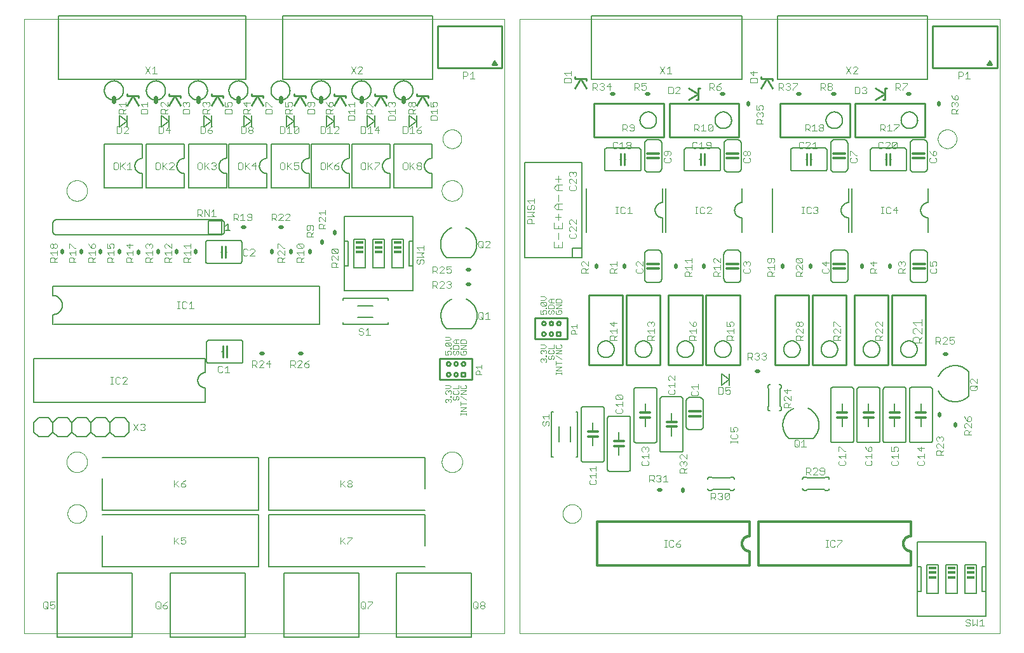
<source format=gto>
G75*
%MOIN*%
%OFA0B0*%
%FSLAX25Y25*%
%IPPOS*%
%LPD*%
%AMOC8*
5,1,8,0,0,1.08239X$1,22.5*
%
%ADD10C,0.00000*%
%ADD11C,0.01000*%
%ADD12C,0.00300*%
%ADD13C,0.00600*%
%ADD14C,0.00400*%
%ADD15C,0.02400*%
%ADD16C,0.02000*%
%ADD17C,0.00500*%
%ADD18R,0.04000X0.01500*%
%ADD19C,0.00800*%
%ADD20C,0.01200*%
D10*
X0001300Y0011772D02*
X0001300Y0334606D01*
X0253269Y0334606D01*
X0253269Y0011772D01*
X0001300Y0011772D01*
X0023938Y0074764D02*
X0023940Y0074904D01*
X0023946Y0075044D01*
X0023956Y0075183D01*
X0023970Y0075322D01*
X0023988Y0075461D01*
X0024009Y0075599D01*
X0024035Y0075737D01*
X0024065Y0075874D01*
X0024098Y0076009D01*
X0024136Y0076144D01*
X0024177Y0076278D01*
X0024222Y0076411D01*
X0024270Y0076542D01*
X0024323Y0076671D01*
X0024379Y0076800D01*
X0024438Y0076926D01*
X0024502Y0077051D01*
X0024568Y0077174D01*
X0024639Y0077295D01*
X0024712Y0077414D01*
X0024789Y0077531D01*
X0024870Y0077645D01*
X0024953Y0077757D01*
X0025040Y0077867D01*
X0025130Y0077975D01*
X0025222Y0078079D01*
X0025318Y0078181D01*
X0025417Y0078281D01*
X0025518Y0078377D01*
X0025622Y0078471D01*
X0025729Y0078561D01*
X0025838Y0078648D01*
X0025950Y0078733D01*
X0026064Y0078814D01*
X0026180Y0078892D01*
X0026298Y0078966D01*
X0026419Y0079037D01*
X0026541Y0079105D01*
X0026666Y0079169D01*
X0026792Y0079230D01*
X0026919Y0079287D01*
X0027049Y0079340D01*
X0027180Y0079390D01*
X0027312Y0079435D01*
X0027445Y0079478D01*
X0027580Y0079516D01*
X0027715Y0079550D01*
X0027852Y0079581D01*
X0027989Y0079608D01*
X0028127Y0079630D01*
X0028266Y0079649D01*
X0028405Y0079664D01*
X0028544Y0079675D01*
X0028684Y0079682D01*
X0028824Y0079685D01*
X0028964Y0079684D01*
X0029104Y0079679D01*
X0029243Y0079670D01*
X0029383Y0079657D01*
X0029522Y0079640D01*
X0029660Y0079619D01*
X0029798Y0079595D01*
X0029935Y0079566D01*
X0030071Y0079534D01*
X0030206Y0079497D01*
X0030340Y0079457D01*
X0030473Y0079413D01*
X0030604Y0079365D01*
X0030734Y0079314D01*
X0030863Y0079259D01*
X0030990Y0079200D01*
X0031115Y0079137D01*
X0031238Y0079072D01*
X0031360Y0079002D01*
X0031479Y0078929D01*
X0031597Y0078853D01*
X0031712Y0078774D01*
X0031825Y0078691D01*
X0031935Y0078605D01*
X0032043Y0078516D01*
X0032148Y0078424D01*
X0032251Y0078329D01*
X0032351Y0078231D01*
X0032448Y0078131D01*
X0032542Y0078027D01*
X0032634Y0077921D01*
X0032722Y0077813D01*
X0032807Y0077702D01*
X0032889Y0077588D01*
X0032968Y0077472D01*
X0033043Y0077355D01*
X0033115Y0077235D01*
X0033183Y0077113D01*
X0033248Y0076989D01*
X0033310Y0076863D01*
X0033368Y0076736D01*
X0033422Y0076607D01*
X0033473Y0076476D01*
X0033519Y0076344D01*
X0033562Y0076211D01*
X0033602Y0076077D01*
X0033637Y0075942D01*
X0033669Y0075805D01*
X0033696Y0075668D01*
X0033720Y0075530D01*
X0033740Y0075392D01*
X0033756Y0075253D01*
X0033768Y0075113D01*
X0033776Y0074974D01*
X0033780Y0074834D01*
X0033780Y0074694D01*
X0033776Y0074554D01*
X0033768Y0074415D01*
X0033756Y0074275D01*
X0033740Y0074136D01*
X0033720Y0073998D01*
X0033696Y0073860D01*
X0033669Y0073723D01*
X0033637Y0073586D01*
X0033602Y0073451D01*
X0033562Y0073317D01*
X0033519Y0073184D01*
X0033473Y0073052D01*
X0033422Y0072921D01*
X0033368Y0072792D01*
X0033310Y0072665D01*
X0033248Y0072539D01*
X0033183Y0072415D01*
X0033115Y0072293D01*
X0033043Y0072173D01*
X0032968Y0072056D01*
X0032889Y0071940D01*
X0032807Y0071826D01*
X0032722Y0071715D01*
X0032634Y0071607D01*
X0032542Y0071501D01*
X0032448Y0071397D01*
X0032351Y0071297D01*
X0032251Y0071199D01*
X0032148Y0071104D01*
X0032043Y0071012D01*
X0031935Y0070923D01*
X0031825Y0070837D01*
X0031712Y0070754D01*
X0031597Y0070675D01*
X0031479Y0070599D01*
X0031360Y0070526D01*
X0031238Y0070456D01*
X0031115Y0070391D01*
X0030990Y0070328D01*
X0030863Y0070269D01*
X0030734Y0070214D01*
X0030604Y0070163D01*
X0030473Y0070115D01*
X0030340Y0070071D01*
X0030206Y0070031D01*
X0030071Y0069994D01*
X0029935Y0069962D01*
X0029798Y0069933D01*
X0029660Y0069909D01*
X0029522Y0069888D01*
X0029383Y0069871D01*
X0029243Y0069858D01*
X0029104Y0069849D01*
X0028964Y0069844D01*
X0028824Y0069843D01*
X0028684Y0069846D01*
X0028544Y0069853D01*
X0028405Y0069864D01*
X0028266Y0069879D01*
X0028127Y0069898D01*
X0027989Y0069920D01*
X0027852Y0069947D01*
X0027715Y0069978D01*
X0027580Y0070012D01*
X0027445Y0070050D01*
X0027312Y0070093D01*
X0027180Y0070138D01*
X0027049Y0070188D01*
X0026919Y0070241D01*
X0026792Y0070298D01*
X0026666Y0070359D01*
X0026541Y0070423D01*
X0026419Y0070491D01*
X0026298Y0070562D01*
X0026180Y0070636D01*
X0026064Y0070714D01*
X0025950Y0070795D01*
X0025838Y0070880D01*
X0025729Y0070967D01*
X0025622Y0071057D01*
X0025518Y0071151D01*
X0025417Y0071247D01*
X0025318Y0071347D01*
X0025222Y0071449D01*
X0025130Y0071553D01*
X0025040Y0071661D01*
X0024953Y0071771D01*
X0024870Y0071883D01*
X0024789Y0071997D01*
X0024712Y0072114D01*
X0024639Y0072233D01*
X0024568Y0072354D01*
X0024502Y0072477D01*
X0024438Y0072602D01*
X0024379Y0072728D01*
X0024323Y0072857D01*
X0024270Y0072986D01*
X0024222Y0073117D01*
X0024177Y0073250D01*
X0024136Y0073384D01*
X0024098Y0073519D01*
X0024065Y0073654D01*
X0024035Y0073791D01*
X0024009Y0073929D01*
X0023988Y0074067D01*
X0023970Y0074206D01*
X0023956Y0074345D01*
X0023946Y0074484D01*
X0023940Y0074624D01*
X0023938Y0074764D01*
X0023446Y0101929D02*
X0023448Y0102076D01*
X0023454Y0102222D01*
X0023464Y0102368D01*
X0023478Y0102514D01*
X0023496Y0102660D01*
X0023517Y0102805D01*
X0023543Y0102949D01*
X0023573Y0103093D01*
X0023606Y0103235D01*
X0023643Y0103377D01*
X0023684Y0103518D01*
X0023729Y0103657D01*
X0023778Y0103796D01*
X0023830Y0103933D01*
X0023887Y0104068D01*
X0023946Y0104202D01*
X0024010Y0104334D01*
X0024077Y0104464D01*
X0024147Y0104593D01*
X0024221Y0104720D01*
X0024298Y0104844D01*
X0024379Y0104967D01*
X0024463Y0105087D01*
X0024550Y0105205D01*
X0024640Y0105320D01*
X0024733Y0105433D01*
X0024830Y0105544D01*
X0024929Y0105652D01*
X0025031Y0105757D01*
X0025136Y0105859D01*
X0025244Y0105958D01*
X0025355Y0106055D01*
X0025468Y0106148D01*
X0025583Y0106238D01*
X0025701Y0106325D01*
X0025821Y0106409D01*
X0025944Y0106490D01*
X0026068Y0106567D01*
X0026195Y0106641D01*
X0026324Y0106711D01*
X0026454Y0106778D01*
X0026586Y0106842D01*
X0026720Y0106901D01*
X0026855Y0106958D01*
X0026992Y0107010D01*
X0027131Y0107059D01*
X0027270Y0107104D01*
X0027411Y0107145D01*
X0027553Y0107182D01*
X0027695Y0107215D01*
X0027839Y0107245D01*
X0027983Y0107271D01*
X0028128Y0107292D01*
X0028274Y0107310D01*
X0028420Y0107324D01*
X0028566Y0107334D01*
X0028712Y0107340D01*
X0028859Y0107342D01*
X0029006Y0107340D01*
X0029152Y0107334D01*
X0029298Y0107324D01*
X0029444Y0107310D01*
X0029590Y0107292D01*
X0029735Y0107271D01*
X0029879Y0107245D01*
X0030023Y0107215D01*
X0030165Y0107182D01*
X0030307Y0107145D01*
X0030448Y0107104D01*
X0030587Y0107059D01*
X0030726Y0107010D01*
X0030863Y0106958D01*
X0030998Y0106901D01*
X0031132Y0106842D01*
X0031264Y0106778D01*
X0031394Y0106711D01*
X0031523Y0106641D01*
X0031650Y0106567D01*
X0031774Y0106490D01*
X0031897Y0106409D01*
X0032017Y0106325D01*
X0032135Y0106238D01*
X0032250Y0106148D01*
X0032363Y0106055D01*
X0032474Y0105958D01*
X0032582Y0105859D01*
X0032687Y0105757D01*
X0032789Y0105652D01*
X0032888Y0105544D01*
X0032985Y0105433D01*
X0033078Y0105320D01*
X0033168Y0105205D01*
X0033255Y0105087D01*
X0033339Y0104967D01*
X0033420Y0104844D01*
X0033497Y0104720D01*
X0033571Y0104593D01*
X0033641Y0104464D01*
X0033708Y0104334D01*
X0033772Y0104202D01*
X0033831Y0104068D01*
X0033888Y0103933D01*
X0033940Y0103796D01*
X0033989Y0103657D01*
X0034034Y0103518D01*
X0034075Y0103377D01*
X0034112Y0103235D01*
X0034145Y0103093D01*
X0034175Y0102949D01*
X0034201Y0102805D01*
X0034222Y0102660D01*
X0034240Y0102514D01*
X0034254Y0102368D01*
X0034264Y0102222D01*
X0034270Y0102076D01*
X0034272Y0101929D01*
X0034270Y0101782D01*
X0034264Y0101636D01*
X0034254Y0101490D01*
X0034240Y0101344D01*
X0034222Y0101198D01*
X0034201Y0101053D01*
X0034175Y0100909D01*
X0034145Y0100765D01*
X0034112Y0100623D01*
X0034075Y0100481D01*
X0034034Y0100340D01*
X0033989Y0100201D01*
X0033940Y0100062D01*
X0033888Y0099925D01*
X0033831Y0099790D01*
X0033772Y0099656D01*
X0033708Y0099524D01*
X0033641Y0099394D01*
X0033571Y0099265D01*
X0033497Y0099138D01*
X0033420Y0099014D01*
X0033339Y0098891D01*
X0033255Y0098771D01*
X0033168Y0098653D01*
X0033078Y0098538D01*
X0032985Y0098425D01*
X0032888Y0098314D01*
X0032789Y0098206D01*
X0032687Y0098101D01*
X0032582Y0097999D01*
X0032474Y0097900D01*
X0032363Y0097803D01*
X0032250Y0097710D01*
X0032135Y0097620D01*
X0032017Y0097533D01*
X0031897Y0097449D01*
X0031774Y0097368D01*
X0031650Y0097291D01*
X0031523Y0097217D01*
X0031394Y0097147D01*
X0031264Y0097080D01*
X0031132Y0097016D01*
X0030998Y0096957D01*
X0030863Y0096900D01*
X0030726Y0096848D01*
X0030587Y0096799D01*
X0030448Y0096754D01*
X0030307Y0096713D01*
X0030165Y0096676D01*
X0030023Y0096643D01*
X0029879Y0096613D01*
X0029735Y0096587D01*
X0029590Y0096566D01*
X0029444Y0096548D01*
X0029298Y0096534D01*
X0029152Y0096524D01*
X0029006Y0096518D01*
X0028859Y0096516D01*
X0028712Y0096518D01*
X0028566Y0096524D01*
X0028420Y0096534D01*
X0028274Y0096548D01*
X0028128Y0096566D01*
X0027983Y0096587D01*
X0027839Y0096613D01*
X0027695Y0096643D01*
X0027553Y0096676D01*
X0027411Y0096713D01*
X0027270Y0096754D01*
X0027131Y0096799D01*
X0026992Y0096848D01*
X0026855Y0096900D01*
X0026720Y0096957D01*
X0026586Y0097016D01*
X0026454Y0097080D01*
X0026324Y0097147D01*
X0026195Y0097217D01*
X0026068Y0097291D01*
X0025944Y0097368D01*
X0025821Y0097449D01*
X0025701Y0097533D01*
X0025583Y0097620D01*
X0025468Y0097710D01*
X0025355Y0097803D01*
X0025244Y0097900D01*
X0025136Y0097999D01*
X0025031Y0098101D01*
X0024929Y0098206D01*
X0024830Y0098314D01*
X0024733Y0098425D01*
X0024640Y0098538D01*
X0024550Y0098653D01*
X0024463Y0098771D01*
X0024379Y0098891D01*
X0024298Y0099014D01*
X0024221Y0099138D01*
X0024147Y0099265D01*
X0024077Y0099394D01*
X0024010Y0099524D01*
X0023946Y0099656D01*
X0023887Y0099790D01*
X0023830Y0099925D01*
X0023778Y0100062D01*
X0023729Y0100201D01*
X0023684Y0100340D01*
X0023643Y0100481D01*
X0023606Y0100623D01*
X0023573Y0100765D01*
X0023543Y0100909D01*
X0023517Y0101053D01*
X0023496Y0101198D01*
X0023478Y0101344D01*
X0023464Y0101490D01*
X0023454Y0101636D01*
X0023448Y0101782D01*
X0023446Y0101929D01*
X0220296Y0101929D02*
X0220298Y0102076D01*
X0220304Y0102222D01*
X0220314Y0102368D01*
X0220328Y0102514D01*
X0220346Y0102660D01*
X0220367Y0102805D01*
X0220393Y0102949D01*
X0220423Y0103093D01*
X0220456Y0103235D01*
X0220493Y0103377D01*
X0220534Y0103518D01*
X0220579Y0103657D01*
X0220628Y0103796D01*
X0220680Y0103933D01*
X0220737Y0104068D01*
X0220796Y0104202D01*
X0220860Y0104334D01*
X0220927Y0104464D01*
X0220997Y0104593D01*
X0221071Y0104720D01*
X0221148Y0104844D01*
X0221229Y0104967D01*
X0221313Y0105087D01*
X0221400Y0105205D01*
X0221490Y0105320D01*
X0221583Y0105433D01*
X0221680Y0105544D01*
X0221779Y0105652D01*
X0221881Y0105757D01*
X0221986Y0105859D01*
X0222094Y0105958D01*
X0222205Y0106055D01*
X0222318Y0106148D01*
X0222433Y0106238D01*
X0222551Y0106325D01*
X0222671Y0106409D01*
X0222794Y0106490D01*
X0222918Y0106567D01*
X0223045Y0106641D01*
X0223174Y0106711D01*
X0223304Y0106778D01*
X0223436Y0106842D01*
X0223570Y0106901D01*
X0223705Y0106958D01*
X0223842Y0107010D01*
X0223981Y0107059D01*
X0224120Y0107104D01*
X0224261Y0107145D01*
X0224403Y0107182D01*
X0224545Y0107215D01*
X0224689Y0107245D01*
X0224833Y0107271D01*
X0224978Y0107292D01*
X0225124Y0107310D01*
X0225270Y0107324D01*
X0225416Y0107334D01*
X0225562Y0107340D01*
X0225709Y0107342D01*
X0225856Y0107340D01*
X0226002Y0107334D01*
X0226148Y0107324D01*
X0226294Y0107310D01*
X0226440Y0107292D01*
X0226585Y0107271D01*
X0226729Y0107245D01*
X0226873Y0107215D01*
X0227015Y0107182D01*
X0227157Y0107145D01*
X0227298Y0107104D01*
X0227437Y0107059D01*
X0227576Y0107010D01*
X0227713Y0106958D01*
X0227848Y0106901D01*
X0227982Y0106842D01*
X0228114Y0106778D01*
X0228244Y0106711D01*
X0228373Y0106641D01*
X0228500Y0106567D01*
X0228624Y0106490D01*
X0228747Y0106409D01*
X0228867Y0106325D01*
X0228985Y0106238D01*
X0229100Y0106148D01*
X0229213Y0106055D01*
X0229324Y0105958D01*
X0229432Y0105859D01*
X0229537Y0105757D01*
X0229639Y0105652D01*
X0229738Y0105544D01*
X0229835Y0105433D01*
X0229928Y0105320D01*
X0230018Y0105205D01*
X0230105Y0105087D01*
X0230189Y0104967D01*
X0230270Y0104844D01*
X0230347Y0104720D01*
X0230421Y0104593D01*
X0230491Y0104464D01*
X0230558Y0104334D01*
X0230622Y0104202D01*
X0230681Y0104068D01*
X0230738Y0103933D01*
X0230790Y0103796D01*
X0230839Y0103657D01*
X0230884Y0103518D01*
X0230925Y0103377D01*
X0230962Y0103235D01*
X0230995Y0103093D01*
X0231025Y0102949D01*
X0231051Y0102805D01*
X0231072Y0102660D01*
X0231090Y0102514D01*
X0231104Y0102368D01*
X0231114Y0102222D01*
X0231120Y0102076D01*
X0231122Y0101929D01*
X0231120Y0101782D01*
X0231114Y0101636D01*
X0231104Y0101490D01*
X0231090Y0101344D01*
X0231072Y0101198D01*
X0231051Y0101053D01*
X0231025Y0100909D01*
X0230995Y0100765D01*
X0230962Y0100623D01*
X0230925Y0100481D01*
X0230884Y0100340D01*
X0230839Y0100201D01*
X0230790Y0100062D01*
X0230738Y0099925D01*
X0230681Y0099790D01*
X0230622Y0099656D01*
X0230558Y0099524D01*
X0230491Y0099394D01*
X0230421Y0099265D01*
X0230347Y0099138D01*
X0230270Y0099014D01*
X0230189Y0098891D01*
X0230105Y0098771D01*
X0230018Y0098653D01*
X0229928Y0098538D01*
X0229835Y0098425D01*
X0229738Y0098314D01*
X0229639Y0098206D01*
X0229537Y0098101D01*
X0229432Y0097999D01*
X0229324Y0097900D01*
X0229213Y0097803D01*
X0229100Y0097710D01*
X0228985Y0097620D01*
X0228867Y0097533D01*
X0228747Y0097449D01*
X0228624Y0097368D01*
X0228500Y0097291D01*
X0228373Y0097217D01*
X0228244Y0097147D01*
X0228114Y0097080D01*
X0227982Y0097016D01*
X0227848Y0096957D01*
X0227713Y0096900D01*
X0227576Y0096848D01*
X0227437Y0096799D01*
X0227298Y0096754D01*
X0227157Y0096713D01*
X0227015Y0096676D01*
X0226873Y0096643D01*
X0226729Y0096613D01*
X0226585Y0096587D01*
X0226440Y0096566D01*
X0226294Y0096548D01*
X0226148Y0096534D01*
X0226002Y0096524D01*
X0225856Y0096518D01*
X0225709Y0096516D01*
X0225562Y0096518D01*
X0225416Y0096524D01*
X0225270Y0096534D01*
X0225124Y0096548D01*
X0224978Y0096566D01*
X0224833Y0096587D01*
X0224689Y0096613D01*
X0224545Y0096643D01*
X0224403Y0096676D01*
X0224261Y0096713D01*
X0224120Y0096754D01*
X0223981Y0096799D01*
X0223842Y0096848D01*
X0223705Y0096900D01*
X0223570Y0096957D01*
X0223436Y0097016D01*
X0223304Y0097080D01*
X0223174Y0097147D01*
X0223045Y0097217D01*
X0222918Y0097291D01*
X0222794Y0097368D01*
X0222671Y0097449D01*
X0222551Y0097533D01*
X0222433Y0097620D01*
X0222318Y0097710D01*
X0222205Y0097803D01*
X0222094Y0097900D01*
X0221986Y0097999D01*
X0221881Y0098101D01*
X0221779Y0098206D01*
X0221680Y0098314D01*
X0221583Y0098425D01*
X0221490Y0098538D01*
X0221400Y0098653D01*
X0221313Y0098771D01*
X0221229Y0098891D01*
X0221148Y0099014D01*
X0221071Y0099138D01*
X0220997Y0099265D01*
X0220927Y0099394D01*
X0220860Y0099524D01*
X0220796Y0099656D01*
X0220737Y0099790D01*
X0220680Y0099925D01*
X0220628Y0100062D01*
X0220579Y0100201D01*
X0220534Y0100340D01*
X0220493Y0100481D01*
X0220456Y0100623D01*
X0220423Y0100765D01*
X0220393Y0100909D01*
X0220367Y0101053D01*
X0220346Y0101198D01*
X0220328Y0101344D01*
X0220314Y0101490D01*
X0220304Y0101636D01*
X0220298Y0101782D01*
X0220296Y0101929D01*
X0283781Y0074764D02*
X0283783Y0074904D01*
X0283789Y0075044D01*
X0283799Y0075183D01*
X0283813Y0075322D01*
X0283831Y0075461D01*
X0283852Y0075599D01*
X0283878Y0075737D01*
X0283908Y0075874D01*
X0283941Y0076009D01*
X0283979Y0076144D01*
X0284020Y0076278D01*
X0284065Y0076411D01*
X0284113Y0076542D01*
X0284166Y0076671D01*
X0284222Y0076800D01*
X0284281Y0076926D01*
X0284345Y0077051D01*
X0284411Y0077174D01*
X0284482Y0077295D01*
X0284555Y0077414D01*
X0284632Y0077531D01*
X0284713Y0077645D01*
X0284796Y0077757D01*
X0284883Y0077867D01*
X0284973Y0077975D01*
X0285065Y0078079D01*
X0285161Y0078181D01*
X0285260Y0078281D01*
X0285361Y0078377D01*
X0285465Y0078471D01*
X0285572Y0078561D01*
X0285681Y0078648D01*
X0285793Y0078733D01*
X0285907Y0078814D01*
X0286023Y0078892D01*
X0286141Y0078966D01*
X0286262Y0079037D01*
X0286384Y0079105D01*
X0286509Y0079169D01*
X0286635Y0079230D01*
X0286762Y0079287D01*
X0286892Y0079340D01*
X0287023Y0079390D01*
X0287155Y0079435D01*
X0287288Y0079478D01*
X0287423Y0079516D01*
X0287558Y0079550D01*
X0287695Y0079581D01*
X0287832Y0079608D01*
X0287970Y0079630D01*
X0288109Y0079649D01*
X0288248Y0079664D01*
X0288387Y0079675D01*
X0288527Y0079682D01*
X0288667Y0079685D01*
X0288807Y0079684D01*
X0288947Y0079679D01*
X0289086Y0079670D01*
X0289226Y0079657D01*
X0289365Y0079640D01*
X0289503Y0079619D01*
X0289641Y0079595D01*
X0289778Y0079566D01*
X0289914Y0079534D01*
X0290049Y0079497D01*
X0290183Y0079457D01*
X0290316Y0079413D01*
X0290447Y0079365D01*
X0290577Y0079314D01*
X0290706Y0079259D01*
X0290833Y0079200D01*
X0290958Y0079137D01*
X0291081Y0079072D01*
X0291203Y0079002D01*
X0291322Y0078929D01*
X0291440Y0078853D01*
X0291555Y0078774D01*
X0291668Y0078691D01*
X0291778Y0078605D01*
X0291886Y0078516D01*
X0291991Y0078424D01*
X0292094Y0078329D01*
X0292194Y0078231D01*
X0292291Y0078131D01*
X0292385Y0078027D01*
X0292477Y0077921D01*
X0292565Y0077813D01*
X0292650Y0077702D01*
X0292732Y0077588D01*
X0292811Y0077472D01*
X0292886Y0077355D01*
X0292958Y0077235D01*
X0293026Y0077113D01*
X0293091Y0076989D01*
X0293153Y0076863D01*
X0293211Y0076736D01*
X0293265Y0076607D01*
X0293316Y0076476D01*
X0293362Y0076344D01*
X0293405Y0076211D01*
X0293445Y0076077D01*
X0293480Y0075942D01*
X0293512Y0075805D01*
X0293539Y0075668D01*
X0293563Y0075530D01*
X0293583Y0075392D01*
X0293599Y0075253D01*
X0293611Y0075113D01*
X0293619Y0074974D01*
X0293623Y0074834D01*
X0293623Y0074694D01*
X0293619Y0074554D01*
X0293611Y0074415D01*
X0293599Y0074275D01*
X0293583Y0074136D01*
X0293563Y0073998D01*
X0293539Y0073860D01*
X0293512Y0073723D01*
X0293480Y0073586D01*
X0293445Y0073451D01*
X0293405Y0073317D01*
X0293362Y0073184D01*
X0293316Y0073052D01*
X0293265Y0072921D01*
X0293211Y0072792D01*
X0293153Y0072665D01*
X0293091Y0072539D01*
X0293026Y0072415D01*
X0292958Y0072293D01*
X0292886Y0072173D01*
X0292811Y0072056D01*
X0292732Y0071940D01*
X0292650Y0071826D01*
X0292565Y0071715D01*
X0292477Y0071607D01*
X0292385Y0071501D01*
X0292291Y0071397D01*
X0292194Y0071297D01*
X0292094Y0071199D01*
X0291991Y0071104D01*
X0291886Y0071012D01*
X0291778Y0070923D01*
X0291668Y0070837D01*
X0291555Y0070754D01*
X0291440Y0070675D01*
X0291322Y0070599D01*
X0291203Y0070526D01*
X0291081Y0070456D01*
X0290958Y0070391D01*
X0290833Y0070328D01*
X0290706Y0070269D01*
X0290577Y0070214D01*
X0290447Y0070163D01*
X0290316Y0070115D01*
X0290183Y0070071D01*
X0290049Y0070031D01*
X0289914Y0069994D01*
X0289778Y0069962D01*
X0289641Y0069933D01*
X0289503Y0069909D01*
X0289365Y0069888D01*
X0289226Y0069871D01*
X0289086Y0069858D01*
X0288947Y0069849D01*
X0288807Y0069844D01*
X0288667Y0069843D01*
X0288527Y0069846D01*
X0288387Y0069853D01*
X0288248Y0069864D01*
X0288109Y0069879D01*
X0287970Y0069898D01*
X0287832Y0069920D01*
X0287695Y0069947D01*
X0287558Y0069978D01*
X0287423Y0070012D01*
X0287288Y0070050D01*
X0287155Y0070093D01*
X0287023Y0070138D01*
X0286892Y0070188D01*
X0286762Y0070241D01*
X0286635Y0070298D01*
X0286509Y0070359D01*
X0286384Y0070423D01*
X0286262Y0070491D01*
X0286141Y0070562D01*
X0286023Y0070636D01*
X0285907Y0070714D01*
X0285793Y0070795D01*
X0285681Y0070880D01*
X0285572Y0070967D01*
X0285465Y0071057D01*
X0285361Y0071151D01*
X0285260Y0071247D01*
X0285161Y0071347D01*
X0285065Y0071449D01*
X0284973Y0071553D01*
X0284883Y0071661D01*
X0284796Y0071771D01*
X0284713Y0071883D01*
X0284632Y0071997D01*
X0284555Y0072114D01*
X0284482Y0072233D01*
X0284411Y0072354D01*
X0284345Y0072477D01*
X0284281Y0072602D01*
X0284222Y0072728D01*
X0284166Y0072857D01*
X0284113Y0072986D01*
X0284065Y0073117D01*
X0284020Y0073250D01*
X0283979Y0073384D01*
X0283941Y0073519D01*
X0283908Y0073654D01*
X0283878Y0073791D01*
X0283852Y0073929D01*
X0283831Y0074067D01*
X0283813Y0074206D01*
X0283799Y0074345D01*
X0283789Y0074484D01*
X0283783Y0074624D01*
X0283781Y0074764D01*
X0261143Y0011772D02*
X0261143Y0334606D01*
X0513111Y0334606D01*
X0513111Y0011772D01*
X0261143Y0011772D01*
X0220296Y0244449D02*
X0220298Y0244596D01*
X0220304Y0244742D01*
X0220314Y0244888D01*
X0220328Y0245034D01*
X0220346Y0245180D01*
X0220367Y0245325D01*
X0220393Y0245469D01*
X0220423Y0245613D01*
X0220456Y0245755D01*
X0220493Y0245897D01*
X0220534Y0246038D01*
X0220579Y0246177D01*
X0220628Y0246316D01*
X0220680Y0246453D01*
X0220737Y0246588D01*
X0220796Y0246722D01*
X0220860Y0246854D01*
X0220927Y0246984D01*
X0220997Y0247113D01*
X0221071Y0247240D01*
X0221148Y0247364D01*
X0221229Y0247487D01*
X0221313Y0247607D01*
X0221400Y0247725D01*
X0221490Y0247840D01*
X0221583Y0247953D01*
X0221680Y0248064D01*
X0221779Y0248172D01*
X0221881Y0248277D01*
X0221986Y0248379D01*
X0222094Y0248478D01*
X0222205Y0248575D01*
X0222318Y0248668D01*
X0222433Y0248758D01*
X0222551Y0248845D01*
X0222671Y0248929D01*
X0222794Y0249010D01*
X0222918Y0249087D01*
X0223045Y0249161D01*
X0223174Y0249231D01*
X0223304Y0249298D01*
X0223436Y0249362D01*
X0223570Y0249421D01*
X0223705Y0249478D01*
X0223842Y0249530D01*
X0223981Y0249579D01*
X0224120Y0249624D01*
X0224261Y0249665D01*
X0224403Y0249702D01*
X0224545Y0249735D01*
X0224689Y0249765D01*
X0224833Y0249791D01*
X0224978Y0249812D01*
X0225124Y0249830D01*
X0225270Y0249844D01*
X0225416Y0249854D01*
X0225562Y0249860D01*
X0225709Y0249862D01*
X0225856Y0249860D01*
X0226002Y0249854D01*
X0226148Y0249844D01*
X0226294Y0249830D01*
X0226440Y0249812D01*
X0226585Y0249791D01*
X0226729Y0249765D01*
X0226873Y0249735D01*
X0227015Y0249702D01*
X0227157Y0249665D01*
X0227298Y0249624D01*
X0227437Y0249579D01*
X0227576Y0249530D01*
X0227713Y0249478D01*
X0227848Y0249421D01*
X0227982Y0249362D01*
X0228114Y0249298D01*
X0228244Y0249231D01*
X0228373Y0249161D01*
X0228500Y0249087D01*
X0228624Y0249010D01*
X0228747Y0248929D01*
X0228867Y0248845D01*
X0228985Y0248758D01*
X0229100Y0248668D01*
X0229213Y0248575D01*
X0229324Y0248478D01*
X0229432Y0248379D01*
X0229537Y0248277D01*
X0229639Y0248172D01*
X0229738Y0248064D01*
X0229835Y0247953D01*
X0229928Y0247840D01*
X0230018Y0247725D01*
X0230105Y0247607D01*
X0230189Y0247487D01*
X0230270Y0247364D01*
X0230347Y0247240D01*
X0230421Y0247113D01*
X0230491Y0246984D01*
X0230558Y0246854D01*
X0230622Y0246722D01*
X0230681Y0246588D01*
X0230738Y0246453D01*
X0230790Y0246316D01*
X0230839Y0246177D01*
X0230884Y0246038D01*
X0230925Y0245897D01*
X0230962Y0245755D01*
X0230995Y0245613D01*
X0231025Y0245469D01*
X0231051Y0245325D01*
X0231072Y0245180D01*
X0231090Y0245034D01*
X0231104Y0244888D01*
X0231114Y0244742D01*
X0231120Y0244596D01*
X0231122Y0244449D01*
X0231120Y0244302D01*
X0231114Y0244156D01*
X0231104Y0244010D01*
X0231090Y0243864D01*
X0231072Y0243718D01*
X0231051Y0243573D01*
X0231025Y0243429D01*
X0230995Y0243285D01*
X0230962Y0243143D01*
X0230925Y0243001D01*
X0230884Y0242860D01*
X0230839Y0242721D01*
X0230790Y0242582D01*
X0230738Y0242445D01*
X0230681Y0242310D01*
X0230622Y0242176D01*
X0230558Y0242044D01*
X0230491Y0241914D01*
X0230421Y0241785D01*
X0230347Y0241658D01*
X0230270Y0241534D01*
X0230189Y0241411D01*
X0230105Y0241291D01*
X0230018Y0241173D01*
X0229928Y0241058D01*
X0229835Y0240945D01*
X0229738Y0240834D01*
X0229639Y0240726D01*
X0229537Y0240621D01*
X0229432Y0240519D01*
X0229324Y0240420D01*
X0229213Y0240323D01*
X0229100Y0240230D01*
X0228985Y0240140D01*
X0228867Y0240053D01*
X0228747Y0239969D01*
X0228624Y0239888D01*
X0228500Y0239811D01*
X0228373Y0239737D01*
X0228244Y0239667D01*
X0228114Y0239600D01*
X0227982Y0239536D01*
X0227848Y0239477D01*
X0227713Y0239420D01*
X0227576Y0239368D01*
X0227437Y0239319D01*
X0227298Y0239274D01*
X0227157Y0239233D01*
X0227015Y0239196D01*
X0226873Y0239163D01*
X0226729Y0239133D01*
X0226585Y0239107D01*
X0226440Y0239086D01*
X0226294Y0239068D01*
X0226148Y0239054D01*
X0226002Y0239044D01*
X0225856Y0239038D01*
X0225709Y0239036D01*
X0225562Y0239038D01*
X0225416Y0239044D01*
X0225270Y0239054D01*
X0225124Y0239068D01*
X0224978Y0239086D01*
X0224833Y0239107D01*
X0224689Y0239133D01*
X0224545Y0239163D01*
X0224403Y0239196D01*
X0224261Y0239233D01*
X0224120Y0239274D01*
X0223981Y0239319D01*
X0223842Y0239368D01*
X0223705Y0239420D01*
X0223570Y0239477D01*
X0223436Y0239536D01*
X0223304Y0239600D01*
X0223174Y0239667D01*
X0223045Y0239737D01*
X0222918Y0239811D01*
X0222794Y0239888D01*
X0222671Y0239969D01*
X0222551Y0240053D01*
X0222433Y0240140D01*
X0222318Y0240230D01*
X0222205Y0240323D01*
X0222094Y0240420D01*
X0221986Y0240519D01*
X0221881Y0240621D01*
X0221779Y0240726D01*
X0221680Y0240834D01*
X0221583Y0240945D01*
X0221490Y0241058D01*
X0221400Y0241173D01*
X0221313Y0241291D01*
X0221229Y0241411D01*
X0221148Y0241534D01*
X0221071Y0241658D01*
X0220997Y0241785D01*
X0220927Y0241914D01*
X0220860Y0242044D01*
X0220796Y0242176D01*
X0220737Y0242310D01*
X0220680Y0242445D01*
X0220628Y0242582D01*
X0220579Y0242721D01*
X0220534Y0242860D01*
X0220493Y0243001D01*
X0220456Y0243143D01*
X0220423Y0243285D01*
X0220393Y0243429D01*
X0220367Y0243573D01*
X0220346Y0243718D01*
X0220328Y0243864D01*
X0220314Y0244010D01*
X0220304Y0244156D01*
X0220298Y0244302D01*
X0220296Y0244449D01*
X0220788Y0271614D02*
X0220790Y0271754D01*
X0220796Y0271894D01*
X0220806Y0272033D01*
X0220820Y0272172D01*
X0220838Y0272311D01*
X0220859Y0272449D01*
X0220885Y0272587D01*
X0220915Y0272724D01*
X0220948Y0272859D01*
X0220986Y0272994D01*
X0221027Y0273128D01*
X0221072Y0273261D01*
X0221120Y0273392D01*
X0221173Y0273521D01*
X0221229Y0273650D01*
X0221288Y0273776D01*
X0221352Y0273901D01*
X0221418Y0274024D01*
X0221489Y0274145D01*
X0221562Y0274264D01*
X0221639Y0274381D01*
X0221720Y0274495D01*
X0221803Y0274607D01*
X0221890Y0274717D01*
X0221980Y0274825D01*
X0222072Y0274929D01*
X0222168Y0275031D01*
X0222267Y0275131D01*
X0222368Y0275227D01*
X0222472Y0275321D01*
X0222579Y0275411D01*
X0222688Y0275498D01*
X0222800Y0275583D01*
X0222914Y0275664D01*
X0223030Y0275742D01*
X0223148Y0275816D01*
X0223269Y0275887D01*
X0223391Y0275955D01*
X0223516Y0276019D01*
X0223642Y0276080D01*
X0223769Y0276137D01*
X0223899Y0276190D01*
X0224030Y0276240D01*
X0224162Y0276285D01*
X0224295Y0276328D01*
X0224430Y0276366D01*
X0224565Y0276400D01*
X0224702Y0276431D01*
X0224839Y0276458D01*
X0224977Y0276480D01*
X0225116Y0276499D01*
X0225255Y0276514D01*
X0225394Y0276525D01*
X0225534Y0276532D01*
X0225674Y0276535D01*
X0225814Y0276534D01*
X0225954Y0276529D01*
X0226093Y0276520D01*
X0226233Y0276507D01*
X0226372Y0276490D01*
X0226510Y0276469D01*
X0226648Y0276445D01*
X0226785Y0276416D01*
X0226921Y0276384D01*
X0227056Y0276347D01*
X0227190Y0276307D01*
X0227323Y0276263D01*
X0227454Y0276215D01*
X0227584Y0276164D01*
X0227713Y0276109D01*
X0227840Y0276050D01*
X0227965Y0275987D01*
X0228088Y0275922D01*
X0228210Y0275852D01*
X0228329Y0275779D01*
X0228447Y0275703D01*
X0228562Y0275624D01*
X0228675Y0275541D01*
X0228785Y0275455D01*
X0228893Y0275366D01*
X0228998Y0275274D01*
X0229101Y0275179D01*
X0229201Y0275081D01*
X0229298Y0274981D01*
X0229392Y0274877D01*
X0229484Y0274771D01*
X0229572Y0274663D01*
X0229657Y0274552D01*
X0229739Y0274438D01*
X0229818Y0274322D01*
X0229893Y0274205D01*
X0229965Y0274085D01*
X0230033Y0273963D01*
X0230098Y0273839D01*
X0230160Y0273713D01*
X0230218Y0273586D01*
X0230272Y0273457D01*
X0230323Y0273326D01*
X0230369Y0273194D01*
X0230412Y0273061D01*
X0230452Y0272927D01*
X0230487Y0272792D01*
X0230519Y0272655D01*
X0230546Y0272518D01*
X0230570Y0272380D01*
X0230590Y0272242D01*
X0230606Y0272103D01*
X0230618Y0271963D01*
X0230626Y0271824D01*
X0230630Y0271684D01*
X0230630Y0271544D01*
X0230626Y0271404D01*
X0230618Y0271265D01*
X0230606Y0271125D01*
X0230590Y0270986D01*
X0230570Y0270848D01*
X0230546Y0270710D01*
X0230519Y0270573D01*
X0230487Y0270436D01*
X0230452Y0270301D01*
X0230412Y0270167D01*
X0230369Y0270034D01*
X0230323Y0269902D01*
X0230272Y0269771D01*
X0230218Y0269642D01*
X0230160Y0269515D01*
X0230098Y0269389D01*
X0230033Y0269265D01*
X0229965Y0269143D01*
X0229893Y0269023D01*
X0229818Y0268906D01*
X0229739Y0268790D01*
X0229657Y0268676D01*
X0229572Y0268565D01*
X0229484Y0268457D01*
X0229392Y0268351D01*
X0229298Y0268247D01*
X0229201Y0268147D01*
X0229101Y0268049D01*
X0228998Y0267954D01*
X0228893Y0267862D01*
X0228785Y0267773D01*
X0228675Y0267687D01*
X0228562Y0267604D01*
X0228447Y0267525D01*
X0228329Y0267449D01*
X0228210Y0267376D01*
X0228088Y0267306D01*
X0227965Y0267241D01*
X0227840Y0267178D01*
X0227713Y0267119D01*
X0227584Y0267064D01*
X0227454Y0267013D01*
X0227323Y0266965D01*
X0227190Y0266921D01*
X0227056Y0266881D01*
X0226921Y0266844D01*
X0226785Y0266812D01*
X0226648Y0266783D01*
X0226510Y0266759D01*
X0226372Y0266738D01*
X0226233Y0266721D01*
X0226093Y0266708D01*
X0225954Y0266699D01*
X0225814Y0266694D01*
X0225674Y0266693D01*
X0225534Y0266696D01*
X0225394Y0266703D01*
X0225255Y0266714D01*
X0225116Y0266729D01*
X0224977Y0266748D01*
X0224839Y0266770D01*
X0224702Y0266797D01*
X0224565Y0266828D01*
X0224430Y0266862D01*
X0224295Y0266900D01*
X0224162Y0266943D01*
X0224030Y0266988D01*
X0223899Y0267038D01*
X0223769Y0267091D01*
X0223642Y0267148D01*
X0223516Y0267209D01*
X0223391Y0267273D01*
X0223269Y0267341D01*
X0223148Y0267412D01*
X0223030Y0267486D01*
X0222914Y0267564D01*
X0222800Y0267645D01*
X0222688Y0267730D01*
X0222579Y0267817D01*
X0222472Y0267907D01*
X0222368Y0268001D01*
X0222267Y0268097D01*
X0222168Y0268197D01*
X0222072Y0268299D01*
X0221980Y0268403D01*
X0221890Y0268511D01*
X0221803Y0268621D01*
X0221720Y0268733D01*
X0221639Y0268847D01*
X0221562Y0268964D01*
X0221489Y0269083D01*
X0221418Y0269204D01*
X0221352Y0269327D01*
X0221288Y0269452D01*
X0221229Y0269578D01*
X0221173Y0269707D01*
X0221120Y0269836D01*
X0221072Y0269967D01*
X0221027Y0270100D01*
X0220986Y0270234D01*
X0220948Y0270369D01*
X0220915Y0270504D01*
X0220885Y0270641D01*
X0220859Y0270779D01*
X0220838Y0270917D01*
X0220820Y0271056D01*
X0220806Y0271195D01*
X0220796Y0271334D01*
X0220790Y0271474D01*
X0220788Y0271614D01*
X0023446Y0244449D02*
X0023448Y0244596D01*
X0023454Y0244742D01*
X0023464Y0244888D01*
X0023478Y0245034D01*
X0023496Y0245180D01*
X0023517Y0245325D01*
X0023543Y0245469D01*
X0023573Y0245613D01*
X0023606Y0245755D01*
X0023643Y0245897D01*
X0023684Y0246038D01*
X0023729Y0246177D01*
X0023778Y0246316D01*
X0023830Y0246453D01*
X0023887Y0246588D01*
X0023946Y0246722D01*
X0024010Y0246854D01*
X0024077Y0246984D01*
X0024147Y0247113D01*
X0024221Y0247240D01*
X0024298Y0247364D01*
X0024379Y0247487D01*
X0024463Y0247607D01*
X0024550Y0247725D01*
X0024640Y0247840D01*
X0024733Y0247953D01*
X0024830Y0248064D01*
X0024929Y0248172D01*
X0025031Y0248277D01*
X0025136Y0248379D01*
X0025244Y0248478D01*
X0025355Y0248575D01*
X0025468Y0248668D01*
X0025583Y0248758D01*
X0025701Y0248845D01*
X0025821Y0248929D01*
X0025944Y0249010D01*
X0026068Y0249087D01*
X0026195Y0249161D01*
X0026324Y0249231D01*
X0026454Y0249298D01*
X0026586Y0249362D01*
X0026720Y0249421D01*
X0026855Y0249478D01*
X0026992Y0249530D01*
X0027131Y0249579D01*
X0027270Y0249624D01*
X0027411Y0249665D01*
X0027553Y0249702D01*
X0027695Y0249735D01*
X0027839Y0249765D01*
X0027983Y0249791D01*
X0028128Y0249812D01*
X0028274Y0249830D01*
X0028420Y0249844D01*
X0028566Y0249854D01*
X0028712Y0249860D01*
X0028859Y0249862D01*
X0029006Y0249860D01*
X0029152Y0249854D01*
X0029298Y0249844D01*
X0029444Y0249830D01*
X0029590Y0249812D01*
X0029735Y0249791D01*
X0029879Y0249765D01*
X0030023Y0249735D01*
X0030165Y0249702D01*
X0030307Y0249665D01*
X0030448Y0249624D01*
X0030587Y0249579D01*
X0030726Y0249530D01*
X0030863Y0249478D01*
X0030998Y0249421D01*
X0031132Y0249362D01*
X0031264Y0249298D01*
X0031394Y0249231D01*
X0031523Y0249161D01*
X0031650Y0249087D01*
X0031774Y0249010D01*
X0031897Y0248929D01*
X0032017Y0248845D01*
X0032135Y0248758D01*
X0032250Y0248668D01*
X0032363Y0248575D01*
X0032474Y0248478D01*
X0032582Y0248379D01*
X0032687Y0248277D01*
X0032789Y0248172D01*
X0032888Y0248064D01*
X0032985Y0247953D01*
X0033078Y0247840D01*
X0033168Y0247725D01*
X0033255Y0247607D01*
X0033339Y0247487D01*
X0033420Y0247364D01*
X0033497Y0247240D01*
X0033571Y0247113D01*
X0033641Y0246984D01*
X0033708Y0246854D01*
X0033772Y0246722D01*
X0033831Y0246588D01*
X0033888Y0246453D01*
X0033940Y0246316D01*
X0033989Y0246177D01*
X0034034Y0246038D01*
X0034075Y0245897D01*
X0034112Y0245755D01*
X0034145Y0245613D01*
X0034175Y0245469D01*
X0034201Y0245325D01*
X0034222Y0245180D01*
X0034240Y0245034D01*
X0034254Y0244888D01*
X0034264Y0244742D01*
X0034270Y0244596D01*
X0034272Y0244449D01*
X0034270Y0244302D01*
X0034264Y0244156D01*
X0034254Y0244010D01*
X0034240Y0243864D01*
X0034222Y0243718D01*
X0034201Y0243573D01*
X0034175Y0243429D01*
X0034145Y0243285D01*
X0034112Y0243143D01*
X0034075Y0243001D01*
X0034034Y0242860D01*
X0033989Y0242721D01*
X0033940Y0242582D01*
X0033888Y0242445D01*
X0033831Y0242310D01*
X0033772Y0242176D01*
X0033708Y0242044D01*
X0033641Y0241914D01*
X0033571Y0241785D01*
X0033497Y0241658D01*
X0033420Y0241534D01*
X0033339Y0241411D01*
X0033255Y0241291D01*
X0033168Y0241173D01*
X0033078Y0241058D01*
X0032985Y0240945D01*
X0032888Y0240834D01*
X0032789Y0240726D01*
X0032687Y0240621D01*
X0032582Y0240519D01*
X0032474Y0240420D01*
X0032363Y0240323D01*
X0032250Y0240230D01*
X0032135Y0240140D01*
X0032017Y0240053D01*
X0031897Y0239969D01*
X0031774Y0239888D01*
X0031650Y0239811D01*
X0031523Y0239737D01*
X0031394Y0239667D01*
X0031264Y0239600D01*
X0031132Y0239536D01*
X0030998Y0239477D01*
X0030863Y0239420D01*
X0030726Y0239368D01*
X0030587Y0239319D01*
X0030448Y0239274D01*
X0030307Y0239233D01*
X0030165Y0239196D01*
X0030023Y0239163D01*
X0029879Y0239133D01*
X0029735Y0239107D01*
X0029590Y0239086D01*
X0029444Y0239068D01*
X0029298Y0239054D01*
X0029152Y0239044D01*
X0029006Y0239038D01*
X0028859Y0239036D01*
X0028712Y0239038D01*
X0028566Y0239044D01*
X0028420Y0239054D01*
X0028274Y0239068D01*
X0028128Y0239086D01*
X0027983Y0239107D01*
X0027839Y0239133D01*
X0027695Y0239163D01*
X0027553Y0239196D01*
X0027411Y0239233D01*
X0027270Y0239274D01*
X0027131Y0239319D01*
X0026992Y0239368D01*
X0026855Y0239420D01*
X0026720Y0239477D01*
X0026586Y0239536D01*
X0026454Y0239600D01*
X0026324Y0239667D01*
X0026195Y0239737D01*
X0026068Y0239811D01*
X0025944Y0239888D01*
X0025821Y0239969D01*
X0025701Y0240053D01*
X0025583Y0240140D01*
X0025468Y0240230D01*
X0025355Y0240323D01*
X0025244Y0240420D01*
X0025136Y0240519D01*
X0025031Y0240621D01*
X0024929Y0240726D01*
X0024830Y0240834D01*
X0024733Y0240945D01*
X0024640Y0241058D01*
X0024550Y0241173D01*
X0024463Y0241291D01*
X0024379Y0241411D01*
X0024298Y0241534D01*
X0024221Y0241658D01*
X0024147Y0241785D01*
X0024077Y0241914D01*
X0024010Y0242044D01*
X0023946Y0242176D01*
X0023887Y0242310D01*
X0023830Y0242445D01*
X0023778Y0242582D01*
X0023729Y0242721D01*
X0023684Y0242860D01*
X0023643Y0243001D01*
X0023606Y0243143D01*
X0023573Y0243285D01*
X0023543Y0243429D01*
X0023517Y0243573D01*
X0023496Y0243718D01*
X0023478Y0243864D01*
X0023464Y0244010D01*
X0023454Y0244156D01*
X0023448Y0244302D01*
X0023446Y0244449D01*
X0480631Y0271614D02*
X0480633Y0271754D01*
X0480639Y0271894D01*
X0480649Y0272033D01*
X0480663Y0272172D01*
X0480681Y0272311D01*
X0480702Y0272449D01*
X0480728Y0272587D01*
X0480758Y0272724D01*
X0480791Y0272859D01*
X0480829Y0272994D01*
X0480870Y0273128D01*
X0480915Y0273261D01*
X0480963Y0273392D01*
X0481016Y0273521D01*
X0481072Y0273650D01*
X0481131Y0273776D01*
X0481195Y0273901D01*
X0481261Y0274024D01*
X0481332Y0274145D01*
X0481405Y0274264D01*
X0481482Y0274381D01*
X0481563Y0274495D01*
X0481646Y0274607D01*
X0481733Y0274717D01*
X0481823Y0274825D01*
X0481915Y0274929D01*
X0482011Y0275031D01*
X0482110Y0275131D01*
X0482211Y0275227D01*
X0482315Y0275321D01*
X0482422Y0275411D01*
X0482531Y0275498D01*
X0482643Y0275583D01*
X0482757Y0275664D01*
X0482873Y0275742D01*
X0482991Y0275816D01*
X0483112Y0275887D01*
X0483234Y0275955D01*
X0483359Y0276019D01*
X0483485Y0276080D01*
X0483612Y0276137D01*
X0483742Y0276190D01*
X0483873Y0276240D01*
X0484005Y0276285D01*
X0484138Y0276328D01*
X0484273Y0276366D01*
X0484408Y0276400D01*
X0484545Y0276431D01*
X0484682Y0276458D01*
X0484820Y0276480D01*
X0484959Y0276499D01*
X0485098Y0276514D01*
X0485237Y0276525D01*
X0485377Y0276532D01*
X0485517Y0276535D01*
X0485657Y0276534D01*
X0485797Y0276529D01*
X0485936Y0276520D01*
X0486076Y0276507D01*
X0486215Y0276490D01*
X0486353Y0276469D01*
X0486491Y0276445D01*
X0486628Y0276416D01*
X0486764Y0276384D01*
X0486899Y0276347D01*
X0487033Y0276307D01*
X0487166Y0276263D01*
X0487297Y0276215D01*
X0487427Y0276164D01*
X0487556Y0276109D01*
X0487683Y0276050D01*
X0487808Y0275987D01*
X0487931Y0275922D01*
X0488053Y0275852D01*
X0488172Y0275779D01*
X0488290Y0275703D01*
X0488405Y0275624D01*
X0488518Y0275541D01*
X0488628Y0275455D01*
X0488736Y0275366D01*
X0488841Y0275274D01*
X0488944Y0275179D01*
X0489044Y0275081D01*
X0489141Y0274981D01*
X0489235Y0274877D01*
X0489327Y0274771D01*
X0489415Y0274663D01*
X0489500Y0274552D01*
X0489582Y0274438D01*
X0489661Y0274322D01*
X0489736Y0274205D01*
X0489808Y0274085D01*
X0489876Y0273963D01*
X0489941Y0273839D01*
X0490003Y0273713D01*
X0490061Y0273586D01*
X0490115Y0273457D01*
X0490166Y0273326D01*
X0490212Y0273194D01*
X0490255Y0273061D01*
X0490295Y0272927D01*
X0490330Y0272792D01*
X0490362Y0272655D01*
X0490389Y0272518D01*
X0490413Y0272380D01*
X0490433Y0272242D01*
X0490449Y0272103D01*
X0490461Y0271963D01*
X0490469Y0271824D01*
X0490473Y0271684D01*
X0490473Y0271544D01*
X0490469Y0271404D01*
X0490461Y0271265D01*
X0490449Y0271125D01*
X0490433Y0270986D01*
X0490413Y0270848D01*
X0490389Y0270710D01*
X0490362Y0270573D01*
X0490330Y0270436D01*
X0490295Y0270301D01*
X0490255Y0270167D01*
X0490212Y0270034D01*
X0490166Y0269902D01*
X0490115Y0269771D01*
X0490061Y0269642D01*
X0490003Y0269515D01*
X0489941Y0269389D01*
X0489876Y0269265D01*
X0489808Y0269143D01*
X0489736Y0269023D01*
X0489661Y0268906D01*
X0489582Y0268790D01*
X0489500Y0268676D01*
X0489415Y0268565D01*
X0489327Y0268457D01*
X0489235Y0268351D01*
X0489141Y0268247D01*
X0489044Y0268147D01*
X0488944Y0268049D01*
X0488841Y0267954D01*
X0488736Y0267862D01*
X0488628Y0267773D01*
X0488518Y0267687D01*
X0488405Y0267604D01*
X0488290Y0267525D01*
X0488172Y0267449D01*
X0488053Y0267376D01*
X0487931Y0267306D01*
X0487808Y0267241D01*
X0487683Y0267178D01*
X0487556Y0267119D01*
X0487427Y0267064D01*
X0487297Y0267013D01*
X0487166Y0266965D01*
X0487033Y0266921D01*
X0486899Y0266881D01*
X0486764Y0266844D01*
X0486628Y0266812D01*
X0486491Y0266783D01*
X0486353Y0266759D01*
X0486215Y0266738D01*
X0486076Y0266721D01*
X0485936Y0266708D01*
X0485797Y0266699D01*
X0485657Y0266694D01*
X0485517Y0266693D01*
X0485377Y0266696D01*
X0485237Y0266703D01*
X0485098Y0266714D01*
X0484959Y0266729D01*
X0484820Y0266748D01*
X0484682Y0266770D01*
X0484545Y0266797D01*
X0484408Y0266828D01*
X0484273Y0266862D01*
X0484138Y0266900D01*
X0484005Y0266943D01*
X0483873Y0266988D01*
X0483742Y0267038D01*
X0483612Y0267091D01*
X0483485Y0267148D01*
X0483359Y0267209D01*
X0483234Y0267273D01*
X0483112Y0267341D01*
X0482991Y0267412D01*
X0482873Y0267486D01*
X0482757Y0267564D01*
X0482643Y0267645D01*
X0482531Y0267730D01*
X0482422Y0267817D01*
X0482315Y0267907D01*
X0482211Y0268001D01*
X0482110Y0268097D01*
X0482011Y0268197D01*
X0481915Y0268299D01*
X0481823Y0268403D01*
X0481733Y0268511D01*
X0481646Y0268621D01*
X0481563Y0268733D01*
X0481482Y0268847D01*
X0481405Y0268964D01*
X0481332Y0269083D01*
X0481261Y0269204D01*
X0481195Y0269327D01*
X0481131Y0269452D01*
X0481072Y0269578D01*
X0481016Y0269707D01*
X0480963Y0269836D01*
X0480915Y0269967D01*
X0480870Y0270100D01*
X0480829Y0270234D01*
X0480791Y0270369D01*
X0480758Y0270504D01*
X0480728Y0270641D01*
X0480702Y0270779D01*
X0480681Y0270917D01*
X0480663Y0271056D01*
X0480649Y0271195D01*
X0480639Y0271334D01*
X0480633Y0271474D01*
X0480631Y0271614D01*
D11*
X0473938Y0272598D02*
X0437324Y0272598D01*
X0437324Y0290315D01*
X0473938Y0290315D01*
X0473938Y0272598D01*
X0455646Y0263787D02*
X0455646Y0260787D01*
X0455646Y0257787D01*
X0453646Y0257787D02*
X0453646Y0260787D01*
X0453646Y0263787D01*
X0434568Y0272598D02*
X0397954Y0272598D01*
X0397954Y0290315D01*
X0434568Y0290315D01*
X0434568Y0272598D01*
X0413914Y0263787D02*
X0413914Y0260787D01*
X0413914Y0257787D01*
X0411914Y0257787D02*
X0411914Y0260787D01*
X0411914Y0263787D01*
X0376300Y0272598D02*
X0339686Y0272598D01*
X0339686Y0290315D01*
X0376300Y0290315D01*
X0376300Y0272598D01*
X0358009Y0263787D02*
X0358009Y0260787D01*
X0358009Y0257787D01*
X0356009Y0257787D02*
X0356009Y0260787D01*
X0356009Y0263787D01*
X0336930Y0272598D02*
X0300316Y0272598D01*
X0300316Y0290315D01*
X0336930Y0290315D01*
X0336930Y0272598D01*
X0316276Y0263787D02*
X0316276Y0260787D01*
X0316276Y0257787D01*
X0314276Y0257787D02*
X0314276Y0260787D01*
X0314276Y0263787D01*
X0349875Y0292236D02*
X0354875Y0295236D01*
X0354875Y0298236D01*
X0355875Y0298236D01*
X0354875Y0295236D02*
X0354875Y0292236D01*
X0353875Y0292236D01*
X0354875Y0295236D02*
X0349875Y0298236D01*
X0387867Y0298142D02*
X0390867Y0303142D01*
X0387867Y0303142D01*
X0387867Y0304142D01*
X0390867Y0303142D02*
X0393867Y0303142D01*
X0393867Y0302142D01*
X0390867Y0303142D02*
X0393867Y0298142D01*
X0447749Y0298236D02*
X0452749Y0295236D01*
X0452749Y0298236D01*
X0453749Y0298236D01*
X0452749Y0295236D02*
X0452749Y0292236D01*
X0451749Y0292236D01*
X0452749Y0295236D02*
X0447749Y0292236D01*
X0477875Y0309016D02*
X0477875Y0331063D01*
X0511733Y0331063D01*
X0511733Y0309016D01*
X0477875Y0309016D01*
X0506615Y0310591D02*
X0508977Y0310591D01*
X0507796Y0312559D01*
X0506615Y0310591D01*
X0507056Y0311325D02*
X0508536Y0311325D01*
X0507937Y0312324D02*
X0507655Y0312324D01*
X0474331Y0189528D02*
X0456615Y0189528D01*
X0456615Y0152913D01*
X0474331Y0152913D01*
X0474331Y0189528D01*
X0454646Y0189528D02*
X0454646Y0152913D01*
X0436930Y0152913D01*
X0436930Y0189528D01*
X0454646Y0189528D01*
X0432599Y0189528D02*
X0432599Y0152913D01*
X0414883Y0152913D01*
X0414883Y0189528D01*
X0432599Y0189528D01*
X0412914Y0189528D02*
X0412914Y0152913D01*
X0395198Y0152913D01*
X0395198Y0189528D01*
X0412914Y0189528D01*
X0376694Y0189528D02*
X0376694Y0152913D01*
X0358977Y0152913D01*
X0358977Y0189528D01*
X0376694Y0189528D01*
X0357009Y0189528D02*
X0357009Y0152913D01*
X0339292Y0152913D01*
X0339292Y0189528D01*
X0357009Y0189528D01*
X0334961Y0189528D02*
X0334961Y0152913D01*
X0317245Y0152913D01*
X0317245Y0189528D01*
X0334961Y0189528D01*
X0315276Y0189528D02*
X0315276Y0152913D01*
X0297560Y0152913D01*
X0297560Y0189528D01*
X0315276Y0189528D01*
X0286143Y0177520D02*
X0286143Y0166496D01*
X0269213Y0166496D01*
X0269213Y0177520D01*
X0286143Y0177520D01*
X0280631Y0174764D02*
X0280633Y0174826D01*
X0280639Y0174889D01*
X0280649Y0174950D01*
X0280663Y0175011D01*
X0280680Y0175071D01*
X0280701Y0175130D01*
X0280727Y0175187D01*
X0280755Y0175242D01*
X0280787Y0175296D01*
X0280823Y0175347D01*
X0280861Y0175397D01*
X0280903Y0175443D01*
X0280947Y0175487D01*
X0280995Y0175528D01*
X0281044Y0175566D01*
X0281096Y0175600D01*
X0281150Y0175631D01*
X0281206Y0175659D01*
X0281264Y0175683D01*
X0281323Y0175704D01*
X0281383Y0175720D01*
X0281444Y0175733D01*
X0281506Y0175742D01*
X0281568Y0175747D01*
X0281631Y0175748D01*
X0281693Y0175745D01*
X0281755Y0175738D01*
X0281817Y0175727D01*
X0281877Y0175712D01*
X0281937Y0175694D01*
X0281995Y0175672D01*
X0282052Y0175646D01*
X0282107Y0175616D01*
X0282160Y0175583D01*
X0282211Y0175547D01*
X0282259Y0175508D01*
X0282305Y0175465D01*
X0282348Y0175420D01*
X0282388Y0175372D01*
X0282425Y0175322D01*
X0282459Y0175269D01*
X0282490Y0175215D01*
X0282516Y0175159D01*
X0282540Y0175101D01*
X0282559Y0175041D01*
X0282575Y0174981D01*
X0282587Y0174919D01*
X0282595Y0174858D01*
X0282599Y0174795D01*
X0282599Y0174733D01*
X0282595Y0174670D01*
X0282587Y0174609D01*
X0282575Y0174547D01*
X0282559Y0174487D01*
X0282540Y0174427D01*
X0282516Y0174369D01*
X0282490Y0174313D01*
X0282459Y0174259D01*
X0282425Y0174206D01*
X0282388Y0174156D01*
X0282348Y0174108D01*
X0282305Y0174063D01*
X0282259Y0174020D01*
X0282211Y0173981D01*
X0282160Y0173945D01*
X0282107Y0173912D01*
X0282052Y0173882D01*
X0281995Y0173856D01*
X0281937Y0173834D01*
X0281877Y0173816D01*
X0281817Y0173801D01*
X0281755Y0173790D01*
X0281693Y0173783D01*
X0281631Y0173780D01*
X0281568Y0173781D01*
X0281506Y0173786D01*
X0281444Y0173795D01*
X0281383Y0173808D01*
X0281323Y0173824D01*
X0281264Y0173845D01*
X0281206Y0173869D01*
X0281150Y0173897D01*
X0281096Y0173928D01*
X0281044Y0173962D01*
X0280995Y0174000D01*
X0280947Y0174041D01*
X0280903Y0174085D01*
X0280861Y0174131D01*
X0280823Y0174181D01*
X0280787Y0174232D01*
X0280755Y0174286D01*
X0280727Y0174341D01*
X0280701Y0174398D01*
X0280680Y0174457D01*
X0280663Y0174517D01*
X0280649Y0174578D01*
X0280639Y0174639D01*
X0280633Y0174702D01*
X0280631Y0174764D01*
X0276694Y0174764D02*
X0276696Y0174826D01*
X0276702Y0174889D01*
X0276712Y0174950D01*
X0276726Y0175011D01*
X0276743Y0175071D01*
X0276764Y0175130D01*
X0276790Y0175187D01*
X0276818Y0175242D01*
X0276850Y0175296D01*
X0276886Y0175347D01*
X0276924Y0175397D01*
X0276966Y0175443D01*
X0277010Y0175487D01*
X0277058Y0175528D01*
X0277107Y0175566D01*
X0277159Y0175600D01*
X0277213Y0175631D01*
X0277269Y0175659D01*
X0277327Y0175683D01*
X0277386Y0175704D01*
X0277446Y0175720D01*
X0277507Y0175733D01*
X0277569Y0175742D01*
X0277631Y0175747D01*
X0277694Y0175748D01*
X0277756Y0175745D01*
X0277818Y0175738D01*
X0277880Y0175727D01*
X0277940Y0175712D01*
X0278000Y0175694D01*
X0278058Y0175672D01*
X0278115Y0175646D01*
X0278170Y0175616D01*
X0278223Y0175583D01*
X0278274Y0175547D01*
X0278322Y0175508D01*
X0278368Y0175465D01*
X0278411Y0175420D01*
X0278451Y0175372D01*
X0278488Y0175322D01*
X0278522Y0175269D01*
X0278553Y0175215D01*
X0278579Y0175159D01*
X0278603Y0175101D01*
X0278622Y0175041D01*
X0278638Y0174981D01*
X0278650Y0174919D01*
X0278658Y0174858D01*
X0278662Y0174795D01*
X0278662Y0174733D01*
X0278658Y0174670D01*
X0278650Y0174609D01*
X0278638Y0174547D01*
X0278622Y0174487D01*
X0278603Y0174427D01*
X0278579Y0174369D01*
X0278553Y0174313D01*
X0278522Y0174259D01*
X0278488Y0174206D01*
X0278451Y0174156D01*
X0278411Y0174108D01*
X0278368Y0174063D01*
X0278322Y0174020D01*
X0278274Y0173981D01*
X0278223Y0173945D01*
X0278170Y0173912D01*
X0278115Y0173882D01*
X0278058Y0173856D01*
X0278000Y0173834D01*
X0277940Y0173816D01*
X0277880Y0173801D01*
X0277818Y0173790D01*
X0277756Y0173783D01*
X0277694Y0173780D01*
X0277631Y0173781D01*
X0277569Y0173786D01*
X0277507Y0173795D01*
X0277446Y0173808D01*
X0277386Y0173824D01*
X0277327Y0173845D01*
X0277269Y0173869D01*
X0277213Y0173897D01*
X0277159Y0173928D01*
X0277107Y0173962D01*
X0277058Y0174000D01*
X0277010Y0174041D01*
X0276966Y0174085D01*
X0276924Y0174131D01*
X0276886Y0174181D01*
X0276850Y0174232D01*
X0276818Y0174286D01*
X0276790Y0174341D01*
X0276764Y0174398D01*
X0276743Y0174457D01*
X0276726Y0174517D01*
X0276712Y0174578D01*
X0276702Y0174639D01*
X0276696Y0174702D01*
X0276694Y0174764D01*
X0272757Y0174764D02*
X0272759Y0174826D01*
X0272765Y0174889D01*
X0272775Y0174950D01*
X0272789Y0175011D01*
X0272806Y0175071D01*
X0272827Y0175130D01*
X0272853Y0175187D01*
X0272881Y0175242D01*
X0272913Y0175296D01*
X0272949Y0175347D01*
X0272987Y0175397D01*
X0273029Y0175443D01*
X0273073Y0175487D01*
X0273121Y0175528D01*
X0273170Y0175566D01*
X0273222Y0175600D01*
X0273276Y0175631D01*
X0273332Y0175659D01*
X0273390Y0175683D01*
X0273449Y0175704D01*
X0273509Y0175720D01*
X0273570Y0175733D01*
X0273632Y0175742D01*
X0273694Y0175747D01*
X0273757Y0175748D01*
X0273819Y0175745D01*
X0273881Y0175738D01*
X0273943Y0175727D01*
X0274003Y0175712D01*
X0274063Y0175694D01*
X0274121Y0175672D01*
X0274178Y0175646D01*
X0274233Y0175616D01*
X0274286Y0175583D01*
X0274337Y0175547D01*
X0274385Y0175508D01*
X0274431Y0175465D01*
X0274474Y0175420D01*
X0274514Y0175372D01*
X0274551Y0175322D01*
X0274585Y0175269D01*
X0274616Y0175215D01*
X0274642Y0175159D01*
X0274666Y0175101D01*
X0274685Y0175041D01*
X0274701Y0174981D01*
X0274713Y0174919D01*
X0274721Y0174858D01*
X0274725Y0174795D01*
X0274725Y0174733D01*
X0274721Y0174670D01*
X0274713Y0174609D01*
X0274701Y0174547D01*
X0274685Y0174487D01*
X0274666Y0174427D01*
X0274642Y0174369D01*
X0274616Y0174313D01*
X0274585Y0174259D01*
X0274551Y0174206D01*
X0274514Y0174156D01*
X0274474Y0174108D01*
X0274431Y0174063D01*
X0274385Y0174020D01*
X0274337Y0173981D01*
X0274286Y0173945D01*
X0274233Y0173912D01*
X0274178Y0173882D01*
X0274121Y0173856D01*
X0274063Y0173834D01*
X0274003Y0173816D01*
X0273943Y0173801D01*
X0273881Y0173790D01*
X0273819Y0173783D01*
X0273757Y0173780D01*
X0273694Y0173781D01*
X0273632Y0173786D01*
X0273570Y0173795D01*
X0273509Y0173808D01*
X0273449Y0173824D01*
X0273390Y0173845D01*
X0273332Y0173869D01*
X0273276Y0173897D01*
X0273222Y0173928D01*
X0273170Y0173962D01*
X0273121Y0174000D01*
X0273073Y0174041D01*
X0273029Y0174085D01*
X0272987Y0174131D01*
X0272949Y0174181D01*
X0272913Y0174232D01*
X0272881Y0174286D01*
X0272853Y0174341D01*
X0272827Y0174398D01*
X0272806Y0174457D01*
X0272789Y0174517D01*
X0272775Y0174578D01*
X0272765Y0174639D01*
X0272759Y0174702D01*
X0272757Y0174764D01*
X0280631Y0170236D02*
X0280631Y0168268D01*
X0282599Y0168268D01*
X0282599Y0170236D01*
X0280631Y0170236D01*
X0276694Y0169252D02*
X0276696Y0169314D01*
X0276702Y0169377D01*
X0276712Y0169438D01*
X0276726Y0169499D01*
X0276743Y0169559D01*
X0276764Y0169618D01*
X0276790Y0169675D01*
X0276818Y0169730D01*
X0276850Y0169784D01*
X0276886Y0169835D01*
X0276924Y0169885D01*
X0276966Y0169931D01*
X0277010Y0169975D01*
X0277058Y0170016D01*
X0277107Y0170054D01*
X0277159Y0170088D01*
X0277213Y0170119D01*
X0277269Y0170147D01*
X0277327Y0170171D01*
X0277386Y0170192D01*
X0277446Y0170208D01*
X0277507Y0170221D01*
X0277569Y0170230D01*
X0277631Y0170235D01*
X0277694Y0170236D01*
X0277756Y0170233D01*
X0277818Y0170226D01*
X0277880Y0170215D01*
X0277940Y0170200D01*
X0278000Y0170182D01*
X0278058Y0170160D01*
X0278115Y0170134D01*
X0278170Y0170104D01*
X0278223Y0170071D01*
X0278274Y0170035D01*
X0278322Y0169996D01*
X0278368Y0169953D01*
X0278411Y0169908D01*
X0278451Y0169860D01*
X0278488Y0169810D01*
X0278522Y0169757D01*
X0278553Y0169703D01*
X0278579Y0169647D01*
X0278603Y0169589D01*
X0278622Y0169529D01*
X0278638Y0169469D01*
X0278650Y0169407D01*
X0278658Y0169346D01*
X0278662Y0169283D01*
X0278662Y0169221D01*
X0278658Y0169158D01*
X0278650Y0169097D01*
X0278638Y0169035D01*
X0278622Y0168975D01*
X0278603Y0168915D01*
X0278579Y0168857D01*
X0278553Y0168801D01*
X0278522Y0168747D01*
X0278488Y0168694D01*
X0278451Y0168644D01*
X0278411Y0168596D01*
X0278368Y0168551D01*
X0278322Y0168508D01*
X0278274Y0168469D01*
X0278223Y0168433D01*
X0278170Y0168400D01*
X0278115Y0168370D01*
X0278058Y0168344D01*
X0278000Y0168322D01*
X0277940Y0168304D01*
X0277880Y0168289D01*
X0277818Y0168278D01*
X0277756Y0168271D01*
X0277694Y0168268D01*
X0277631Y0168269D01*
X0277569Y0168274D01*
X0277507Y0168283D01*
X0277446Y0168296D01*
X0277386Y0168312D01*
X0277327Y0168333D01*
X0277269Y0168357D01*
X0277213Y0168385D01*
X0277159Y0168416D01*
X0277107Y0168450D01*
X0277058Y0168488D01*
X0277010Y0168529D01*
X0276966Y0168573D01*
X0276924Y0168619D01*
X0276886Y0168669D01*
X0276850Y0168720D01*
X0276818Y0168774D01*
X0276790Y0168829D01*
X0276764Y0168886D01*
X0276743Y0168945D01*
X0276726Y0169005D01*
X0276712Y0169066D01*
X0276702Y0169127D01*
X0276696Y0169190D01*
X0276694Y0169252D01*
X0272757Y0169252D02*
X0272759Y0169314D01*
X0272765Y0169377D01*
X0272775Y0169438D01*
X0272789Y0169499D01*
X0272806Y0169559D01*
X0272827Y0169618D01*
X0272853Y0169675D01*
X0272881Y0169730D01*
X0272913Y0169784D01*
X0272949Y0169835D01*
X0272987Y0169885D01*
X0273029Y0169931D01*
X0273073Y0169975D01*
X0273121Y0170016D01*
X0273170Y0170054D01*
X0273222Y0170088D01*
X0273276Y0170119D01*
X0273332Y0170147D01*
X0273390Y0170171D01*
X0273449Y0170192D01*
X0273509Y0170208D01*
X0273570Y0170221D01*
X0273632Y0170230D01*
X0273694Y0170235D01*
X0273757Y0170236D01*
X0273819Y0170233D01*
X0273881Y0170226D01*
X0273943Y0170215D01*
X0274003Y0170200D01*
X0274063Y0170182D01*
X0274121Y0170160D01*
X0274178Y0170134D01*
X0274233Y0170104D01*
X0274286Y0170071D01*
X0274337Y0170035D01*
X0274385Y0169996D01*
X0274431Y0169953D01*
X0274474Y0169908D01*
X0274514Y0169860D01*
X0274551Y0169810D01*
X0274585Y0169757D01*
X0274616Y0169703D01*
X0274642Y0169647D01*
X0274666Y0169589D01*
X0274685Y0169529D01*
X0274701Y0169469D01*
X0274713Y0169407D01*
X0274721Y0169346D01*
X0274725Y0169283D01*
X0274725Y0169221D01*
X0274721Y0169158D01*
X0274713Y0169097D01*
X0274701Y0169035D01*
X0274685Y0168975D01*
X0274666Y0168915D01*
X0274642Y0168857D01*
X0274616Y0168801D01*
X0274585Y0168747D01*
X0274551Y0168694D01*
X0274514Y0168644D01*
X0274474Y0168596D01*
X0274431Y0168551D01*
X0274385Y0168508D01*
X0274337Y0168469D01*
X0274286Y0168433D01*
X0274233Y0168400D01*
X0274178Y0168370D01*
X0274121Y0168344D01*
X0274063Y0168322D01*
X0274003Y0168304D01*
X0273943Y0168289D01*
X0273881Y0168278D01*
X0273819Y0168271D01*
X0273757Y0168268D01*
X0273694Y0168269D01*
X0273632Y0168274D01*
X0273570Y0168283D01*
X0273509Y0168296D01*
X0273449Y0168312D01*
X0273390Y0168333D01*
X0273332Y0168357D01*
X0273276Y0168385D01*
X0273222Y0168416D01*
X0273170Y0168450D01*
X0273121Y0168488D01*
X0273073Y0168529D01*
X0273029Y0168573D01*
X0272987Y0168619D01*
X0272949Y0168669D01*
X0272913Y0168720D01*
X0272881Y0168774D01*
X0272853Y0168829D01*
X0272827Y0168886D01*
X0272806Y0168945D01*
X0272789Y0169005D01*
X0272775Y0169066D01*
X0272765Y0169127D01*
X0272759Y0169190D01*
X0272757Y0169252D01*
X0236143Y0156260D02*
X0236143Y0145236D01*
X0219213Y0145236D01*
X0219213Y0156260D01*
X0236143Y0156260D01*
X0230631Y0153504D02*
X0230633Y0153566D01*
X0230639Y0153629D01*
X0230649Y0153690D01*
X0230663Y0153751D01*
X0230680Y0153811D01*
X0230701Y0153870D01*
X0230727Y0153927D01*
X0230755Y0153982D01*
X0230787Y0154036D01*
X0230823Y0154087D01*
X0230861Y0154137D01*
X0230903Y0154183D01*
X0230947Y0154227D01*
X0230995Y0154268D01*
X0231044Y0154306D01*
X0231096Y0154340D01*
X0231150Y0154371D01*
X0231206Y0154399D01*
X0231264Y0154423D01*
X0231323Y0154444D01*
X0231383Y0154460D01*
X0231444Y0154473D01*
X0231506Y0154482D01*
X0231568Y0154487D01*
X0231631Y0154488D01*
X0231693Y0154485D01*
X0231755Y0154478D01*
X0231817Y0154467D01*
X0231877Y0154452D01*
X0231937Y0154434D01*
X0231995Y0154412D01*
X0232052Y0154386D01*
X0232107Y0154356D01*
X0232160Y0154323D01*
X0232211Y0154287D01*
X0232259Y0154248D01*
X0232305Y0154205D01*
X0232348Y0154160D01*
X0232388Y0154112D01*
X0232425Y0154062D01*
X0232459Y0154009D01*
X0232490Y0153955D01*
X0232516Y0153899D01*
X0232540Y0153841D01*
X0232559Y0153781D01*
X0232575Y0153721D01*
X0232587Y0153659D01*
X0232595Y0153598D01*
X0232599Y0153535D01*
X0232599Y0153473D01*
X0232595Y0153410D01*
X0232587Y0153349D01*
X0232575Y0153287D01*
X0232559Y0153227D01*
X0232540Y0153167D01*
X0232516Y0153109D01*
X0232490Y0153053D01*
X0232459Y0152999D01*
X0232425Y0152946D01*
X0232388Y0152896D01*
X0232348Y0152848D01*
X0232305Y0152803D01*
X0232259Y0152760D01*
X0232211Y0152721D01*
X0232160Y0152685D01*
X0232107Y0152652D01*
X0232052Y0152622D01*
X0231995Y0152596D01*
X0231937Y0152574D01*
X0231877Y0152556D01*
X0231817Y0152541D01*
X0231755Y0152530D01*
X0231693Y0152523D01*
X0231631Y0152520D01*
X0231568Y0152521D01*
X0231506Y0152526D01*
X0231444Y0152535D01*
X0231383Y0152548D01*
X0231323Y0152564D01*
X0231264Y0152585D01*
X0231206Y0152609D01*
X0231150Y0152637D01*
X0231096Y0152668D01*
X0231044Y0152702D01*
X0230995Y0152740D01*
X0230947Y0152781D01*
X0230903Y0152825D01*
X0230861Y0152871D01*
X0230823Y0152921D01*
X0230787Y0152972D01*
X0230755Y0153026D01*
X0230727Y0153081D01*
X0230701Y0153138D01*
X0230680Y0153197D01*
X0230663Y0153257D01*
X0230649Y0153318D01*
X0230639Y0153379D01*
X0230633Y0153442D01*
X0230631Y0153504D01*
X0226694Y0153504D02*
X0226696Y0153566D01*
X0226702Y0153629D01*
X0226712Y0153690D01*
X0226726Y0153751D01*
X0226743Y0153811D01*
X0226764Y0153870D01*
X0226790Y0153927D01*
X0226818Y0153982D01*
X0226850Y0154036D01*
X0226886Y0154087D01*
X0226924Y0154137D01*
X0226966Y0154183D01*
X0227010Y0154227D01*
X0227058Y0154268D01*
X0227107Y0154306D01*
X0227159Y0154340D01*
X0227213Y0154371D01*
X0227269Y0154399D01*
X0227327Y0154423D01*
X0227386Y0154444D01*
X0227446Y0154460D01*
X0227507Y0154473D01*
X0227569Y0154482D01*
X0227631Y0154487D01*
X0227694Y0154488D01*
X0227756Y0154485D01*
X0227818Y0154478D01*
X0227880Y0154467D01*
X0227940Y0154452D01*
X0228000Y0154434D01*
X0228058Y0154412D01*
X0228115Y0154386D01*
X0228170Y0154356D01*
X0228223Y0154323D01*
X0228274Y0154287D01*
X0228322Y0154248D01*
X0228368Y0154205D01*
X0228411Y0154160D01*
X0228451Y0154112D01*
X0228488Y0154062D01*
X0228522Y0154009D01*
X0228553Y0153955D01*
X0228579Y0153899D01*
X0228603Y0153841D01*
X0228622Y0153781D01*
X0228638Y0153721D01*
X0228650Y0153659D01*
X0228658Y0153598D01*
X0228662Y0153535D01*
X0228662Y0153473D01*
X0228658Y0153410D01*
X0228650Y0153349D01*
X0228638Y0153287D01*
X0228622Y0153227D01*
X0228603Y0153167D01*
X0228579Y0153109D01*
X0228553Y0153053D01*
X0228522Y0152999D01*
X0228488Y0152946D01*
X0228451Y0152896D01*
X0228411Y0152848D01*
X0228368Y0152803D01*
X0228322Y0152760D01*
X0228274Y0152721D01*
X0228223Y0152685D01*
X0228170Y0152652D01*
X0228115Y0152622D01*
X0228058Y0152596D01*
X0228000Y0152574D01*
X0227940Y0152556D01*
X0227880Y0152541D01*
X0227818Y0152530D01*
X0227756Y0152523D01*
X0227694Y0152520D01*
X0227631Y0152521D01*
X0227569Y0152526D01*
X0227507Y0152535D01*
X0227446Y0152548D01*
X0227386Y0152564D01*
X0227327Y0152585D01*
X0227269Y0152609D01*
X0227213Y0152637D01*
X0227159Y0152668D01*
X0227107Y0152702D01*
X0227058Y0152740D01*
X0227010Y0152781D01*
X0226966Y0152825D01*
X0226924Y0152871D01*
X0226886Y0152921D01*
X0226850Y0152972D01*
X0226818Y0153026D01*
X0226790Y0153081D01*
X0226764Y0153138D01*
X0226743Y0153197D01*
X0226726Y0153257D01*
X0226712Y0153318D01*
X0226702Y0153379D01*
X0226696Y0153442D01*
X0226694Y0153504D01*
X0222757Y0153504D02*
X0222759Y0153566D01*
X0222765Y0153629D01*
X0222775Y0153690D01*
X0222789Y0153751D01*
X0222806Y0153811D01*
X0222827Y0153870D01*
X0222853Y0153927D01*
X0222881Y0153982D01*
X0222913Y0154036D01*
X0222949Y0154087D01*
X0222987Y0154137D01*
X0223029Y0154183D01*
X0223073Y0154227D01*
X0223121Y0154268D01*
X0223170Y0154306D01*
X0223222Y0154340D01*
X0223276Y0154371D01*
X0223332Y0154399D01*
X0223390Y0154423D01*
X0223449Y0154444D01*
X0223509Y0154460D01*
X0223570Y0154473D01*
X0223632Y0154482D01*
X0223694Y0154487D01*
X0223757Y0154488D01*
X0223819Y0154485D01*
X0223881Y0154478D01*
X0223943Y0154467D01*
X0224003Y0154452D01*
X0224063Y0154434D01*
X0224121Y0154412D01*
X0224178Y0154386D01*
X0224233Y0154356D01*
X0224286Y0154323D01*
X0224337Y0154287D01*
X0224385Y0154248D01*
X0224431Y0154205D01*
X0224474Y0154160D01*
X0224514Y0154112D01*
X0224551Y0154062D01*
X0224585Y0154009D01*
X0224616Y0153955D01*
X0224642Y0153899D01*
X0224666Y0153841D01*
X0224685Y0153781D01*
X0224701Y0153721D01*
X0224713Y0153659D01*
X0224721Y0153598D01*
X0224725Y0153535D01*
X0224725Y0153473D01*
X0224721Y0153410D01*
X0224713Y0153349D01*
X0224701Y0153287D01*
X0224685Y0153227D01*
X0224666Y0153167D01*
X0224642Y0153109D01*
X0224616Y0153053D01*
X0224585Y0152999D01*
X0224551Y0152946D01*
X0224514Y0152896D01*
X0224474Y0152848D01*
X0224431Y0152803D01*
X0224385Y0152760D01*
X0224337Y0152721D01*
X0224286Y0152685D01*
X0224233Y0152652D01*
X0224178Y0152622D01*
X0224121Y0152596D01*
X0224063Y0152574D01*
X0224003Y0152556D01*
X0223943Y0152541D01*
X0223881Y0152530D01*
X0223819Y0152523D01*
X0223757Y0152520D01*
X0223694Y0152521D01*
X0223632Y0152526D01*
X0223570Y0152535D01*
X0223509Y0152548D01*
X0223449Y0152564D01*
X0223390Y0152585D01*
X0223332Y0152609D01*
X0223276Y0152637D01*
X0223222Y0152668D01*
X0223170Y0152702D01*
X0223121Y0152740D01*
X0223073Y0152781D01*
X0223029Y0152825D01*
X0222987Y0152871D01*
X0222949Y0152921D01*
X0222913Y0152972D01*
X0222881Y0153026D01*
X0222853Y0153081D01*
X0222827Y0153138D01*
X0222806Y0153197D01*
X0222789Y0153257D01*
X0222775Y0153318D01*
X0222765Y0153379D01*
X0222759Y0153442D01*
X0222757Y0153504D01*
X0222757Y0147992D02*
X0222759Y0148054D01*
X0222765Y0148117D01*
X0222775Y0148178D01*
X0222789Y0148239D01*
X0222806Y0148299D01*
X0222827Y0148358D01*
X0222853Y0148415D01*
X0222881Y0148470D01*
X0222913Y0148524D01*
X0222949Y0148575D01*
X0222987Y0148625D01*
X0223029Y0148671D01*
X0223073Y0148715D01*
X0223121Y0148756D01*
X0223170Y0148794D01*
X0223222Y0148828D01*
X0223276Y0148859D01*
X0223332Y0148887D01*
X0223390Y0148911D01*
X0223449Y0148932D01*
X0223509Y0148948D01*
X0223570Y0148961D01*
X0223632Y0148970D01*
X0223694Y0148975D01*
X0223757Y0148976D01*
X0223819Y0148973D01*
X0223881Y0148966D01*
X0223943Y0148955D01*
X0224003Y0148940D01*
X0224063Y0148922D01*
X0224121Y0148900D01*
X0224178Y0148874D01*
X0224233Y0148844D01*
X0224286Y0148811D01*
X0224337Y0148775D01*
X0224385Y0148736D01*
X0224431Y0148693D01*
X0224474Y0148648D01*
X0224514Y0148600D01*
X0224551Y0148550D01*
X0224585Y0148497D01*
X0224616Y0148443D01*
X0224642Y0148387D01*
X0224666Y0148329D01*
X0224685Y0148269D01*
X0224701Y0148209D01*
X0224713Y0148147D01*
X0224721Y0148086D01*
X0224725Y0148023D01*
X0224725Y0147961D01*
X0224721Y0147898D01*
X0224713Y0147837D01*
X0224701Y0147775D01*
X0224685Y0147715D01*
X0224666Y0147655D01*
X0224642Y0147597D01*
X0224616Y0147541D01*
X0224585Y0147487D01*
X0224551Y0147434D01*
X0224514Y0147384D01*
X0224474Y0147336D01*
X0224431Y0147291D01*
X0224385Y0147248D01*
X0224337Y0147209D01*
X0224286Y0147173D01*
X0224233Y0147140D01*
X0224178Y0147110D01*
X0224121Y0147084D01*
X0224063Y0147062D01*
X0224003Y0147044D01*
X0223943Y0147029D01*
X0223881Y0147018D01*
X0223819Y0147011D01*
X0223757Y0147008D01*
X0223694Y0147009D01*
X0223632Y0147014D01*
X0223570Y0147023D01*
X0223509Y0147036D01*
X0223449Y0147052D01*
X0223390Y0147073D01*
X0223332Y0147097D01*
X0223276Y0147125D01*
X0223222Y0147156D01*
X0223170Y0147190D01*
X0223121Y0147228D01*
X0223073Y0147269D01*
X0223029Y0147313D01*
X0222987Y0147359D01*
X0222949Y0147409D01*
X0222913Y0147460D01*
X0222881Y0147514D01*
X0222853Y0147569D01*
X0222827Y0147626D01*
X0222806Y0147685D01*
X0222789Y0147745D01*
X0222775Y0147806D01*
X0222765Y0147867D01*
X0222759Y0147930D01*
X0222757Y0147992D01*
X0226694Y0147992D02*
X0226696Y0148054D01*
X0226702Y0148117D01*
X0226712Y0148178D01*
X0226726Y0148239D01*
X0226743Y0148299D01*
X0226764Y0148358D01*
X0226790Y0148415D01*
X0226818Y0148470D01*
X0226850Y0148524D01*
X0226886Y0148575D01*
X0226924Y0148625D01*
X0226966Y0148671D01*
X0227010Y0148715D01*
X0227058Y0148756D01*
X0227107Y0148794D01*
X0227159Y0148828D01*
X0227213Y0148859D01*
X0227269Y0148887D01*
X0227327Y0148911D01*
X0227386Y0148932D01*
X0227446Y0148948D01*
X0227507Y0148961D01*
X0227569Y0148970D01*
X0227631Y0148975D01*
X0227694Y0148976D01*
X0227756Y0148973D01*
X0227818Y0148966D01*
X0227880Y0148955D01*
X0227940Y0148940D01*
X0228000Y0148922D01*
X0228058Y0148900D01*
X0228115Y0148874D01*
X0228170Y0148844D01*
X0228223Y0148811D01*
X0228274Y0148775D01*
X0228322Y0148736D01*
X0228368Y0148693D01*
X0228411Y0148648D01*
X0228451Y0148600D01*
X0228488Y0148550D01*
X0228522Y0148497D01*
X0228553Y0148443D01*
X0228579Y0148387D01*
X0228603Y0148329D01*
X0228622Y0148269D01*
X0228638Y0148209D01*
X0228650Y0148147D01*
X0228658Y0148086D01*
X0228662Y0148023D01*
X0228662Y0147961D01*
X0228658Y0147898D01*
X0228650Y0147837D01*
X0228638Y0147775D01*
X0228622Y0147715D01*
X0228603Y0147655D01*
X0228579Y0147597D01*
X0228553Y0147541D01*
X0228522Y0147487D01*
X0228488Y0147434D01*
X0228451Y0147384D01*
X0228411Y0147336D01*
X0228368Y0147291D01*
X0228322Y0147248D01*
X0228274Y0147209D01*
X0228223Y0147173D01*
X0228170Y0147140D01*
X0228115Y0147110D01*
X0228058Y0147084D01*
X0228000Y0147062D01*
X0227940Y0147044D01*
X0227880Y0147029D01*
X0227818Y0147018D01*
X0227756Y0147011D01*
X0227694Y0147008D01*
X0227631Y0147009D01*
X0227569Y0147014D01*
X0227507Y0147023D01*
X0227446Y0147036D01*
X0227386Y0147052D01*
X0227327Y0147073D01*
X0227269Y0147097D01*
X0227213Y0147125D01*
X0227159Y0147156D01*
X0227107Y0147190D01*
X0227058Y0147228D01*
X0227010Y0147269D01*
X0226966Y0147313D01*
X0226924Y0147359D01*
X0226886Y0147409D01*
X0226850Y0147460D01*
X0226818Y0147514D01*
X0226790Y0147569D01*
X0226764Y0147626D01*
X0226743Y0147685D01*
X0226726Y0147745D01*
X0226712Y0147806D01*
X0226702Y0147867D01*
X0226696Y0147930D01*
X0226694Y0147992D01*
X0230631Y0148976D02*
X0230631Y0147008D01*
X0232599Y0147008D01*
X0232599Y0148976D01*
X0230631Y0148976D01*
X0107379Y0156882D02*
X0107379Y0159882D01*
X0107379Y0162882D01*
X0105379Y0162882D02*
X0105379Y0159882D01*
X0105379Y0156882D01*
X0104867Y0209323D02*
X0104867Y0212323D01*
X0104867Y0215323D01*
X0106867Y0215323D02*
X0106867Y0212323D01*
X0106867Y0209323D01*
X0105363Y0289087D02*
X0102363Y0294087D01*
X0099363Y0294087D01*
X0099363Y0295087D01*
X0102363Y0294087D02*
X0105363Y0294087D01*
X0105363Y0293087D01*
X0102363Y0294087D02*
X0099363Y0289087D01*
X0083316Y0289087D02*
X0080316Y0294087D01*
X0077316Y0294087D01*
X0077316Y0295087D01*
X0080316Y0294087D02*
X0083316Y0294087D01*
X0083316Y0293087D01*
X0080316Y0294087D02*
X0077316Y0289087D01*
X0061269Y0289087D02*
X0058269Y0294087D01*
X0055269Y0294087D01*
X0055269Y0295087D01*
X0058269Y0294087D02*
X0061269Y0294087D01*
X0061269Y0293087D01*
X0058269Y0294087D02*
X0055269Y0289087D01*
X0120623Y0289087D02*
X0123623Y0294087D01*
X0120623Y0294087D01*
X0120623Y0295087D01*
X0123623Y0294087D02*
X0126623Y0294087D01*
X0126623Y0293087D01*
X0123623Y0294087D02*
X0126623Y0289087D01*
X0142670Y0289087D02*
X0145670Y0294087D01*
X0142670Y0294087D01*
X0142670Y0295087D01*
X0145670Y0294087D02*
X0148670Y0294087D01*
X0148670Y0293087D01*
X0145670Y0294087D02*
X0148670Y0289087D01*
X0163930Y0289087D02*
X0166930Y0294087D01*
X0163930Y0294087D01*
X0163930Y0295087D01*
X0166930Y0294087D02*
X0169930Y0294087D01*
X0169930Y0293087D01*
X0166930Y0294087D02*
X0169930Y0289087D01*
X0185190Y0289087D02*
X0188190Y0294087D01*
X0185190Y0294087D01*
X0185190Y0295087D01*
X0188190Y0294087D02*
X0191190Y0294087D01*
X0191190Y0293087D01*
X0188190Y0294087D02*
X0191190Y0289087D01*
X0207237Y0289087D02*
X0210237Y0294087D01*
X0207237Y0294087D01*
X0207237Y0295087D01*
X0210237Y0294087D02*
X0213237Y0294087D01*
X0213237Y0293087D01*
X0210237Y0294087D02*
X0213237Y0289087D01*
X0218032Y0309016D02*
X0218032Y0331063D01*
X0251891Y0331063D01*
X0251891Y0309016D01*
X0218032Y0309016D01*
X0246772Y0310591D02*
X0249135Y0310591D01*
X0247954Y0312559D01*
X0246772Y0310591D01*
X0247213Y0311325D02*
X0248694Y0311325D01*
X0248095Y0312324D02*
X0247812Y0312324D01*
X0290229Y0304142D02*
X0290229Y0303142D01*
X0293229Y0303142D01*
X0296229Y0303142D01*
X0296229Y0302142D01*
X0293229Y0303142D02*
X0290229Y0298142D01*
X0293229Y0303142D02*
X0296229Y0298142D01*
D12*
X0274223Y0188939D02*
X0272288Y0188939D01*
X0272288Y0187004D02*
X0274223Y0187004D01*
X0275191Y0187972D01*
X0274223Y0188939D01*
X0274707Y0185993D02*
X0275191Y0185509D01*
X0275191Y0184542D01*
X0274707Y0184058D01*
X0272772Y0185993D01*
X0274707Y0185993D01*
X0276225Y0186499D02*
X0277193Y0185531D01*
X0279128Y0185531D01*
X0280162Y0185531D02*
X0280162Y0186982D01*
X0280646Y0187466D01*
X0282581Y0187466D01*
X0283065Y0186982D01*
X0283065Y0185531D01*
X0280162Y0185531D01*
X0280162Y0184520D02*
X0283065Y0184520D01*
X0280162Y0182585D01*
X0283065Y0182585D01*
X0282581Y0181573D02*
X0283065Y0181089D01*
X0283065Y0180122D01*
X0282581Y0179638D01*
X0280646Y0179638D01*
X0280162Y0180122D01*
X0280162Y0181089D01*
X0280646Y0181573D01*
X0281614Y0181573D02*
X0281614Y0180606D01*
X0281614Y0181573D02*
X0282581Y0181573D01*
X0279128Y0181089D02*
X0279128Y0180122D01*
X0278644Y0179638D01*
X0277677Y0180122D02*
X0277677Y0181089D01*
X0278160Y0181573D01*
X0278644Y0181573D01*
X0279128Y0181089D01*
X0279128Y0182585D02*
X0279128Y0184036D01*
X0278644Y0184520D01*
X0276709Y0184520D01*
X0276225Y0184036D01*
X0276225Y0182585D01*
X0279128Y0182585D01*
X0276709Y0181573D02*
X0276225Y0181089D01*
X0276225Y0180122D01*
X0276709Y0179638D01*
X0277193Y0179638D01*
X0277677Y0180122D01*
X0275191Y0180122D02*
X0274707Y0179638D01*
X0275191Y0180122D02*
X0275191Y0181089D01*
X0274707Y0181573D01*
X0273740Y0181573D01*
X0273256Y0181089D01*
X0273256Y0180606D01*
X0273740Y0179638D01*
X0272288Y0179638D01*
X0272288Y0181573D01*
X0272772Y0184058D02*
X0272288Y0184542D01*
X0272288Y0185509D01*
X0272772Y0185993D01*
X0272772Y0184058D02*
X0274707Y0184058D01*
X0274707Y0183068D02*
X0275191Y0183068D01*
X0275191Y0182585D01*
X0274707Y0182585D01*
X0274707Y0183068D01*
X0276225Y0186499D02*
X0277193Y0187466D01*
X0279128Y0187466D01*
X0277677Y0187466D02*
X0277677Y0185531D01*
X0288259Y0173125D02*
X0291161Y0173125D01*
X0291161Y0172158D02*
X0291161Y0174093D01*
X0289226Y0172158D02*
X0288259Y0173125D01*
X0288742Y0171146D02*
X0289710Y0171146D01*
X0290194Y0170663D01*
X0290194Y0169211D01*
X0291161Y0169211D02*
X0288259Y0169211D01*
X0288259Y0170663D01*
X0288742Y0171146D01*
X0282581Y0163666D02*
X0283065Y0163182D01*
X0283065Y0162215D01*
X0282581Y0161731D01*
X0280646Y0161731D01*
X0280162Y0162215D01*
X0280162Y0163182D01*
X0280646Y0163666D01*
X0279128Y0163666D02*
X0279128Y0161731D01*
X0276225Y0161731D01*
X0276709Y0160720D02*
X0276225Y0160236D01*
X0276225Y0159268D01*
X0276709Y0158785D01*
X0278644Y0158785D01*
X0279128Y0159268D01*
X0279128Y0160236D01*
X0278644Y0160720D01*
X0280162Y0160720D02*
X0283065Y0160720D01*
X0280162Y0158785D01*
X0283065Y0158785D01*
X0283065Y0155838D02*
X0280162Y0157773D01*
X0279128Y0157289D02*
X0279128Y0156322D01*
X0278644Y0155838D01*
X0277677Y0156322D02*
X0277677Y0157289D01*
X0278160Y0157773D01*
X0278644Y0157773D01*
X0279128Y0157289D01*
X0277677Y0156322D02*
X0277193Y0155838D01*
X0276709Y0155838D01*
X0276225Y0156322D01*
X0276225Y0157289D01*
X0276709Y0157773D01*
X0275191Y0157795D02*
X0275191Y0157311D01*
X0274707Y0157311D01*
X0274707Y0157795D01*
X0275191Y0157795D01*
X0274707Y0158785D02*
X0275191Y0159268D01*
X0275191Y0160236D01*
X0274707Y0160720D01*
X0274223Y0160720D01*
X0273740Y0160236D01*
X0273740Y0159752D01*
X0273740Y0160236D02*
X0273256Y0160720D01*
X0272772Y0160720D01*
X0272288Y0160236D01*
X0272288Y0159268D01*
X0272772Y0158785D01*
X0272772Y0156300D02*
X0273256Y0156300D01*
X0273740Y0155816D01*
X0274223Y0156300D01*
X0274707Y0156300D01*
X0275191Y0155816D01*
X0275191Y0154848D01*
X0274707Y0154365D01*
X0273740Y0155332D02*
X0273740Y0155816D01*
X0272772Y0156300D02*
X0272288Y0155816D01*
X0272288Y0154848D01*
X0272772Y0154365D01*
X0280162Y0154826D02*
X0280162Y0152891D01*
X0280162Y0153859D02*
X0283065Y0153859D01*
X0283065Y0151880D02*
X0280162Y0151880D01*
X0280162Y0149945D02*
X0283065Y0151880D01*
X0283065Y0149945D02*
X0280162Y0149945D01*
X0280162Y0148948D02*
X0280162Y0147981D01*
X0280162Y0148464D02*
X0283065Y0148464D01*
X0283065Y0147981D02*
X0283065Y0148948D01*
X0274223Y0161731D02*
X0272288Y0161731D01*
X0272288Y0163666D02*
X0274223Y0163666D01*
X0275191Y0162699D01*
X0274223Y0161731D01*
X0241161Y0152833D02*
X0241161Y0150898D01*
X0241161Y0151866D02*
X0238259Y0151866D01*
X0239226Y0150898D01*
X0238742Y0149886D02*
X0239710Y0149886D01*
X0240194Y0149403D01*
X0240194Y0147952D01*
X0241161Y0147952D02*
X0238259Y0147952D01*
X0238259Y0149403D01*
X0238742Y0149886D01*
X0232581Y0142406D02*
X0233065Y0141922D01*
X0233065Y0140955D01*
X0232581Y0140471D01*
X0230646Y0140471D01*
X0230162Y0140955D01*
X0230162Y0141922D01*
X0230646Y0142406D01*
X0229128Y0142406D02*
X0229128Y0140471D01*
X0226225Y0140471D01*
X0226709Y0139460D02*
X0226225Y0138976D01*
X0226225Y0138008D01*
X0226709Y0137525D01*
X0228644Y0137525D01*
X0229128Y0138008D01*
X0229128Y0138976D01*
X0228644Y0139460D01*
X0230162Y0139460D02*
X0233065Y0139460D01*
X0230162Y0137525D01*
X0233065Y0137525D01*
X0233065Y0134578D02*
X0230162Y0136513D01*
X0229128Y0136029D02*
X0229128Y0135062D01*
X0228644Y0134578D01*
X0227677Y0135062D02*
X0227677Y0136029D01*
X0228160Y0136513D01*
X0228644Y0136513D01*
X0229128Y0136029D01*
X0227677Y0135062D02*
X0227193Y0134578D01*
X0226709Y0134578D01*
X0226225Y0135062D01*
X0226225Y0136029D01*
X0226709Y0136513D01*
X0225191Y0136535D02*
X0225191Y0136051D01*
X0224707Y0136051D01*
X0224707Y0136535D01*
X0225191Y0136535D01*
X0224707Y0137525D02*
X0225191Y0138008D01*
X0225191Y0138976D01*
X0224707Y0139460D01*
X0224223Y0139460D01*
X0223740Y0138976D01*
X0223740Y0138492D01*
X0223740Y0138976D02*
X0223256Y0139460D01*
X0222772Y0139460D01*
X0222288Y0138976D01*
X0222288Y0138008D01*
X0222772Y0137525D01*
X0222772Y0135040D02*
X0223256Y0135040D01*
X0223740Y0134556D01*
X0224223Y0135040D01*
X0224707Y0135040D01*
X0225191Y0134556D01*
X0225191Y0133589D01*
X0224707Y0133105D01*
X0223740Y0134072D02*
X0223740Y0134556D01*
X0222772Y0135040D02*
X0222288Y0134556D01*
X0222288Y0133589D01*
X0222772Y0133105D01*
X0230162Y0133567D02*
X0230162Y0131632D01*
X0230162Y0132599D02*
X0233065Y0132599D01*
X0233065Y0130620D02*
X0230162Y0130620D01*
X0230162Y0128685D02*
X0233065Y0130620D01*
X0233065Y0128685D02*
X0230162Y0128685D01*
X0230162Y0127688D02*
X0230162Y0126721D01*
X0230162Y0127205D02*
X0233065Y0127205D01*
X0233065Y0127688D02*
X0233065Y0126721D01*
X0224223Y0140471D02*
X0225191Y0141439D01*
X0224223Y0142406D01*
X0222288Y0142406D01*
X0222288Y0140471D02*
X0224223Y0140471D01*
X0223740Y0158378D02*
X0223256Y0159346D01*
X0223256Y0159830D01*
X0223740Y0160313D01*
X0224707Y0160313D01*
X0225191Y0159830D01*
X0225191Y0158862D01*
X0224707Y0158378D01*
X0223740Y0158378D02*
X0222288Y0158378D01*
X0222288Y0160313D01*
X0222772Y0162798D02*
X0222288Y0163282D01*
X0222288Y0164249D01*
X0222772Y0164733D01*
X0224707Y0162798D01*
X0225191Y0163282D01*
X0225191Y0164249D01*
X0224707Y0164733D01*
X0222772Y0164733D01*
X0222288Y0165745D02*
X0224223Y0165745D01*
X0225191Y0166712D01*
X0224223Y0167680D01*
X0222288Y0167680D01*
X0226225Y0165239D02*
X0227193Y0166206D01*
X0229128Y0166206D01*
X0230162Y0165723D02*
X0230646Y0166206D01*
X0232581Y0166206D01*
X0233065Y0165723D01*
X0233065Y0164271D01*
X0230162Y0164271D01*
X0230162Y0165723D01*
X0229128Y0164271D02*
X0227193Y0164271D01*
X0226225Y0165239D01*
X0227677Y0166206D02*
X0227677Y0164271D01*
X0228644Y0163260D02*
X0226709Y0163260D01*
X0226225Y0162776D01*
X0226225Y0161325D01*
X0229128Y0161325D01*
X0229128Y0162776D01*
X0228644Y0163260D01*
X0230162Y0163260D02*
X0233065Y0163260D01*
X0230162Y0161325D01*
X0233065Y0161325D01*
X0232581Y0160313D02*
X0231614Y0160313D01*
X0231614Y0159346D01*
X0232581Y0160313D02*
X0233065Y0159830D01*
X0233065Y0158862D01*
X0232581Y0158378D01*
X0230646Y0158378D01*
X0230162Y0158862D01*
X0230162Y0159830D01*
X0230646Y0160313D01*
X0229128Y0159830D02*
X0229128Y0158862D01*
X0228644Y0158378D01*
X0227677Y0158862D02*
X0227677Y0159830D01*
X0228160Y0160313D01*
X0228644Y0160313D01*
X0229128Y0159830D01*
X0227677Y0158862D02*
X0227193Y0158378D01*
X0226709Y0158378D01*
X0226225Y0158862D01*
X0226225Y0159830D01*
X0226709Y0160313D01*
X0225191Y0161325D02*
X0225191Y0161809D01*
X0224707Y0161809D01*
X0224707Y0161325D01*
X0225191Y0161325D01*
X0224707Y0162798D02*
X0222772Y0162798D01*
D13*
X0222950Y0171819D02*
X0235792Y0171819D01*
X0222950Y0171819D02*
X0222780Y0171978D01*
X0222614Y0172142D01*
X0222452Y0172310D01*
X0222295Y0172481D01*
X0222142Y0172657D01*
X0221993Y0172836D01*
X0221848Y0173019D01*
X0221708Y0173205D01*
X0221573Y0173394D01*
X0221442Y0173587D01*
X0221317Y0173783D01*
X0221196Y0173982D01*
X0221079Y0174184D01*
X0220968Y0174389D01*
X0220862Y0174596D01*
X0220761Y0174806D01*
X0220665Y0175018D01*
X0220575Y0175233D01*
X0220490Y0175449D01*
X0220410Y0175668D01*
X0220335Y0175889D01*
X0220266Y0176111D01*
X0220202Y0176335D01*
X0220144Y0176561D01*
X0220092Y0176788D01*
X0220045Y0177016D01*
X0220003Y0177245D01*
X0219968Y0177475D01*
X0219937Y0177706D01*
X0219913Y0177938D01*
X0219894Y0178170D01*
X0219881Y0178402D01*
X0219874Y0178635D01*
X0219872Y0178868D01*
X0219876Y0179101D01*
X0219886Y0179334D01*
X0219901Y0179566D01*
X0219923Y0179798D01*
X0219949Y0180029D01*
X0219982Y0180260D01*
X0220020Y0180490D01*
X0220064Y0180719D01*
X0220113Y0180946D01*
X0220168Y0181172D01*
X0220229Y0181397D01*
X0220295Y0181621D01*
X0220366Y0181842D01*
X0220443Y0182062D01*
X0220525Y0182280D01*
X0220612Y0182496D01*
X0220705Y0182710D01*
X0220803Y0182921D01*
X0220906Y0183130D01*
X0221015Y0183336D01*
X0221128Y0183540D01*
X0221246Y0183740D01*
X0221369Y0183938D01*
X0221497Y0184133D01*
X0221630Y0184324D01*
X0221767Y0184512D01*
X0221909Y0184697D01*
X0222055Y0184878D01*
X0222206Y0185056D01*
X0222361Y0185229D01*
X0222520Y0185399D01*
X0222684Y0185565D01*
X0222851Y0185727D01*
X0223022Y0185885D01*
X0223197Y0186039D01*
X0223376Y0186188D01*
X0223559Y0186333D01*
X0223745Y0186473D01*
X0223934Y0186609D01*
X0224127Y0186740D01*
X0224322Y0186866D01*
X0224521Y0186987D01*
X0224723Y0187104D01*
X0224927Y0187215D01*
X0225134Y0187322D01*
X0225344Y0187423D01*
X0225556Y0187519D01*
X0233186Y0187519D02*
X0233398Y0187423D01*
X0233608Y0187322D01*
X0233815Y0187215D01*
X0234019Y0187104D01*
X0234221Y0186987D01*
X0234420Y0186866D01*
X0234615Y0186740D01*
X0234808Y0186609D01*
X0234997Y0186473D01*
X0235183Y0186333D01*
X0235366Y0186188D01*
X0235545Y0186039D01*
X0235720Y0185885D01*
X0235891Y0185727D01*
X0236058Y0185565D01*
X0236222Y0185399D01*
X0236381Y0185229D01*
X0236536Y0185056D01*
X0236687Y0184878D01*
X0236833Y0184697D01*
X0236975Y0184512D01*
X0237112Y0184324D01*
X0237245Y0184133D01*
X0237373Y0183938D01*
X0237496Y0183740D01*
X0237614Y0183540D01*
X0237727Y0183336D01*
X0237836Y0183130D01*
X0237939Y0182921D01*
X0238037Y0182710D01*
X0238130Y0182496D01*
X0238217Y0182280D01*
X0238299Y0182062D01*
X0238376Y0181842D01*
X0238447Y0181621D01*
X0238513Y0181397D01*
X0238574Y0181172D01*
X0238629Y0180946D01*
X0238678Y0180719D01*
X0238722Y0180490D01*
X0238760Y0180260D01*
X0238793Y0180029D01*
X0238819Y0179798D01*
X0238841Y0179566D01*
X0238856Y0179334D01*
X0238866Y0179101D01*
X0238870Y0178868D01*
X0238868Y0178635D01*
X0238861Y0178402D01*
X0238848Y0178170D01*
X0238829Y0177938D01*
X0238805Y0177706D01*
X0238774Y0177475D01*
X0238739Y0177245D01*
X0238697Y0177016D01*
X0238650Y0176788D01*
X0238598Y0176561D01*
X0238540Y0176335D01*
X0238476Y0176111D01*
X0238407Y0175889D01*
X0238332Y0175668D01*
X0238252Y0175449D01*
X0238167Y0175233D01*
X0238077Y0175018D01*
X0237981Y0174806D01*
X0237880Y0174596D01*
X0237774Y0174389D01*
X0237663Y0174184D01*
X0237546Y0173982D01*
X0237425Y0173783D01*
X0237300Y0173587D01*
X0237169Y0173394D01*
X0237034Y0173205D01*
X0236894Y0173019D01*
X0236749Y0172836D01*
X0236600Y0172657D01*
X0236447Y0172481D01*
X0236290Y0172310D01*
X0236128Y0172142D01*
X0235962Y0171978D01*
X0235792Y0171819D01*
X0205048Y0191839D02*
X0205048Y0204839D01*
X0205048Y0217839D01*
X0205048Y0230839D01*
X0169048Y0230839D01*
X0169048Y0217839D01*
X0169048Y0204839D01*
X0169048Y0191839D01*
X0205048Y0191839D01*
X0205048Y0204839D02*
X0203048Y0204839D01*
X0203048Y0217839D01*
X0205048Y0217839D01*
X0200048Y0218839D02*
X0194048Y0218839D01*
X0194048Y0203839D01*
X0200048Y0203839D01*
X0200048Y0218839D01*
X0190048Y0218839D02*
X0184048Y0218839D01*
X0184048Y0203839D01*
X0190048Y0203839D01*
X0190048Y0218839D01*
X0180048Y0218839D02*
X0174048Y0218839D01*
X0174048Y0203839D01*
X0180048Y0203839D01*
X0180048Y0218839D01*
X0171048Y0217839D02*
X0169048Y0217839D01*
X0171048Y0217839D02*
X0171048Y0204839D01*
X0169048Y0204839D01*
X0156221Y0194370D02*
X0016221Y0194370D01*
X0016221Y0189370D01*
X0016361Y0189368D01*
X0016501Y0189362D01*
X0016641Y0189352D01*
X0016781Y0189339D01*
X0016920Y0189321D01*
X0017059Y0189299D01*
X0017196Y0189274D01*
X0017334Y0189245D01*
X0017470Y0189212D01*
X0017605Y0189175D01*
X0017739Y0189134D01*
X0017872Y0189089D01*
X0018004Y0189041D01*
X0018134Y0188989D01*
X0018263Y0188934D01*
X0018390Y0188875D01*
X0018516Y0188812D01*
X0018640Y0188746D01*
X0018761Y0188677D01*
X0018881Y0188604D01*
X0018999Y0188527D01*
X0019114Y0188448D01*
X0019228Y0188365D01*
X0019338Y0188279D01*
X0019447Y0188190D01*
X0019553Y0188098D01*
X0019656Y0188003D01*
X0019757Y0187906D01*
X0019854Y0187805D01*
X0019949Y0187702D01*
X0020041Y0187596D01*
X0020130Y0187487D01*
X0020216Y0187377D01*
X0020299Y0187263D01*
X0020378Y0187148D01*
X0020455Y0187030D01*
X0020528Y0186910D01*
X0020597Y0186789D01*
X0020663Y0186665D01*
X0020726Y0186539D01*
X0020785Y0186412D01*
X0020840Y0186283D01*
X0020892Y0186153D01*
X0020940Y0186021D01*
X0020985Y0185888D01*
X0021026Y0185754D01*
X0021063Y0185619D01*
X0021096Y0185483D01*
X0021125Y0185345D01*
X0021150Y0185208D01*
X0021172Y0185069D01*
X0021190Y0184930D01*
X0021203Y0184790D01*
X0021213Y0184650D01*
X0021219Y0184510D01*
X0021221Y0184370D01*
X0021219Y0184230D01*
X0021213Y0184090D01*
X0021203Y0183950D01*
X0021190Y0183810D01*
X0021172Y0183671D01*
X0021150Y0183532D01*
X0021125Y0183395D01*
X0021096Y0183257D01*
X0021063Y0183121D01*
X0021026Y0182986D01*
X0020985Y0182852D01*
X0020940Y0182719D01*
X0020892Y0182587D01*
X0020840Y0182457D01*
X0020785Y0182328D01*
X0020726Y0182201D01*
X0020663Y0182075D01*
X0020597Y0181951D01*
X0020528Y0181830D01*
X0020455Y0181710D01*
X0020378Y0181592D01*
X0020299Y0181477D01*
X0020216Y0181363D01*
X0020130Y0181253D01*
X0020041Y0181144D01*
X0019949Y0181038D01*
X0019854Y0180935D01*
X0019757Y0180834D01*
X0019656Y0180737D01*
X0019553Y0180642D01*
X0019447Y0180550D01*
X0019338Y0180461D01*
X0019228Y0180375D01*
X0019114Y0180292D01*
X0018999Y0180213D01*
X0018881Y0180136D01*
X0018761Y0180063D01*
X0018640Y0179994D01*
X0018516Y0179928D01*
X0018390Y0179865D01*
X0018263Y0179806D01*
X0018134Y0179751D01*
X0018004Y0179699D01*
X0017872Y0179651D01*
X0017739Y0179606D01*
X0017605Y0179565D01*
X0017470Y0179528D01*
X0017334Y0179495D01*
X0017196Y0179466D01*
X0017059Y0179441D01*
X0016920Y0179419D01*
X0016781Y0179401D01*
X0016641Y0179388D01*
X0016501Y0179378D01*
X0016361Y0179372D01*
X0016221Y0179370D01*
X0016221Y0174370D01*
X0016721Y0174370D02*
X0156221Y0174370D01*
X0156221Y0194370D01*
X0115367Y0207323D02*
X0115367Y0217323D01*
X0115365Y0217383D01*
X0115360Y0217444D01*
X0115351Y0217503D01*
X0115338Y0217562D01*
X0115322Y0217621D01*
X0115302Y0217678D01*
X0115279Y0217733D01*
X0115252Y0217788D01*
X0115223Y0217840D01*
X0115190Y0217891D01*
X0115154Y0217940D01*
X0115116Y0217986D01*
X0115074Y0218030D01*
X0115030Y0218072D01*
X0114984Y0218110D01*
X0114935Y0218146D01*
X0114884Y0218179D01*
X0114832Y0218208D01*
X0114777Y0218235D01*
X0114722Y0218258D01*
X0114665Y0218278D01*
X0114606Y0218294D01*
X0114547Y0218307D01*
X0114488Y0218316D01*
X0114427Y0218321D01*
X0114367Y0218323D01*
X0097367Y0218323D01*
X0097307Y0218321D01*
X0097246Y0218316D01*
X0097187Y0218307D01*
X0097128Y0218294D01*
X0097069Y0218278D01*
X0097012Y0218258D01*
X0096957Y0218235D01*
X0096902Y0218208D01*
X0096850Y0218179D01*
X0096799Y0218146D01*
X0096750Y0218110D01*
X0096704Y0218072D01*
X0096660Y0218030D01*
X0096618Y0217986D01*
X0096580Y0217940D01*
X0096544Y0217891D01*
X0096511Y0217840D01*
X0096482Y0217788D01*
X0096455Y0217733D01*
X0096432Y0217678D01*
X0096412Y0217621D01*
X0096396Y0217562D01*
X0096383Y0217503D01*
X0096374Y0217444D01*
X0096369Y0217383D01*
X0096367Y0217323D01*
X0096367Y0207323D01*
X0096369Y0207263D01*
X0096374Y0207202D01*
X0096383Y0207143D01*
X0096396Y0207084D01*
X0096412Y0207025D01*
X0096432Y0206968D01*
X0096455Y0206913D01*
X0096482Y0206858D01*
X0096511Y0206806D01*
X0096544Y0206755D01*
X0096580Y0206706D01*
X0096618Y0206660D01*
X0096660Y0206616D01*
X0096704Y0206574D01*
X0096750Y0206536D01*
X0096799Y0206500D01*
X0096850Y0206467D01*
X0096902Y0206438D01*
X0096957Y0206411D01*
X0097012Y0206388D01*
X0097069Y0206368D01*
X0097128Y0206352D01*
X0097187Y0206339D01*
X0097246Y0206330D01*
X0097307Y0206325D01*
X0097367Y0206323D01*
X0114367Y0206323D01*
X0114427Y0206325D01*
X0114488Y0206330D01*
X0114547Y0206339D01*
X0114606Y0206352D01*
X0114665Y0206368D01*
X0114722Y0206388D01*
X0114777Y0206411D01*
X0114832Y0206438D01*
X0114884Y0206467D01*
X0114935Y0206500D01*
X0114984Y0206536D01*
X0115030Y0206574D01*
X0115074Y0206616D01*
X0115116Y0206660D01*
X0115154Y0206706D01*
X0115190Y0206755D01*
X0115223Y0206806D01*
X0115252Y0206858D01*
X0115279Y0206913D01*
X0115302Y0206968D01*
X0115322Y0207025D01*
X0115338Y0207084D01*
X0115351Y0207143D01*
X0115360Y0207202D01*
X0115365Y0207263D01*
X0115367Y0207323D01*
X0107367Y0212323D02*
X0106867Y0212323D01*
X0104867Y0212323D02*
X0104367Y0212323D01*
X0104221Y0221236D02*
X0018221Y0221236D01*
X0018134Y0221238D01*
X0018047Y0221244D01*
X0017960Y0221253D01*
X0017874Y0221266D01*
X0017788Y0221283D01*
X0017703Y0221304D01*
X0017620Y0221329D01*
X0017537Y0221357D01*
X0017456Y0221388D01*
X0017376Y0221423D01*
X0017298Y0221462D01*
X0017221Y0221504D01*
X0017146Y0221549D01*
X0017074Y0221598D01*
X0017003Y0221649D01*
X0016935Y0221704D01*
X0016870Y0221761D01*
X0016807Y0221822D01*
X0016746Y0221885D01*
X0016689Y0221950D01*
X0016634Y0222018D01*
X0016583Y0222089D01*
X0016534Y0222161D01*
X0016489Y0222236D01*
X0016447Y0222313D01*
X0016408Y0222391D01*
X0016373Y0222471D01*
X0016342Y0222552D01*
X0016314Y0222635D01*
X0016289Y0222718D01*
X0016268Y0222803D01*
X0016251Y0222889D01*
X0016238Y0222975D01*
X0016229Y0223062D01*
X0016223Y0223149D01*
X0016221Y0223236D01*
X0016221Y0227236D01*
X0016223Y0227323D01*
X0016229Y0227410D01*
X0016238Y0227497D01*
X0016251Y0227583D01*
X0016268Y0227669D01*
X0016289Y0227754D01*
X0016314Y0227837D01*
X0016342Y0227920D01*
X0016373Y0228001D01*
X0016408Y0228081D01*
X0016447Y0228159D01*
X0016489Y0228236D01*
X0016534Y0228311D01*
X0016583Y0228383D01*
X0016634Y0228454D01*
X0016689Y0228522D01*
X0016746Y0228587D01*
X0016807Y0228650D01*
X0016870Y0228711D01*
X0016935Y0228768D01*
X0017003Y0228823D01*
X0017074Y0228874D01*
X0017146Y0228923D01*
X0017221Y0228968D01*
X0017298Y0229010D01*
X0017376Y0229049D01*
X0017456Y0229084D01*
X0017537Y0229115D01*
X0017620Y0229143D01*
X0017703Y0229168D01*
X0017788Y0229189D01*
X0017874Y0229206D01*
X0017960Y0229219D01*
X0018047Y0229228D01*
X0018134Y0229234D01*
X0018221Y0229236D01*
X0104221Y0229236D01*
X0104721Y0228736D02*
X0104721Y0221736D01*
X0097721Y0221736D01*
X0097721Y0228736D01*
X0104721Y0228736D01*
X0104221Y0229236D02*
X0104308Y0229234D01*
X0104395Y0229228D01*
X0104482Y0229219D01*
X0104568Y0229206D01*
X0104654Y0229189D01*
X0104739Y0229168D01*
X0104822Y0229143D01*
X0104905Y0229115D01*
X0104986Y0229084D01*
X0105066Y0229049D01*
X0105144Y0229010D01*
X0105221Y0228968D01*
X0105296Y0228923D01*
X0105368Y0228874D01*
X0105439Y0228823D01*
X0105507Y0228768D01*
X0105572Y0228711D01*
X0105635Y0228650D01*
X0105696Y0228587D01*
X0105753Y0228522D01*
X0105808Y0228454D01*
X0105859Y0228383D01*
X0105908Y0228311D01*
X0105953Y0228236D01*
X0105995Y0228159D01*
X0106034Y0228081D01*
X0106069Y0228001D01*
X0106100Y0227920D01*
X0106128Y0227837D01*
X0106153Y0227754D01*
X0106174Y0227669D01*
X0106191Y0227583D01*
X0106204Y0227497D01*
X0106213Y0227410D01*
X0106219Y0227323D01*
X0106221Y0227236D01*
X0106221Y0223236D01*
X0106219Y0223149D01*
X0106213Y0223062D01*
X0106204Y0222975D01*
X0106191Y0222889D01*
X0106174Y0222803D01*
X0106153Y0222718D01*
X0106128Y0222635D01*
X0106100Y0222552D01*
X0106069Y0222471D01*
X0106034Y0222391D01*
X0105995Y0222313D01*
X0105953Y0222236D01*
X0105908Y0222161D01*
X0105859Y0222089D01*
X0105808Y0222018D01*
X0105753Y0221950D01*
X0105696Y0221885D01*
X0105635Y0221822D01*
X0105572Y0221761D01*
X0105507Y0221704D01*
X0105439Y0221649D01*
X0105368Y0221598D01*
X0105296Y0221549D01*
X0105221Y0221504D01*
X0105144Y0221462D01*
X0105066Y0221423D01*
X0104986Y0221388D01*
X0104905Y0221357D01*
X0104822Y0221329D01*
X0104739Y0221304D01*
X0104654Y0221283D01*
X0104568Y0221266D01*
X0104482Y0221253D01*
X0104395Y0221244D01*
X0104308Y0221238D01*
X0104221Y0221236D01*
X0107363Y0245941D02*
X0087363Y0245941D01*
X0087363Y0268941D01*
X0107363Y0268941D01*
X0107363Y0261441D01*
X0107237Y0261439D01*
X0107112Y0261433D01*
X0106987Y0261423D01*
X0106862Y0261409D01*
X0106737Y0261392D01*
X0106613Y0261370D01*
X0106490Y0261345D01*
X0106368Y0261315D01*
X0106247Y0261282D01*
X0106127Y0261245D01*
X0106008Y0261205D01*
X0105891Y0261160D01*
X0105774Y0261112D01*
X0105660Y0261060D01*
X0105547Y0261005D01*
X0105436Y0260946D01*
X0105327Y0260884D01*
X0105220Y0260818D01*
X0105115Y0260749D01*
X0105012Y0260677D01*
X0104911Y0260602D01*
X0104813Y0260523D01*
X0104718Y0260441D01*
X0104625Y0260357D01*
X0104535Y0260269D01*
X0104447Y0260179D01*
X0104363Y0260086D01*
X0104281Y0259991D01*
X0104202Y0259893D01*
X0104127Y0259792D01*
X0104055Y0259689D01*
X0103986Y0259584D01*
X0103920Y0259477D01*
X0103858Y0259368D01*
X0103799Y0259257D01*
X0103744Y0259144D01*
X0103692Y0259030D01*
X0103644Y0258913D01*
X0103599Y0258796D01*
X0103559Y0258677D01*
X0103522Y0258557D01*
X0103489Y0258436D01*
X0103459Y0258314D01*
X0103434Y0258191D01*
X0103412Y0258067D01*
X0103395Y0257942D01*
X0103381Y0257817D01*
X0103371Y0257692D01*
X0103365Y0257567D01*
X0103363Y0257441D01*
X0103365Y0257315D01*
X0103371Y0257190D01*
X0103381Y0257065D01*
X0103395Y0256940D01*
X0103412Y0256815D01*
X0103434Y0256691D01*
X0103459Y0256568D01*
X0103489Y0256446D01*
X0103522Y0256325D01*
X0103559Y0256205D01*
X0103599Y0256086D01*
X0103644Y0255969D01*
X0103692Y0255852D01*
X0103744Y0255738D01*
X0103799Y0255625D01*
X0103858Y0255514D01*
X0103920Y0255405D01*
X0103986Y0255298D01*
X0104055Y0255193D01*
X0104127Y0255090D01*
X0104202Y0254989D01*
X0104281Y0254891D01*
X0104363Y0254796D01*
X0104447Y0254703D01*
X0104535Y0254613D01*
X0104625Y0254525D01*
X0104718Y0254441D01*
X0104813Y0254359D01*
X0104911Y0254280D01*
X0105012Y0254205D01*
X0105115Y0254133D01*
X0105220Y0254064D01*
X0105327Y0253998D01*
X0105436Y0253936D01*
X0105547Y0253877D01*
X0105660Y0253822D01*
X0105774Y0253770D01*
X0105891Y0253722D01*
X0106008Y0253677D01*
X0106127Y0253637D01*
X0106247Y0253600D01*
X0106368Y0253567D01*
X0106490Y0253537D01*
X0106613Y0253512D01*
X0106737Y0253490D01*
X0106862Y0253473D01*
X0106987Y0253459D01*
X0107112Y0253449D01*
X0107237Y0253443D01*
X0107363Y0253441D01*
X0107363Y0245941D01*
X0108623Y0245941D02*
X0108623Y0268941D01*
X0128623Y0268941D01*
X0128623Y0261441D01*
X0128497Y0261439D01*
X0128372Y0261433D01*
X0128247Y0261423D01*
X0128122Y0261409D01*
X0127997Y0261392D01*
X0127873Y0261370D01*
X0127750Y0261345D01*
X0127628Y0261315D01*
X0127507Y0261282D01*
X0127387Y0261245D01*
X0127268Y0261205D01*
X0127151Y0261160D01*
X0127034Y0261112D01*
X0126920Y0261060D01*
X0126807Y0261005D01*
X0126696Y0260946D01*
X0126587Y0260884D01*
X0126480Y0260818D01*
X0126375Y0260749D01*
X0126272Y0260677D01*
X0126171Y0260602D01*
X0126073Y0260523D01*
X0125978Y0260441D01*
X0125885Y0260357D01*
X0125795Y0260269D01*
X0125707Y0260179D01*
X0125623Y0260086D01*
X0125541Y0259991D01*
X0125462Y0259893D01*
X0125387Y0259792D01*
X0125315Y0259689D01*
X0125246Y0259584D01*
X0125180Y0259477D01*
X0125118Y0259368D01*
X0125059Y0259257D01*
X0125004Y0259144D01*
X0124952Y0259030D01*
X0124904Y0258913D01*
X0124859Y0258796D01*
X0124819Y0258677D01*
X0124782Y0258557D01*
X0124749Y0258436D01*
X0124719Y0258314D01*
X0124694Y0258191D01*
X0124672Y0258067D01*
X0124655Y0257942D01*
X0124641Y0257817D01*
X0124631Y0257692D01*
X0124625Y0257567D01*
X0124623Y0257441D01*
X0124625Y0257315D01*
X0124631Y0257190D01*
X0124641Y0257065D01*
X0124655Y0256940D01*
X0124672Y0256815D01*
X0124694Y0256691D01*
X0124719Y0256568D01*
X0124749Y0256446D01*
X0124782Y0256325D01*
X0124819Y0256205D01*
X0124859Y0256086D01*
X0124904Y0255969D01*
X0124952Y0255852D01*
X0125004Y0255738D01*
X0125059Y0255625D01*
X0125118Y0255514D01*
X0125180Y0255405D01*
X0125246Y0255298D01*
X0125315Y0255193D01*
X0125387Y0255090D01*
X0125462Y0254989D01*
X0125541Y0254891D01*
X0125623Y0254796D01*
X0125707Y0254703D01*
X0125795Y0254613D01*
X0125885Y0254525D01*
X0125978Y0254441D01*
X0126073Y0254359D01*
X0126171Y0254280D01*
X0126272Y0254205D01*
X0126375Y0254133D01*
X0126480Y0254064D01*
X0126587Y0253998D01*
X0126696Y0253936D01*
X0126807Y0253877D01*
X0126920Y0253822D01*
X0127034Y0253770D01*
X0127151Y0253722D01*
X0127268Y0253677D01*
X0127387Y0253637D01*
X0127507Y0253600D01*
X0127628Y0253567D01*
X0127750Y0253537D01*
X0127873Y0253512D01*
X0127997Y0253490D01*
X0128122Y0253473D01*
X0128247Y0253459D01*
X0128372Y0253449D01*
X0128497Y0253443D01*
X0128623Y0253441D01*
X0128623Y0245941D01*
X0108623Y0245941D01*
X0130670Y0245941D02*
X0130670Y0268941D01*
X0150670Y0268941D01*
X0150670Y0261441D01*
X0150544Y0261439D01*
X0150419Y0261433D01*
X0150294Y0261423D01*
X0150169Y0261409D01*
X0150044Y0261392D01*
X0149920Y0261370D01*
X0149797Y0261345D01*
X0149675Y0261315D01*
X0149554Y0261282D01*
X0149434Y0261245D01*
X0149315Y0261205D01*
X0149198Y0261160D01*
X0149081Y0261112D01*
X0148967Y0261060D01*
X0148854Y0261005D01*
X0148743Y0260946D01*
X0148634Y0260884D01*
X0148527Y0260818D01*
X0148422Y0260749D01*
X0148319Y0260677D01*
X0148218Y0260602D01*
X0148120Y0260523D01*
X0148025Y0260441D01*
X0147932Y0260357D01*
X0147842Y0260269D01*
X0147754Y0260179D01*
X0147670Y0260086D01*
X0147588Y0259991D01*
X0147509Y0259893D01*
X0147434Y0259792D01*
X0147362Y0259689D01*
X0147293Y0259584D01*
X0147227Y0259477D01*
X0147165Y0259368D01*
X0147106Y0259257D01*
X0147051Y0259144D01*
X0146999Y0259030D01*
X0146951Y0258913D01*
X0146906Y0258796D01*
X0146866Y0258677D01*
X0146829Y0258557D01*
X0146796Y0258436D01*
X0146766Y0258314D01*
X0146741Y0258191D01*
X0146719Y0258067D01*
X0146702Y0257942D01*
X0146688Y0257817D01*
X0146678Y0257692D01*
X0146672Y0257567D01*
X0146670Y0257441D01*
X0146672Y0257315D01*
X0146678Y0257190D01*
X0146688Y0257065D01*
X0146702Y0256940D01*
X0146719Y0256815D01*
X0146741Y0256691D01*
X0146766Y0256568D01*
X0146796Y0256446D01*
X0146829Y0256325D01*
X0146866Y0256205D01*
X0146906Y0256086D01*
X0146951Y0255969D01*
X0146999Y0255852D01*
X0147051Y0255738D01*
X0147106Y0255625D01*
X0147165Y0255514D01*
X0147227Y0255405D01*
X0147293Y0255298D01*
X0147362Y0255193D01*
X0147434Y0255090D01*
X0147509Y0254989D01*
X0147588Y0254891D01*
X0147670Y0254796D01*
X0147754Y0254703D01*
X0147842Y0254613D01*
X0147932Y0254525D01*
X0148025Y0254441D01*
X0148120Y0254359D01*
X0148218Y0254280D01*
X0148319Y0254205D01*
X0148422Y0254133D01*
X0148527Y0254064D01*
X0148634Y0253998D01*
X0148743Y0253936D01*
X0148854Y0253877D01*
X0148967Y0253822D01*
X0149081Y0253770D01*
X0149198Y0253722D01*
X0149315Y0253677D01*
X0149434Y0253637D01*
X0149554Y0253600D01*
X0149675Y0253567D01*
X0149797Y0253537D01*
X0149920Y0253512D01*
X0150044Y0253490D01*
X0150169Y0253473D01*
X0150294Y0253459D01*
X0150419Y0253449D01*
X0150544Y0253443D01*
X0150670Y0253441D01*
X0150670Y0245941D01*
X0130670Y0245941D01*
X0151930Y0245941D02*
X0151930Y0268941D01*
X0171930Y0268941D01*
X0171930Y0261441D01*
X0171804Y0261439D01*
X0171679Y0261433D01*
X0171554Y0261423D01*
X0171429Y0261409D01*
X0171304Y0261392D01*
X0171180Y0261370D01*
X0171057Y0261345D01*
X0170935Y0261315D01*
X0170814Y0261282D01*
X0170694Y0261245D01*
X0170575Y0261205D01*
X0170458Y0261160D01*
X0170341Y0261112D01*
X0170227Y0261060D01*
X0170114Y0261005D01*
X0170003Y0260946D01*
X0169894Y0260884D01*
X0169787Y0260818D01*
X0169682Y0260749D01*
X0169579Y0260677D01*
X0169478Y0260602D01*
X0169380Y0260523D01*
X0169285Y0260441D01*
X0169192Y0260357D01*
X0169102Y0260269D01*
X0169014Y0260179D01*
X0168930Y0260086D01*
X0168848Y0259991D01*
X0168769Y0259893D01*
X0168694Y0259792D01*
X0168622Y0259689D01*
X0168553Y0259584D01*
X0168487Y0259477D01*
X0168425Y0259368D01*
X0168366Y0259257D01*
X0168311Y0259144D01*
X0168259Y0259030D01*
X0168211Y0258913D01*
X0168166Y0258796D01*
X0168126Y0258677D01*
X0168089Y0258557D01*
X0168056Y0258436D01*
X0168026Y0258314D01*
X0168001Y0258191D01*
X0167979Y0258067D01*
X0167962Y0257942D01*
X0167948Y0257817D01*
X0167938Y0257692D01*
X0167932Y0257567D01*
X0167930Y0257441D01*
X0167932Y0257315D01*
X0167938Y0257190D01*
X0167948Y0257065D01*
X0167962Y0256940D01*
X0167979Y0256815D01*
X0168001Y0256691D01*
X0168026Y0256568D01*
X0168056Y0256446D01*
X0168089Y0256325D01*
X0168126Y0256205D01*
X0168166Y0256086D01*
X0168211Y0255969D01*
X0168259Y0255852D01*
X0168311Y0255738D01*
X0168366Y0255625D01*
X0168425Y0255514D01*
X0168487Y0255405D01*
X0168553Y0255298D01*
X0168622Y0255193D01*
X0168694Y0255090D01*
X0168769Y0254989D01*
X0168848Y0254891D01*
X0168930Y0254796D01*
X0169014Y0254703D01*
X0169102Y0254613D01*
X0169192Y0254525D01*
X0169285Y0254441D01*
X0169380Y0254359D01*
X0169478Y0254280D01*
X0169579Y0254205D01*
X0169682Y0254133D01*
X0169787Y0254064D01*
X0169894Y0253998D01*
X0170003Y0253936D01*
X0170114Y0253877D01*
X0170227Y0253822D01*
X0170341Y0253770D01*
X0170458Y0253722D01*
X0170575Y0253677D01*
X0170694Y0253637D01*
X0170814Y0253600D01*
X0170935Y0253567D01*
X0171057Y0253537D01*
X0171180Y0253512D01*
X0171304Y0253490D01*
X0171429Y0253473D01*
X0171554Y0253459D01*
X0171679Y0253449D01*
X0171804Y0253443D01*
X0171930Y0253441D01*
X0171930Y0245941D01*
X0151930Y0245941D01*
X0173190Y0245941D02*
X0173190Y0268941D01*
X0193190Y0268941D01*
X0193190Y0261441D01*
X0193064Y0261439D01*
X0192939Y0261433D01*
X0192814Y0261423D01*
X0192689Y0261409D01*
X0192564Y0261392D01*
X0192440Y0261370D01*
X0192317Y0261345D01*
X0192195Y0261315D01*
X0192074Y0261282D01*
X0191954Y0261245D01*
X0191835Y0261205D01*
X0191718Y0261160D01*
X0191601Y0261112D01*
X0191487Y0261060D01*
X0191374Y0261005D01*
X0191263Y0260946D01*
X0191154Y0260884D01*
X0191047Y0260818D01*
X0190942Y0260749D01*
X0190839Y0260677D01*
X0190738Y0260602D01*
X0190640Y0260523D01*
X0190545Y0260441D01*
X0190452Y0260357D01*
X0190362Y0260269D01*
X0190274Y0260179D01*
X0190190Y0260086D01*
X0190108Y0259991D01*
X0190029Y0259893D01*
X0189954Y0259792D01*
X0189882Y0259689D01*
X0189813Y0259584D01*
X0189747Y0259477D01*
X0189685Y0259368D01*
X0189626Y0259257D01*
X0189571Y0259144D01*
X0189519Y0259030D01*
X0189471Y0258913D01*
X0189426Y0258796D01*
X0189386Y0258677D01*
X0189349Y0258557D01*
X0189316Y0258436D01*
X0189286Y0258314D01*
X0189261Y0258191D01*
X0189239Y0258067D01*
X0189222Y0257942D01*
X0189208Y0257817D01*
X0189198Y0257692D01*
X0189192Y0257567D01*
X0189190Y0257441D01*
X0189192Y0257315D01*
X0189198Y0257190D01*
X0189208Y0257065D01*
X0189222Y0256940D01*
X0189239Y0256815D01*
X0189261Y0256691D01*
X0189286Y0256568D01*
X0189316Y0256446D01*
X0189349Y0256325D01*
X0189386Y0256205D01*
X0189426Y0256086D01*
X0189471Y0255969D01*
X0189519Y0255852D01*
X0189571Y0255738D01*
X0189626Y0255625D01*
X0189685Y0255514D01*
X0189747Y0255405D01*
X0189813Y0255298D01*
X0189882Y0255193D01*
X0189954Y0255090D01*
X0190029Y0254989D01*
X0190108Y0254891D01*
X0190190Y0254796D01*
X0190274Y0254703D01*
X0190362Y0254613D01*
X0190452Y0254525D01*
X0190545Y0254441D01*
X0190640Y0254359D01*
X0190738Y0254280D01*
X0190839Y0254205D01*
X0190942Y0254133D01*
X0191047Y0254064D01*
X0191154Y0253998D01*
X0191263Y0253936D01*
X0191374Y0253877D01*
X0191487Y0253822D01*
X0191601Y0253770D01*
X0191718Y0253722D01*
X0191835Y0253677D01*
X0191954Y0253637D01*
X0192074Y0253600D01*
X0192195Y0253567D01*
X0192317Y0253537D01*
X0192440Y0253512D01*
X0192564Y0253490D01*
X0192689Y0253473D01*
X0192814Y0253459D01*
X0192939Y0253449D01*
X0193064Y0253443D01*
X0193190Y0253441D01*
X0193190Y0245941D01*
X0173190Y0245941D01*
X0195237Y0245941D02*
X0195237Y0268941D01*
X0215237Y0268941D01*
X0215237Y0261441D01*
X0215111Y0261439D01*
X0214986Y0261433D01*
X0214861Y0261423D01*
X0214736Y0261409D01*
X0214611Y0261392D01*
X0214487Y0261370D01*
X0214364Y0261345D01*
X0214242Y0261315D01*
X0214121Y0261282D01*
X0214001Y0261245D01*
X0213882Y0261205D01*
X0213765Y0261160D01*
X0213648Y0261112D01*
X0213534Y0261060D01*
X0213421Y0261005D01*
X0213310Y0260946D01*
X0213201Y0260884D01*
X0213094Y0260818D01*
X0212989Y0260749D01*
X0212886Y0260677D01*
X0212785Y0260602D01*
X0212687Y0260523D01*
X0212592Y0260441D01*
X0212499Y0260357D01*
X0212409Y0260269D01*
X0212321Y0260179D01*
X0212237Y0260086D01*
X0212155Y0259991D01*
X0212076Y0259893D01*
X0212001Y0259792D01*
X0211929Y0259689D01*
X0211860Y0259584D01*
X0211794Y0259477D01*
X0211732Y0259368D01*
X0211673Y0259257D01*
X0211618Y0259144D01*
X0211566Y0259030D01*
X0211518Y0258913D01*
X0211473Y0258796D01*
X0211433Y0258677D01*
X0211396Y0258557D01*
X0211363Y0258436D01*
X0211333Y0258314D01*
X0211308Y0258191D01*
X0211286Y0258067D01*
X0211269Y0257942D01*
X0211255Y0257817D01*
X0211245Y0257692D01*
X0211239Y0257567D01*
X0211237Y0257441D01*
X0211239Y0257315D01*
X0211245Y0257190D01*
X0211255Y0257065D01*
X0211269Y0256940D01*
X0211286Y0256815D01*
X0211308Y0256691D01*
X0211333Y0256568D01*
X0211363Y0256446D01*
X0211396Y0256325D01*
X0211433Y0256205D01*
X0211473Y0256086D01*
X0211518Y0255969D01*
X0211566Y0255852D01*
X0211618Y0255738D01*
X0211673Y0255625D01*
X0211732Y0255514D01*
X0211794Y0255405D01*
X0211860Y0255298D01*
X0211929Y0255193D01*
X0212001Y0255090D01*
X0212076Y0254989D01*
X0212155Y0254891D01*
X0212237Y0254796D01*
X0212321Y0254703D01*
X0212409Y0254613D01*
X0212499Y0254525D01*
X0212592Y0254441D01*
X0212687Y0254359D01*
X0212785Y0254280D01*
X0212886Y0254205D01*
X0212989Y0254133D01*
X0213094Y0254064D01*
X0213201Y0253998D01*
X0213310Y0253936D01*
X0213421Y0253877D01*
X0213534Y0253822D01*
X0213648Y0253770D01*
X0213765Y0253722D01*
X0213882Y0253677D01*
X0214001Y0253637D01*
X0214121Y0253600D01*
X0214242Y0253567D01*
X0214364Y0253537D01*
X0214487Y0253512D01*
X0214611Y0253490D01*
X0214736Y0253473D01*
X0214861Y0253459D01*
X0214986Y0253449D01*
X0215111Y0253443D01*
X0215237Y0253441D01*
X0215237Y0245941D01*
X0195237Y0245941D01*
X0232989Y0224999D02*
X0233201Y0224903D01*
X0233411Y0224802D01*
X0233618Y0224695D01*
X0233822Y0224584D01*
X0234024Y0224467D01*
X0234223Y0224346D01*
X0234418Y0224220D01*
X0234611Y0224089D01*
X0234800Y0223953D01*
X0234986Y0223813D01*
X0235169Y0223668D01*
X0235348Y0223519D01*
X0235523Y0223365D01*
X0235694Y0223207D01*
X0235861Y0223045D01*
X0236025Y0222879D01*
X0236184Y0222709D01*
X0236339Y0222536D01*
X0236490Y0222358D01*
X0236636Y0222177D01*
X0236778Y0221992D01*
X0236915Y0221804D01*
X0237048Y0221613D01*
X0237176Y0221418D01*
X0237299Y0221220D01*
X0237417Y0221020D01*
X0237530Y0220816D01*
X0237639Y0220610D01*
X0237742Y0220401D01*
X0237840Y0220190D01*
X0237933Y0219976D01*
X0238020Y0219760D01*
X0238102Y0219542D01*
X0238179Y0219322D01*
X0238250Y0219101D01*
X0238316Y0218877D01*
X0238377Y0218652D01*
X0238432Y0218426D01*
X0238481Y0218199D01*
X0238525Y0217970D01*
X0238563Y0217740D01*
X0238596Y0217509D01*
X0238622Y0217278D01*
X0238644Y0217046D01*
X0238659Y0216814D01*
X0238669Y0216581D01*
X0238673Y0216348D01*
X0238671Y0216115D01*
X0238664Y0215882D01*
X0238651Y0215650D01*
X0238632Y0215418D01*
X0238608Y0215186D01*
X0238577Y0214955D01*
X0238542Y0214725D01*
X0238500Y0214496D01*
X0238453Y0214268D01*
X0238401Y0214041D01*
X0238343Y0213815D01*
X0238279Y0213591D01*
X0238210Y0213369D01*
X0238135Y0213148D01*
X0238055Y0212929D01*
X0237970Y0212713D01*
X0237880Y0212498D01*
X0237784Y0212286D01*
X0237683Y0212076D01*
X0237577Y0211869D01*
X0237466Y0211664D01*
X0237349Y0211462D01*
X0237228Y0211263D01*
X0237103Y0211067D01*
X0236972Y0210874D01*
X0236837Y0210685D01*
X0236697Y0210499D01*
X0236552Y0210316D01*
X0236403Y0210137D01*
X0236250Y0209961D01*
X0236093Y0209790D01*
X0235931Y0209622D01*
X0235765Y0209458D01*
X0235595Y0209299D01*
X0222753Y0209299D01*
X0222583Y0209458D01*
X0222417Y0209622D01*
X0222255Y0209790D01*
X0222098Y0209961D01*
X0221945Y0210137D01*
X0221796Y0210316D01*
X0221651Y0210499D01*
X0221511Y0210685D01*
X0221376Y0210874D01*
X0221245Y0211067D01*
X0221120Y0211263D01*
X0220999Y0211462D01*
X0220882Y0211664D01*
X0220771Y0211869D01*
X0220665Y0212076D01*
X0220564Y0212286D01*
X0220468Y0212498D01*
X0220378Y0212713D01*
X0220293Y0212929D01*
X0220213Y0213148D01*
X0220138Y0213369D01*
X0220069Y0213591D01*
X0220005Y0213815D01*
X0219947Y0214041D01*
X0219895Y0214268D01*
X0219848Y0214496D01*
X0219806Y0214725D01*
X0219771Y0214955D01*
X0219740Y0215186D01*
X0219716Y0215418D01*
X0219697Y0215650D01*
X0219684Y0215882D01*
X0219677Y0216115D01*
X0219675Y0216348D01*
X0219679Y0216581D01*
X0219689Y0216814D01*
X0219704Y0217046D01*
X0219726Y0217278D01*
X0219752Y0217509D01*
X0219785Y0217740D01*
X0219823Y0217970D01*
X0219867Y0218199D01*
X0219916Y0218426D01*
X0219971Y0218652D01*
X0220032Y0218877D01*
X0220098Y0219101D01*
X0220169Y0219322D01*
X0220246Y0219542D01*
X0220328Y0219760D01*
X0220415Y0219976D01*
X0220508Y0220190D01*
X0220606Y0220401D01*
X0220709Y0220610D01*
X0220818Y0220816D01*
X0220931Y0221020D01*
X0221049Y0221220D01*
X0221172Y0221418D01*
X0221300Y0221613D01*
X0221433Y0221804D01*
X0221570Y0221992D01*
X0221712Y0222177D01*
X0221858Y0222358D01*
X0222009Y0222536D01*
X0222164Y0222709D01*
X0222323Y0222879D01*
X0222487Y0223045D01*
X0222654Y0223207D01*
X0222825Y0223365D01*
X0223000Y0223519D01*
X0223179Y0223668D01*
X0223362Y0223813D01*
X0223548Y0223953D01*
X0223737Y0224089D01*
X0223930Y0224220D01*
X0224125Y0224346D01*
X0224324Y0224467D01*
X0224526Y0224584D01*
X0224730Y0224695D01*
X0224937Y0224802D01*
X0225147Y0224903D01*
X0225359Y0224999D01*
X0296261Y0222713D02*
X0296261Y0245713D01*
X0305776Y0255787D02*
X0305776Y0265787D01*
X0305778Y0265847D01*
X0305783Y0265908D01*
X0305792Y0265967D01*
X0305805Y0266026D01*
X0305821Y0266085D01*
X0305841Y0266142D01*
X0305864Y0266197D01*
X0305891Y0266252D01*
X0305920Y0266304D01*
X0305953Y0266355D01*
X0305989Y0266404D01*
X0306027Y0266450D01*
X0306069Y0266494D01*
X0306113Y0266536D01*
X0306159Y0266574D01*
X0306208Y0266610D01*
X0306259Y0266643D01*
X0306311Y0266672D01*
X0306366Y0266699D01*
X0306421Y0266722D01*
X0306478Y0266742D01*
X0306537Y0266758D01*
X0306596Y0266771D01*
X0306655Y0266780D01*
X0306716Y0266785D01*
X0306776Y0266787D01*
X0323776Y0266787D01*
X0323836Y0266785D01*
X0323897Y0266780D01*
X0323956Y0266771D01*
X0324015Y0266758D01*
X0324074Y0266742D01*
X0324131Y0266722D01*
X0324186Y0266699D01*
X0324241Y0266672D01*
X0324293Y0266643D01*
X0324344Y0266610D01*
X0324393Y0266574D01*
X0324439Y0266536D01*
X0324483Y0266494D01*
X0324525Y0266450D01*
X0324563Y0266404D01*
X0324599Y0266355D01*
X0324632Y0266304D01*
X0324661Y0266252D01*
X0324688Y0266197D01*
X0324711Y0266142D01*
X0324731Y0266085D01*
X0324747Y0266026D01*
X0324760Y0265967D01*
X0324769Y0265908D01*
X0324774Y0265847D01*
X0324776Y0265787D01*
X0324776Y0255787D01*
X0324774Y0255727D01*
X0324769Y0255666D01*
X0324760Y0255607D01*
X0324747Y0255548D01*
X0324731Y0255489D01*
X0324711Y0255432D01*
X0324688Y0255377D01*
X0324661Y0255322D01*
X0324632Y0255270D01*
X0324599Y0255219D01*
X0324563Y0255170D01*
X0324525Y0255124D01*
X0324483Y0255080D01*
X0324439Y0255038D01*
X0324393Y0255000D01*
X0324344Y0254964D01*
X0324293Y0254931D01*
X0324241Y0254902D01*
X0324186Y0254875D01*
X0324131Y0254852D01*
X0324074Y0254832D01*
X0324015Y0254816D01*
X0323956Y0254803D01*
X0323897Y0254794D01*
X0323836Y0254789D01*
X0323776Y0254787D01*
X0306776Y0254787D01*
X0306716Y0254789D01*
X0306655Y0254794D01*
X0306596Y0254803D01*
X0306537Y0254816D01*
X0306478Y0254832D01*
X0306421Y0254852D01*
X0306366Y0254875D01*
X0306311Y0254902D01*
X0306259Y0254931D01*
X0306208Y0254964D01*
X0306159Y0255000D01*
X0306113Y0255038D01*
X0306069Y0255080D01*
X0306027Y0255124D01*
X0305989Y0255170D01*
X0305953Y0255219D01*
X0305920Y0255270D01*
X0305891Y0255322D01*
X0305864Y0255377D01*
X0305841Y0255432D01*
X0305821Y0255489D01*
X0305805Y0255548D01*
X0305792Y0255607D01*
X0305783Y0255666D01*
X0305778Y0255727D01*
X0305776Y0255787D01*
X0313776Y0260787D02*
X0314276Y0260787D01*
X0316276Y0260787D02*
X0316776Y0260787D01*
X0326721Y0256256D02*
X0326721Y0269256D01*
X0326723Y0269343D01*
X0326729Y0269430D01*
X0326738Y0269517D01*
X0326751Y0269603D01*
X0326768Y0269689D01*
X0326789Y0269774D01*
X0326814Y0269857D01*
X0326842Y0269940D01*
X0326873Y0270021D01*
X0326908Y0270101D01*
X0326947Y0270179D01*
X0326989Y0270256D01*
X0327034Y0270331D01*
X0327083Y0270403D01*
X0327134Y0270474D01*
X0327189Y0270542D01*
X0327246Y0270607D01*
X0327307Y0270670D01*
X0327370Y0270731D01*
X0327435Y0270788D01*
X0327503Y0270843D01*
X0327574Y0270894D01*
X0327646Y0270943D01*
X0327721Y0270988D01*
X0327798Y0271030D01*
X0327876Y0271069D01*
X0327956Y0271104D01*
X0328037Y0271135D01*
X0328120Y0271163D01*
X0328203Y0271188D01*
X0328288Y0271209D01*
X0328374Y0271226D01*
X0328460Y0271239D01*
X0328547Y0271248D01*
X0328634Y0271254D01*
X0328721Y0271256D01*
X0333721Y0271256D01*
X0333808Y0271254D01*
X0333895Y0271248D01*
X0333982Y0271239D01*
X0334068Y0271226D01*
X0334154Y0271209D01*
X0334239Y0271188D01*
X0334322Y0271163D01*
X0334405Y0271135D01*
X0334486Y0271104D01*
X0334566Y0271069D01*
X0334644Y0271030D01*
X0334721Y0270988D01*
X0334796Y0270943D01*
X0334868Y0270894D01*
X0334939Y0270843D01*
X0335007Y0270788D01*
X0335072Y0270731D01*
X0335135Y0270670D01*
X0335196Y0270607D01*
X0335253Y0270542D01*
X0335308Y0270474D01*
X0335359Y0270403D01*
X0335408Y0270331D01*
X0335453Y0270256D01*
X0335495Y0270179D01*
X0335534Y0270101D01*
X0335569Y0270021D01*
X0335600Y0269940D01*
X0335628Y0269857D01*
X0335653Y0269774D01*
X0335674Y0269689D01*
X0335691Y0269603D01*
X0335704Y0269517D01*
X0335713Y0269430D01*
X0335719Y0269343D01*
X0335721Y0269256D01*
X0335721Y0256256D01*
X0335719Y0256169D01*
X0335713Y0256082D01*
X0335704Y0255995D01*
X0335691Y0255909D01*
X0335674Y0255823D01*
X0335653Y0255738D01*
X0335628Y0255655D01*
X0335600Y0255572D01*
X0335569Y0255491D01*
X0335534Y0255411D01*
X0335495Y0255333D01*
X0335453Y0255256D01*
X0335408Y0255181D01*
X0335359Y0255109D01*
X0335308Y0255038D01*
X0335253Y0254970D01*
X0335196Y0254905D01*
X0335135Y0254842D01*
X0335072Y0254781D01*
X0335007Y0254724D01*
X0334939Y0254669D01*
X0334868Y0254618D01*
X0334796Y0254569D01*
X0334721Y0254524D01*
X0334644Y0254482D01*
X0334566Y0254443D01*
X0334486Y0254408D01*
X0334405Y0254377D01*
X0334322Y0254349D01*
X0334239Y0254324D01*
X0334154Y0254303D01*
X0334068Y0254286D01*
X0333982Y0254273D01*
X0333895Y0254264D01*
X0333808Y0254258D01*
X0333721Y0254256D01*
X0328721Y0254256D01*
X0328634Y0254258D01*
X0328547Y0254264D01*
X0328460Y0254273D01*
X0328374Y0254286D01*
X0328288Y0254303D01*
X0328203Y0254324D01*
X0328120Y0254349D01*
X0328037Y0254377D01*
X0327956Y0254408D01*
X0327876Y0254443D01*
X0327798Y0254482D01*
X0327721Y0254524D01*
X0327646Y0254569D01*
X0327574Y0254618D01*
X0327503Y0254669D01*
X0327435Y0254724D01*
X0327370Y0254781D01*
X0327307Y0254842D01*
X0327246Y0254905D01*
X0327189Y0254970D01*
X0327134Y0255038D01*
X0327083Y0255109D01*
X0327034Y0255181D01*
X0326989Y0255256D01*
X0326947Y0255333D01*
X0326908Y0255411D01*
X0326873Y0255491D01*
X0326842Y0255572D01*
X0326814Y0255655D01*
X0326789Y0255738D01*
X0326768Y0255823D01*
X0326751Y0255909D01*
X0326738Y0255995D01*
X0326729Y0256082D01*
X0326723Y0256169D01*
X0326721Y0256256D01*
X0336261Y0245713D02*
X0336261Y0238213D01*
X0336135Y0238211D01*
X0336010Y0238205D01*
X0335885Y0238195D01*
X0335760Y0238181D01*
X0335635Y0238164D01*
X0335511Y0238142D01*
X0335388Y0238117D01*
X0335266Y0238087D01*
X0335145Y0238054D01*
X0335025Y0238017D01*
X0334906Y0237977D01*
X0334789Y0237932D01*
X0334672Y0237884D01*
X0334558Y0237832D01*
X0334445Y0237777D01*
X0334334Y0237718D01*
X0334225Y0237656D01*
X0334118Y0237590D01*
X0334013Y0237521D01*
X0333910Y0237449D01*
X0333809Y0237374D01*
X0333711Y0237295D01*
X0333616Y0237213D01*
X0333523Y0237129D01*
X0333433Y0237041D01*
X0333345Y0236951D01*
X0333261Y0236858D01*
X0333179Y0236763D01*
X0333100Y0236665D01*
X0333025Y0236564D01*
X0332953Y0236461D01*
X0332884Y0236356D01*
X0332818Y0236249D01*
X0332756Y0236140D01*
X0332697Y0236029D01*
X0332642Y0235916D01*
X0332590Y0235802D01*
X0332542Y0235685D01*
X0332497Y0235568D01*
X0332457Y0235449D01*
X0332420Y0235329D01*
X0332387Y0235208D01*
X0332357Y0235086D01*
X0332332Y0234963D01*
X0332310Y0234839D01*
X0332293Y0234714D01*
X0332279Y0234589D01*
X0332269Y0234464D01*
X0332263Y0234339D01*
X0332261Y0234213D01*
X0332263Y0234087D01*
X0332269Y0233962D01*
X0332279Y0233837D01*
X0332293Y0233712D01*
X0332310Y0233587D01*
X0332332Y0233463D01*
X0332357Y0233340D01*
X0332387Y0233218D01*
X0332420Y0233097D01*
X0332457Y0232977D01*
X0332497Y0232858D01*
X0332542Y0232741D01*
X0332590Y0232624D01*
X0332642Y0232510D01*
X0332697Y0232397D01*
X0332756Y0232286D01*
X0332818Y0232177D01*
X0332884Y0232070D01*
X0332953Y0231965D01*
X0333025Y0231862D01*
X0333100Y0231761D01*
X0333179Y0231663D01*
X0333261Y0231568D01*
X0333345Y0231475D01*
X0333433Y0231385D01*
X0333523Y0231297D01*
X0333616Y0231213D01*
X0333711Y0231131D01*
X0333809Y0231052D01*
X0333910Y0230977D01*
X0334013Y0230905D01*
X0334118Y0230836D01*
X0334225Y0230770D01*
X0334334Y0230708D01*
X0334445Y0230649D01*
X0334558Y0230594D01*
X0334672Y0230542D01*
X0334789Y0230494D01*
X0334906Y0230449D01*
X0335025Y0230409D01*
X0335145Y0230372D01*
X0335266Y0230339D01*
X0335388Y0230309D01*
X0335511Y0230284D01*
X0335635Y0230262D01*
X0335760Y0230245D01*
X0335885Y0230231D01*
X0336010Y0230221D01*
X0336135Y0230215D01*
X0336261Y0230213D01*
X0336261Y0222713D01*
X0337993Y0222713D02*
X0337993Y0245713D01*
X0347509Y0255787D02*
X0347509Y0265787D01*
X0347511Y0265847D01*
X0347516Y0265908D01*
X0347525Y0265967D01*
X0347538Y0266026D01*
X0347554Y0266085D01*
X0347574Y0266142D01*
X0347597Y0266197D01*
X0347624Y0266252D01*
X0347653Y0266304D01*
X0347686Y0266355D01*
X0347722Y0266404D01*
X0347760Y0266450D01*
X0347802Y0266494D01*
X0347846Y0266536D01*
X0347892Y0266574D01*
X0347941Y0266610D01*
X0347992Y0266643D01*
X0348044Y0266672D01*
X0348099Y0266699D01*
X0348154Y0266722D01*
X0348211Y0266742D01*
X0348270Y0266758D01*
X0348329Y0266771D01*
X0348388Y0266780D01*
X0348449Y0266785D01*
X0348509Y0266787D01*
X0365509Y0266787D01*
X0365569Y0266785D01*
X0365630Y0266780D01*
X0365689Y0266771D01*
X0365748Y0266758D01*
X0365807Y0266742D01*
X0365864Y0266722D01*
X0365919Y0266699D01*
X0365974Y0266672D01*
X0366026Y0266643D01*
X0366077Y0266610D01*
X0366126Y0266574D01*
X0366172Y0266536D01*
X0366216Y0266494D01*
X0366258Y0266450D01*
X0366296Y0266404D01*
X0366332Y0266355D01*
X0366365Y0266304D01*
X0366394Y0266252D01*
X0366421Y0266197D01*
X0366444Y0266142D01*
X0366464Y0266085D01*
X0366480Y0266026D01*
X0366493Y0265967D01*
X0366502Y0265908D01*
X0366507Y0265847D01*
X0366509Y0265787D01*
X0366509Y0255787D01*
X0366507Y0255727D01*
X0366502Y0255666D01*
X0366493Y0255607D01*
X0366480Y0255548D01*
X0366464Y0255489D01*
X0366444Y0255432D01*
X0366421Y0255377D01*
X0366394Y0255322D01*
X0366365Y0255270D01*
X0366332Y0255219D01*
X0366296Y0255170D01*
X0366258Y0255124D01*
X0366216Y0255080D01*
X0366172Y0255038D01*
X0366126Y0255000D01*
X0366077Y0254964D01*
X0366026Y0254931D01*
X0365974Y0254902D01*
X0365919Y0254875D01*
X0365864Y0254852D01*
X0365807Y0254832D01*
X0365748Y0254816D01*
X0365689Y0254803D01*
X0365630Y0254794D01*
X0365569Y0254789D01*
X0365509Y0254787D01*
X0348509Y0254787D01*
X0348449Y0254789D01*
X0348388Y0254794D01*
X0348329Y0254803D01*
X0348270Y0254816D01*
X0348211Y0254832D01*
X0348154Y0254852D01*
X0348099Y0254875D01*
X0348044Y0254902D01*
X0347992Y0254931D01*
X0347941Y0254964D01*
X0347892Y0255000D01*
X0347846Y0255038D01*
X0347802Y0255080D01*
X0347760Y0255124D01*
X0347722Y0255170D01*
X0347686Y0255219D01*
X0347653Y0255270D01*
X0347624Y0255322D01*
X0347597Y0255377D01*
X0347574Y0255432D01*
X0347554Y0255489D01*
X0347538Y0255548D01*
X0347525Y0255607D01*
X0347516Y0255666D01*
X0347511Y0255727D01*
X0347509Y0255787D01*
X0355509Y0260787D02*
X0356009Y0260787D01*
X0358009Y0260787D02*
X0358509Y0260787D01*
X0368454Y0256256D02*
X0368454Y0269256D01*
X0368456Y0269343D01*
X0368462Y0269430D01*
X0368471Y0269517D01*
X0368484Y0269603D01*
X0368501Y0269689D01*
X0368522Y0269774D01*
X0368547Y0269857D01*
X0368575Y0269940D01*
X0368606Y0270021D01*
X0368641Y0270101D01*
X0368680Y0270179D01*
X0368722Y0270256D01*
X0368767Y0270331D01*
X0368816Y0270403D01*
X0368867Y0270474D01*
X0368922Y0270542D01*
X0368979Y0270607D01*
X0369040Y0270670D01*
X0369103Y0270731D01*
X0369168Y0270788D01*
X0369236Y0270843D01*
X0369307Y0270894D01*
X0369379Y0270943D01*
X0369454Y0270988D01*
X0369531Y0271030D01*
X0369609Y0271069D01*
X0369689Y0271104D01*
X0369770Y0271135D01*
X0369853Y0271163D01*
X0369936Y0271188D01*
X0370021Y0271209D01*
X0370107Y0271226D01*
X0370193Y0271239D01*
X0370280Y0271248D01*
X0370367Y0271254D01*
X0370454Y0271256D01*
X0375454Y0271256D01*
X0375541Y0271254D01*
X0375628Y0271248D01*
X0375715Y0271239D01*
X0375801Y0271226D01*
X0375887Y0271209D01*
X0375972Y0271188D01*
X0376055Y0271163D01*
X0376138Y0271135D01*
X0376219Y0271104D01*
X0376299Y0271069D01*
X0376377Y0271030D01*
X0376454Y0270988D01*
X0376529Y0270943D01*
X0376601Y0270894D01*
X0376672Y0270843D01*
X0376740Y0270788D01*
X0376805Y0270731D01*
X0376868Y0270670D01*
X0376929Y0270607D01*
X0376986Y0270542D01*
X0377041Y0270474D01*
X0377092Y0270403D01*
X0377141Y0270331D01*
X0377186Y0270256D01*
X0377228Y0270179D01*
X0377267Y0270101D01*
X0377302Y0270021D01*
X0377333Y0269940D01*
X0377361Y0269857D01*
X0377386Y0269774D01*
X0377407Y0269689D01*
X0377424Y0269603D01*
X0377437Y0269517D01*
X0377446Y0269430D01*
X0377452Y0269343D01*
X0377454Y0269256D01*
X0377454Y0256256D01*
X0377452Y0256169D01*
X0377446Y0256082D01*
X0377437Y0255995D01*
X0377424Y0255909D01*
X0377407Y0255823D01*
X0377386Y0255738D01*
X0377361Y0255655D01*
X0377333Y0255572D01*
X0377302Y0255491D01*
X0377267Y0255411D01*
X0377228Y0255333D01*
X0377186Y0255256D01*
X0377141Y0255181D01*
X0377092Y0255109D01*
X0377041Y0255038D01*
X0376986Y0254970D01*
X0376929Y0254905D01*
X0376868Y0254842D01*
X0376805Y0254781D01*
X0376740Y0254724D01*
X0376672Y0254669D01*
X0376601Y0254618D01*
X0376529Y0254569D01*
X0376454Y0254524D01*
X0376377Y0254482D01*
X0376299Y0254443D01*
X0376219Y0254408D01*
X0376138Y0254377D01*
X0376055Y0254349D01*
X0375972Y0254324D01*
X0375887Y0254303D01*
X0375801Y0254286D01*
X0375715Y0254273D01*
X0375628Y0254264D01*
X0375541Y0254258D01*
X0375454Y0254256D01*
X0370454Y0254256D01*
X0370367Y0254258D01*
X0370280Y0254264D01*
X0370193Y0254273D01*
X0370107Y0254286D01*
X0370021Y0254303D01*
X0369936Y0254324D01*
X0369853Y0254349D01*
X0369770Y0254377D01*
X0369689Y0254408D01*
X0369609Y0254443D01*
X0369531Y0254482D01*
X0369454Y0254524D01*
X0369379Y0254569D01*
X0369307Y0254618D01*
X0369236Y0254669D01*
X0369168Y0254724D01*
X0369103Y0254781D01*
X0369040Y0254842D01*
X0368979Y0254905D01*
X0368922Y0254970D01*
X0368867Y0255038D01*
X0368816Y0255109D01*
X0368767Y0255181D01*
X0368722Y0255256D01*
X0368680Y0255333D01*
X0368641Y0255411D01*
X0368606Y0255491D01*
X0368575Y0255572D01*
X0368547Y0255655D01*
X0368522Y0255738D01*
X0368501Y0255823D01*
X0368484Y0255909D01*
X0368471Y0255995D01*
X0368462Y0256082D01*
X0368456Y0256169D01*
X0368454Y0256256D01*
X0377993Y0245713D02*
X0377993Y0238213D01*
X0377867Y0238211D01*
X0377742Y0238205D01*
X0377617Y0238195D01*
X0377492Y0238181D01*
X0377367Y0238164D01*
X0377243Y0238142D01*
X0377120Y0238117D01*
X0376998Y0238087D01*
X0376877Y0238054D01*
X0376757Y0238017D01*
X0376638Y0237977D01*
X0376521Y0237932D01*
X0376404Y0237884D01*
X0376290Y0237832D01*
X0376177Y0237777D01*
X0376066Y0237718D01*
X0375957Y0237656D01*
X0375850Y0237590D01*
X0375745Y0237521D01*
X0375642Y0237449D01*
X0375541Y0237374D01*
X0375443Y0237295D01*
X0375348Y0237213D01*
X0375255Y0237129D01*
X0375165Y0237041D01*
X0375077Y0236951D01*
X0374993Y0236858D01*
X0374911Y0236763D01*
X0374832Y0236665D01*
X0374757Y0236564D01*
X0374685Y0236461D01*
X0374616Y0236356D01*
X0374550Y0236249D01*
X0374488Y0236140D01*
X0374429Y0236029D01*
X0374374Y0235916D01*
X0374322Y0235802D01*
X0374274Y0235685D01*
X0374229Y0235568D01*
X0374189Y0235449D01*
X0374152Y0235329D01*
X0374119Y0235208D01*
X0374089Y0235086D01*
X0374064Y0234963D01*
X0374042Y0234839D01*
X0374025Y0234714D01*
X0374011Y0234589D01*
X0374001Y0234464D01*
X0373995Y0234339D01*
X0373993Y0234213D01*
X0373995Y0234087D01*
X0374001Y0233962D01*
X0374011Y0233837D01*
X0374025Y0233712D01*
X0374042Y0233587D01*
X0374064Y0233463D01*
X0374089Y0233340D01*
X0374119Y0233218D01*
X0374152Y0233097D01*
X0374189Y0232977D01*
X0374229Y0232858D01*
X0374274Y0232741D01*
X0374322Y0232624D01*
X0374374Y0232510D01*
X0374429Y0232397D01*
X0374488Y0232286D01*
X0374550Y0232177D01*
X0374616Y0232070D01*
X0374685Y0231965D01*
X0374757Y0231862D01*
X0374832Y0231761D01*
X0374911Y0231663D01*
X0374993Y0231568D01*
X0375077Y0231475D01*
X0375165Y0231385D01*
X0375255Y0231297D01*
X0375348Y0231213D01*
X0375443Y0231131D01*
X0375541Y0231052D01*
X0375642Y0230977D01*
X0375745Y0230905D01*
X0375850Y0230836D01*
X0375957Y0230770D01*
X0376066Y0230708D01*
X0376177Y0230649D01*
X0376290Y0230594D01*
X0376404Y0230542D01*
X0376521Y0230494D01*
X0376638Y0230449D01*
X0376757Y0230409D01*
X0376877Y0230372D01*
X0376998Y0230339D01*
X0377120Y0230309D01*
X0377243Y0230284D01*
X0377367Y0230262D01*
X0377492Y0230245D01*
X0377617Y0230231D01*
X0377742Y0230221D01*
X0377867Y0230215D01*
X0377993Y0230213D01*
X0377993Y0222713D01*
X0375335Y0213185D02*
X0370335Y0213185D01*
X0370248Y0213183D01*
X0370161Y0213177D01*
X0370074Y0213168D01*
X0369988Y0213155D01*
X0369902Y0213138D01*
X0369817Y0213117D01*
X0369734Y0213092D01*
X0369651Y0213064D01*
X0369570Y0213033D01*
X0369490Y0212998D01*
X0369412Y0212959D01*
X0369335Y0212917D01*
X0369260Y0212872D01*
X0369188Y0212823D01*
X0369117Y0212772D01*
X0369049Y0212717D01*
X0368984Y0212660D01*
X0368921Y0212599D01*
X0368860Y0212536D01*
X0368803Y0212471D01*
X0368748Y0212403D01*
X0368697Y0212332D01*
X0368648Y0212260D01*
X0368603Y0212185D01*
X0368561Y0212108D01*
X0368522Y0212030D01*
X0368487Y0211950D01*
X0368456Y0211869D01*
X0368428Y0211786D01*
X0368403Y0211703D01*
X0368382Y0211618D01*
X0368365Y0211532D01*
X0368352Y0211446D01*
X0368343Y0211359D01*
X0368337Y0211272D01*
X0368335Y0211185D01*
X0368335Y0198185D01*
X0368337Y0198098D01*
X0368343Y0198011D01*
X0368352Y0197924D01*
X0368365Y0197838D01*
X0368382Y0197752D01*
X0368403Y0197667D01*
X0368428Y0197584D01*
X0368456Y0197501D01*
X0368487Y0197420D01*
X0368522Y0197340D01*
X0368561Y0197262D01*
X0368603Y0197185D01*
X0368648Y0197110D01*
X0368697Y0197038D01*
X0368748Y0196967D01*
X0368803Y0196899D01*
X0368860Y0196834D01*
X0368921Y0196771D01*
X0368984Y0196710D01*
X0369049Y0196653D01*
X0369117Y0196598D01*
X0369188Y0196547D01*
X0369260Y0196498D01*
X0369335Y0196453D01*
X0369412Y0196411D01*
X0369490Y0196372D01*
X0369570Y0196337D01*
X0369651Y0196306D01*
X0369734Y0196278D01*
X0369817Y0196253D01*
X0369902Y0196232D01*
X0369988Y0196215D01*
X0370074Y0196202D01*
X0370161Y0196193D01*
X0370248Y0196187D01*
X0370335Y0196185D01*
X0375335Y0196185D01*
X0375422Y0196187D01*
X0375509Y0196193D01*
X0375596Y0196202D01*
X0375682Y0196215D01*
X0375768Y0196232D01*
X0375853Y0196253D01*
X0375936Y0196278D01*
X0376019Y0196306D01*
X0376100Y0196337D01*
X0376180Y0196372D01*
X0376258Y0196411D01*
X0376335Y0196453D01*
X0376410Y0196498D01*
X0376482Y0196547D01*
X0376553Y0196598D01*
X0376621Y0196653D01*
X0376686Y0196710D01*
X0376749Y0196771D01*
X0376810Y0196834D01*
X0376867Y0196899D01*
X0376922Y0196967D01*
X0376973Y0197038D01*
X0377022Y0197110D01*
X0377067Y0197185D01*
X0377109Y0197262D01*
X0377148Y0197340D01*
X0377183Y0197420D01*
X0377214Y0197501D01*
X0377242Y0197584D01*
X0377267Y0197667D01*
X0377288Y0197752D01*
X0377305Y0197838D01*
X0377318Y0197924D01*
X0377327Y0198011D01*
X0377333Y0198098D01*
X0377335Y0198185D01*
X0377335Y0211185D01*
X0377333Y0211272D01*
X0377327Y0211359D01*
X0377318Y0211446D01*
X0377305Y0211532D01*
X0377288Y0211618D01*
X0377267Y0211703D01*
X0377242Y0211786D01*
X0377214Y0211869D01*
X0377183Y0211950D01*
X0377148Y0212030D01*
X0377109Y0212108D01*
X0377067Y0212185D01*
X0377022Y0212260D01*
X0376973Y0212332D01*
X0376922Y0212403D01*
X0376867Y0212471D01*
X0376810Y0212536D01*
X0376749Y0212599D01*
X0376686Y0212660D01*
X0376621Y0212717D01*
X0376553Y0212772D01*
X0376482Y0212823D01*
X0376410Y0212872D01*
X0376335Y0212917D01*
X0376258Y0212959D01*
X0376180Y0212998D01*
X0376100Y0213033D01*
X0376019Y0213064D01*
X0375936Y0213092D01*
X0375853Y0213117D01*
X0375768Y0213138D01*
X0375682Y0213155D01*
X0375596Y0213168D01*
X0375509Y0213177D01*
X0375422Y0213183D01*
X0375335Y0213185D01*
X0393898Y0222713D02*
X0393898Y0245713D01*
X0403414Y0255787D02*
X0403414Y0265787D01*
X0403416Y0265847D01*
X0403421Y0265908D01*
X0403430Y0265967D01*
X0403443Y0266026D01*
X0403459Y0266085D01*
X0403479Y0266142D01*
X0403502Y0266197D01*
X0403529Y0266252D01*
X0403558Y0266304D01*
X0403591Y0266355D01*
X0403627Y0266404D01*
X0403665Y0266450D01*
X0403707Y0266494D01*
X0403751Y0266536D01*
X0403797Y0266574D01*
X0403846Y0266610D01*
X0403897Y0266643D01*
X0403949Y0266672D01*
X0404004Y0266699D01*
X0404059Y0266722D01*
X0404116Y0266742D01*
X0404175Y0266758D01*
X0404234Y0266771D01*
X0404293Y0266780D01*
X0404354Y0266785D01*
X0404414Y0266787D01*
X0421414Y0266787D01*
X0421474Y0266785D01*
X0421535Y0266780D01*
X0421594Y0266771D01*
X0421653Y0266758D01*
X0421712Y0266742D01*
X0421769Y0266722D01*
X0421824Y0266699D01*
X0421879Y0266672D01*
X0421931Y0266643D01*
X0421982Y0266610D01*
X0422031Y0266574D01*
X0422077Y0266536D01*
X0422121Y0266494D01*
X0422163Y0266450D01*
X0422201Y0266404D01*
X0422237Y0266355D01*
X0422270Y0266304D01*
X0422299Y0266252D01*
X0422326Y0266197D01*
X0422349Y0266142D01*
X0422369Y0266085D01*
X0422385Y0266026D01*
X0422398Y0265967D01*
X0422407Y0265908D01*
X0422412Y0265847D01*
X0422414Y0265787D01*
X0422414Y0255787D01*
X0422412Y0255727D01*
X0422407Y0255666D01*
X0422398Y0255607D01*
X0422385Y0255548D01*
X0422369Y0255489D01*
X0422349Y0255432D01*
X0422326Y0255377D01*
X0422299Y0255322D01*
X0422270Y0255270D01*
X0422237Y0255219D01*
X0422201Y0255170D01*
X0422163Y0255124D01*
X0422121Y0255080D01*
X0422077Y0255038D01*
X0422031Y0255000D01*
X0421982Y0254964D01*
X0421931Y0254931D01*
X0421879Y0254902D01*
X0421824Y0254875D01*
X0421769Y0254852D01*
X0421712Y0254832D01*
X0421653Y0254816D01*
X0421594Y0254803D01*
X0421535Y0254794D01*
X0421474Y0254789D01*
X0421414Y0254787D01*
X0404414Y0254787D01*
X0404354Y0254789D01*
X0404293Y0254794D01*
X0404234Y0254803D01*
X0404175Y0254816D01*
X0404116Y0254832D01*
X0404059Y0254852D01*
X0404004Y0254875D01*
X0403949Y0254902D01*
X0403897Y0254931D01*
X0403846Y0254964D01*
X0403797Y0255000D01*
X0403751Y0255038D01*
X0403707Y0255080D01*
X0403665Y0255124D01*
X0403627Y0255170D01*
X0403591Y0255219D01*
X0403558Y0255270D01*
X0403529Y0255322D01*
X0403502Y0255377D01*
X0403479Y0255432D01*
X0403459Y0255489D01*
X0403443Y0255548D01*
X0403430Y0255607D01*
X0403421Y0255666D01*
X0403416Y0255727D01*
X0403414Y0255787D01*
X0411414Y0260787D02*
X0411914Y0260787D01*
X0413914Y0260787D02*
X0414414Y0260787D01*
X0424359Y0256256D02*
X0424359Y0269256D01*
X0424361Y0269343D01*
X0424367Y0269430D01*
X0424376Y0269517D01*
X0424389Y0269603D01*
X0424406Y0269689D01*
X0424427Y0269774D01*
X0424452Y0269857D01*
X0424480Y0269940D01*
X0424511Y0270021D01*
X0424546Y0270101D01*
X0424585Y0270179D01*
X0424627Y0270256D01*
X0424672Y0270331D01*
X0424721Y0270403D01*
X0424772Y0270474D01*
X0424827Y0270542D01*
X0424884Y0270607D01*
X0424945Y0270670D01*
X0425008Y0270731D01*
X0425073Y0270788D01*
X0425141Y0270843D01*
X0425212Y0270894D01*
X0425284Y0270943D01*
X0425359Y0270988D01*
X0425436Y0271030D01*
X0425514Y0271069D01*
X0425594Y0271104D01*
X0425675Y0271135D01*
X0425758Y0271163D01*
X0425841Y0271188D01*
X0425926Y0271209D01*
X0426012Y0271226D01*
X0426098Y0271239D01*
X0426185Y0271248D01*
X0426272Y0271254D01*
X0426359Y0271256D01*
X0431359Y0271256D01*
X0431446Y0271254D01*
X0431533Y0271248D01*
X0431620Y0271239D01*
X0431706Y0271226D01*
X0431792Y0271209D01*
X0431877Y0271188D01*
X0431960Y0271163D01*
X0432043Y0271135D01*
X0432124Y0271104D01*
X0432204Y0271069D01*
X0432282Y0271030D01*
X0432359Y0270988D01*
X0432434Y0270943D01*
X0432506Y0270894D01*
X0432577Y0270843D01*
X0432645Y0270788D01*
X0432710Y0270731D01*
X0432773Y0270670D01*
X0432834Y0270607D01*
X0432891Y0270542D01*
X0432946Y0270474D01*
X0432997Y0270403D01*
X0433046Y0270331D01*
X0433091Y0270256D01*
X0433133Y0270179D01*
X0433172Y0270101D01*
X0433207Y0270021D01*
X0433238Y0269940D01*
X0433266Y0269857D01*
X0433291Y0269774D01*
X0433312Y0269689D01*
X0433329Y0269603D01*
X0433342Y0269517D01*
X0433351Y0269430D01*
X0433357Y0269343D01*
X0433359Y0269256D01*
X0433359Y0256256D01*
X0433357Y0256169D01*
X0433351Y0256082D01*
X0433342Y0255995D01*
X0433329Y0255909D01*
X0433312Y0255823D01*
X0433291Y0255738D01*
X0433266Y0255655D01*
X0433238Y0255572D01*
X0433207Y0255491D01*
X0433172Y0255411D01*
X0433133Y0255333D01*
X0433091Y0255256D01*
X0433046Y0255181D01*
X0432997Y0255109D01*
X0432946Y0255038D01*
X0432891Y0254970D01*
X0432834Y0254905D01*
X0432773Y0254842D01*
X0432710Y0254781D01*
X0432645Y0254724D01*
X0432577Y0254669D01*
X0432506Y0254618D01*
X0432434Y0254569D01*
X0432359Y0254524D01*
X0432282Y0254482D01*
X0432204Y0254443D01*
X0432124Y0254408D01*
X0432043Y0254377D01*
X0431960Y0254349D01*
X0431877Y0254324D01*
X0431792Y0254303D01*
X0431706Y0254286D01*
X0431620Y0254273D01*
X0431533Y0254264D01*
X0431446Y0254258D01*
X0431359Y0254256D01*
X0426359Y0254256D01*
X0426272Y0254258D01*
X0426185Y0254264D01*
X0426098Y0254273D01*
X0426012Y0254286D01*
X0425926Y0254303D01*
X0425841Y0254324D01*
X0425758Y0254349D01*
X0425675Y0254377D01*
X0425594Y0254408D01*
X0425514Y0254443D01*
X0425436Y0254482D01*
X0425359Y0254524D01*
X0425284Y0254569D01*
X0425212Y0254618D01*
X0425141Y0254669D01*
X0425073Y0254724D01*
X0425008Y0254781D01*
X0424945Y0254842D01*
X0424884Y0254905D01*
X0424827Y0254970D01*
X0424772Y0255038D01*
X0424721Y0255109D01*
X0424672Y0255181D01*
X0424627Y0255256D01*
X0424585Y0255333D01*
X0424546Y0255411D01*
X0424511Y0255491D01*
X0424480Y0255572D01*
X0424452Y0255655D01*
X0424427Y0255738D01*
X0424406Y0255823D01*
X0424389Y0255909D01*
X0424376Y0255995D01*
X0424367Y0256082D01*
X0424361Y0256169D01*
X0424359Y0256256D01*
X0433898Y0245713D02*
X0433898Y0238213D01*
X0433772Y0238211D01*
X0433647Y0238205D01*
X0433522Y0238195D01*
X0433397Y0238181D01*
X0433272Y0238164D01*
X0433148Y0238142D01*
X0433025Y0238117D01*
X0432903Y0238087D01*
X0432782Y0238054D01*
X0432662Y0238017D01*
X0432543Y0237977D01*
X0432426Y0237932D01*
X0432309Y0237884D01*
X0432195Y0237832D01*
X0432082Y0237777D01*
X0431971Y0237718D01*
X0431862Y0237656D01*
X0431755Y0237590D01*
X0431650Y0237521D01*
X0431547Y0237449D01*
X0431446Y0237374D01*
X0431348Y0237295D01*
X0431253Y0237213D01*
X0431160Y0237129D01*
X0431070Y0237041D01*
X0430982Y0236951D01*
X0430898Y0236858D01*
X0430816Y0236763D01*
X0430737Y0236665D01*
X0430662Y0236564D01*
X0430590Y0236461D01*
X0430521Y0236356D01*
X0430455Y0236249D01*
X0430393Y0236140D01*
X0430334Y0236029D01*
X0430279Y0235916D01*
X0430227Y0235802D01*
X0430179Y0235685D01*
X0430134Y0235568D01*
X0430094Y0235449D01*
X0430057Y0235329D01*
X0430024Y0235208D01*
X0429994Y0235086D01*
X0429969Y0234963D01*
X0429947Y0234839D01*
X0429930Y0234714D01*
X0429916Y0234589D01*
X0429906Y0234464D01*
X0429900Y0234339D01*
X0429898Y0234213D01*
X0429900Y0234087D01*
X0429906Y0233962D01*
X0429916Y0233837D01*
X0429930Y0233712D01*
X0429947Y0233587D01*
X0429969Y0233463D01*
X0429994Y0233340D01*
X0430024Y0233218D01*
X0430057Y0233097D01*
X0430094Y0232977D01*
X0430134Y0232858D01*
X0430179Y0232741D01*
X0430227Y0232624D01*
X0430279Y0232510D01*
X0430334Y0232397D01*
X0430393Y0232286D01*
X0430455Y0232177D01*
X0430521Y0232070D01*
X0430590Y0231965D01*
X0430662Y0231862D01*
X0430737Y0231761D01*
X0430816Y0231663D01*
X0430898Y0231568D01*
X0430982Y0231475D01*
X0431070Y0231385D01*
X0431160Y0231297D01*
X0431253Y0231213D01*
X0431348Y0231131D01*
X0431446Y0231052D01*
X0431547Y0230977D01*
X0431650Y0230905D01*
X0431755Y0230836D01*
X0431862Y0230770D01*
X0431971Y0230708D01*
X0432082Y0230649D01*
X0432195Y0230594D01*
X0432309Y0230542D01*
X0432426Y0230494D01*
X0432543Y0230449D01*
X0432662Y0230409D01*
X0432782Y0230372D01*
X0432903Y0230339D01*
X0433025Y0230309D01*
X0433148Y0230284D01*
X0433272Y0230262D01*
X0433397Y0230245D01*
X0433522Y0230231D01*
X0433647Y0230221D01*
X0433772Y0230215D01*
X0433898Y0230213D01*
X0433898Y0222713D01*
X0435631Y0222713D02*
X0435631Y0245713D01*
X0445146Y0255787D02*
X0445146Y0265787D01*
X0445148Y0265847D01*
X0445153Y0265908D01*
X0445162Y0265967D01*
X0445175Y0266026D01*
X0445191Y0266085D01*
X0445211Y0266142D01*
X0445234Y0266197D01*
X0445261Y0266252D01*
X0445290Y0266304D01*
X0445323Y0266355D01*
X0445359Y0266404D01*
X0445397Y0266450D01*
X0445439Y0266494D01*
X0445483Y0266536D01*
X0445529Y0266574D01*
X0445578Y0266610D01*
X0445629Y0266643D01*
X0445681Y0266672D01*
X0445736Y0266699D01*
X0445791Y0266722D01*
X0445848Y0266742D01*
X0445907Y0266758D01*
X0445966Y0266771D01*
X0446025Y0266780D01*
X0446086Y0266785D01*
X0446146Y0266787D01*
X0463146Y0266787D01*
X0463206Y0266785D01*
X0463267Y0266780D01*
X0463326Y0266771D01*
X0463385Y0266758D01*
X0463444Y0266742D01*
X0463501Y0266722D01*
X0463556Y0266699D01*
X0463611Y0266672D01*
X0463663Y0266643D01*
X0463714Y0266610D01*
X0463763Y0266574D01*
X0463809Y0266536D01*
X0463853Y0266494D01*
X0463895Y0266450D01*
X0463933Y0266404D01*
X0463969Y0266355D01*
X0464002Y0266304D01*
X0464031Y0266252D01*
X0464058Y0266197D01*
X0464081Y0266142D01*
X0464101Y0266085D01*
X0464117Y0266026D01*
X0464130Y0265967D01*
X0464139Y0265908D01*
X0464144Y0265847D01*
X0464146Y0265787D01*
X0464146Y0255787D01*
X0464144Y0255727D01*
X0464139Y0255666D01*
X0464130Y0255607D01*
X0464117Y0255548D01*
X0464101Y0255489D01*
X0464081Y0255432D01*
X0464058Y0255377D01*
X0464031Y0255322D01*
X0464002Y0255270D01*
X0463969Y0255219D01*
X0463933Y0255170D01*
X0463895Y0255124D01*
X0463853Y0255080D01*
X0463809Y0255038D01*
X0463763Y0255000D01*
X0463714Y0254964D01*
X0463663Y0254931D01*
X0463611Y0254902D01*
X0463556Y0254875D01*
X0463501Y0254852D01*
X0463444Y0254832D01*
X0463385Y0254816D01*
X0463326Y0254803D01*
X0463267Y0254794D01*
X0463206Y0254789D01*
X0463146Y0254787D01*
X0446146Y0254787D01*
X0446086Y0254789D01*
X0446025Y0254794D01*
X0445966Y0254803D01*
X0445907Y0254816D01*
X0445848Y0254832D01*
X0445791Y0254852D01*
X0445736Y0254875D01*
X0445681Y0254902D01*
X0445629Y0254931D01*
X0445578Y0254964D01*
X0445529Y0255000D01*
X0445483Y0255038D01*
X0445439Y0255080D01*
X0445397Y0255124D01*
X0445359Y0255170D01*
X0445323Y0255219D01*
X0445290Y0255270D01*
X0445261Y0255322D01*
X0445234Y0255377D01*
X0445211Y0255432D01*
X0445191Y0255489D01*
X0445175Y0255548D01*
X0445162Y0255607D01*
X0445153Y0255666D01*
X0445148Y0255727D01*
X0445146Y0255787D01*
X0453146Y0260787D02*
X0453646Y0260787D01*
X0455646Y0260787D02*
X0456146Y0260787D01*
X0466091Y0256256D02*
X0466091Y0269256D01*
X0466093Y0269343D01*
X0466099Y0269430D01*
X0466108Y0269517D01*
X0466121Y0269603D01*
X0466138Y0269689D01*
X0466159Y0269774D01*
X0466184Y0269857D01*
X0466212Y0269940D01*
X0466243Y0270021D01*
X0466278Y0270101D01*
X0466317Y0270179D01*
X0466359Y0270256D01*
X0466404Y0270331D01*
X0466453Y0270403D01*
X0466504Y0270474D01*
X0466559Y0270542D01*
X0466616Y0270607D01*
X0466677Y0270670D01*
X0466740Y0270731D01*
X0466805Y0270788D01*
X0466873Y0270843D01*
X0466944Y0270894D01*
X0467016Y0270943D01*
X0467091Y0270988D01*
X0467168Y0271030D01*
X0467246Y0271069D01*
X0467326Y0271104D01*
X0467407Y0271135D01*
X0467490Y0271163D01*
X0467573Y0271188D01*
X0467658Y0271209D01*
X0467744Y0271226D01*
X0467830Y0271239D01*
X0467917Y0271248D01*
X0468004Y0271254D01*
X0468091Y0271256D01*
X0473091Y0271256D01*
X0473178Y0271254D01*
X0473265Y0271248D01*
X0473352Y0271239D01*
X0473438Y0271226D01*
X0473524Y0271209D01*
X0473609Y0271188D01*
X0473692Y0271163D01*
X0473775Y0271135D01*
X0473856Y0271104D01*
X0473936Y0271069D01*
X0474014Y0271030D01*
X0474091Y0270988D01*
X0474166Y0270943D01*
X0474238Y0270894D01*
X0474309Y0270843D01*
X0474377Y0270788D01*
X0474442Y0270731D01*
X0474505Y0270670D01*
X0474566Y0270607D01*
X0474623Y0270542D01*
X0474678Y0270474D01*
X0474729Y0270403D01*
X0474778Y0270331D01*
X0474823Y0270256D01*
X0474865Y0270179D01*
X0474904Y0270101D01*
X0474939Y0270021D01*
X0474970Y0269940D01*
X0474998Y0269857D01*
X0475023Y0269774D01*
X0475044Y0269689D01*
X0475061Y0269603D01*
X0475074Y0269517D01*
X0475083Y0269430D01*
X0475089Y0269343D01*
X0475091Y0269256D01*
X0475091Y0256256D01*
X0475089Y0256169D01*
X0475083Y0256082D01*
X0475074Y0255995D01*
X0475061Y0255909D01*
X0475044Y0255823D01*
X0475023Y0255738D01*
X0474998Y0255655D01*
X0474970Y0255572D01*
X0474939Y0255491D01*
X0474904Y0255411D01*
X0474865Y0255333D01*
X0474823Y0255256D01*
X0474778Y0255181D01*
X0474729Y0255109D01*
X0474678Y0255038D01*
X0474623Y0254970D01*
X0474566Y0254905D01*
X0474505Y0254842D01*
X0474442Y0254781D01*
X0474377Y0254724D01*
X0474309Y0254669D01*
X0474238Y0254618D01*
X0474166Y0254569D01*
X0474091Y0254524D01*
X0474014Y0254482D01*
X0473936Y0254443D01*
X0473856Y0254408D01*
X0473775Y0254377D01*
X0473692Y0254349D01*
X0473609Y0254324D01*
X0473524Y0254303D01*
X0473438Y0254286D01*
X0473352Y0254273D01*
X0473265Y0254264D01*
X0473178Y0254258D01*
X0473091Y0254256D01*
X0468091Y0254256D01*
X0468004Y0254258D01*
X0467917Y0254264D01*
X0467830Y0254273D01*
X0467744Y0254286D01*
X0467658Y0254303D01*
X0467573Y0254324D01*
X0467490Y0254349D01*
X0467407Y0254377D01*
X0467326Y0254408D01*
X0467246Y0254443D01*
X0467168Y0254482D01*
X0467091Y0254524D01*
X0467016Y0254569D01*
X0466944Y0254618D01*
X0466873Y0254669D01*
X0466805Y0254724D01*
X0466740Y0254781D01*
X0466677Y0254842D01*
X0466616Y0254905D01*
X0466559Y0254970D01*
X0466504Y0255038D01*
X0466453Y0255109D01*
X0466404Y0255181D01*
X0466359Y0255256D01*
X0466317Y0255333D01*
X0466278Y0255411D01*
X0466243Y0255491D01*
X0466212Y0255572D01*
X0466184Y0255655D01*
X0466159Y0255738D01*
X0466138Y0255823D01*
X0466121Y0255909D01*
X0466108Y0255995D01*
X0466099Y0256082D01*
X0466093Y0256169D01*
X0466091Y0256256D01*
X0475631Y0245713D02*
X0475631Y0238213D01*
X0475505Y0238211D01*
X0475380Y0238205D01*
X0475255Y0238195D01*
X0475130Y0238181D01*
X0475005Y0238164D01*
X0474881Y0238142D01*
X0474758Y0238117D01*
X0474636Y0238087D01*
X0474515Y0238054D01*
X0474395Y0238017D01*
X0474276Y0237977D01*
X0474159Y0237932D01*
X0474042Y0237884D01*
X0473928Y0237832D01*
X0473815Y0237777D01*
X0473704Y0237718D01*
X0473595Y0237656D01*
X0473488Y0237590D01*
X0473383Y0237521D01*
X0473280Y0237449D01*
X0473179Y0237374D01*
X0473081Y0237295D01*
X0472986Y0237213D01*
X0472893Y0237129D01*
X0472803Y0237041D01*
X0472715Y0236951D01*
X0472631Y0236858D01*
X0472549Y0236763D01*
X0472470Y0236665D01*
X0472395Y0236564D01*
X0472323Y0236461D01*
X0472254Y0236356D01*
X0472188Y0236249D01*
X0472126Y0236140D01*
X0472067Y0236029D01*
X0472012Y0235916D01*
X0471960Y0235802D01*
X0471912Y0235685D01*
X0471867Y0235568D01*
X0471827Y0235449D01*
X0471790Y0235329D01*
X0471757Y0235208D01*
X0471727Y0235086D01*
X0471702Y0234963D01*
X0471680Y0234839D01*
X0471663Y0234714D01*
X0471649Y0234589D01*
X0471639Y0234464D01*
X0471633Y0234339D01*
X0471631Y0234213D01*
X0471633Y0234087D01*
X0471639Y0233962D01*
X0471649Y0233837D01*
X0471663Y0233712D01*
X0471680Y0233587D01*
X0471702Y0233463D01*
X0471727Y0233340D01*
X0471757Y0233218D01*
X0471790Y0233097D01*
X0471827Y0232977D01*
X0471867Y0232858D01*
X0471912Y0232741D01*
X0471960Y0232624D01*
X0472012Y0232510D01*
X0472067Y0232397D01*
X0472126Y0232286D01*
X0472188Y0232177D01*
X0472254Y0232070D01*
X0472323Y0231965D01*
X0472395Y0231862D01*
X0472470Y0231761D01*
X0472549Y0231663D01*
X0472631Y0231568D01*
X0472715Y0231475D01*
X0472803Y0231385D01*
X0472893Y0231297D01*
X0472986Y0231213D01*
X0473081Y0231131D01*
X0473179Y0231052D01*
X0473280Y0230977D01*
X0473383Y0230905D01*
X0473488Y0230836D01*
X0473595Y0230770D01*
X0473704Y0230708D01*
X0473815Y0230649D01*
X0473928Y0230594D01*
X0474042Y0230542D01*
X0474159Y0230494D01*
X0474276Y0230449D01*
X0474395Y0230409D01*
X0474515Y0230372D01*
X0474636Y0230339D01*
X0474758Y0230309D01*
X0474881Y0230284D01*
X0475005Y0230262D01*
X0475130Y0230245D01*
X0475255Y0230231D01*
X0475380Y0230221D01*
X0475505Y0230215D01*
X0475631Y0230213D01*
X0475631Y0222713D01*
X0473209Y0213185D02*
X0468209Y0213185D01*
X0468122Y0213183D01*
X0468035Y0213177D01*
X0467948Y0213168D01*
X0467862Y0213155D01*
X0467776Y0213138D01*
X0467691Y0213117D01*
X0467608Y0213092D01*
X0467525Y0213064D01*
X0467444Y0213033D01*
X0467364Y0212998D01*
X0467286Y0212959D01*
X0467209Y0212917D01*
X0467134Y0212872D01*
X0467062Y0212823D01*
X0466991Y0212772D01*
X0466923Y0212717D01*
X0466858Y0212660D01*
X0466795Y0212599D01*
X0466734Y0212536D01*
X0466677Y0212471D01*
X0466622Y0212403D01*
X0466571Y0212332D01*
X0466522Y0212260D01*
X0466477Y0212185D01*
X0466435Y0212108D01*
X0466396Y0212030D01*
X0466361Y0211950D01*
X0466330Y0211869D01*
X0466302Y0211786D01*
X0466277Y0211703D01*
X0466256Y0211618D01*
X0466239Y0211532D01*
X0466226Y0211446D01*
X0466217Y0211359D01*
X0466211Y0211272D01*
X0466209Y0211185D01*
X0466209Y0198185D01*
X0466211Y0198098D01*
X0466217Y0198011D01*
X0466226Y0197924D01*
X0466239Y0197838D01*
X0466256Y0197752D01*
X0466277Y0197667D01*
X0466302Y0197584D01*
X0466330Y0197501D01*
X0466361Y0197420D01*
X0466396Y0197340D01*
X0466435Y0197262D01*
X0466477Y0197185D01*
X0466522Y0197110D01*
X0466571Y0197038D01*
X0466622Y0196967D01*
X0466677Y0196899D01*
X0466734Y0196834D01*
X0466795Y0196771D01*
X0466858Y0196710D01*
X0466923Y0196653D01*
X0466991Y0196598D01*
X0467062Y0196547D01*
X0467134Y0196498D01*
X0467209Y0196453D01*
X0467286Y0196411D01*
X0467364Y0196372D01*
X0467444Y0196337D01*
X0467525Y0196306D01*
X0467608Y0196278D01*
X0467691Y0196253D01*
X0467776Y0196232D01*
X0467862Y0196215D01*
X0467948Y0196202D01*
X0468035Y0196193D01*
X0468122Y0196187D01*
X0468209Y0196185D01*
X0473209Y0196185D01*
X0473296Y0196187D01*
X0473383Y0196193D01*
X0473470Y0196202D01*
X0473556Y0196215D01*
X0473642Y0196232D01*
X0473727Y0196253D01*
X0473810Y0196278D01*
X0473893Y0196306D01*
X0473974Y0196337D01*
X0474054Y0196372D01*
X0474132Y0196411D01*
X0474209Y0196453D01*
X0474284Y0196498D01*
X0474356Y0196547D01*
X0474427Y0196598D01*
X0474495Y0196653D01*
X0474560Y0196710D01*
X0474623Y0196771D01*
X0474684Y0196834D01*
X0474741Y0196899D01*
X0474796Y0196967D01*
X0474847Y0197038D01*
X0474896Y0197110D01*
X0474941Y0197185D01*
X0474983Y0197262D01*
X0475022Y0197340D01*
X0475057Y0197420D01*
X0475088Y0197501D01*
X0475116Y0197584D01*
X0475141Y0197667D01*
X0475162Y0197752D01*
X0475179Y0197838D01*
X0475192Y0197924D01*
X0475201Y0198011D01*
X0475207Y0198098D01*
X0475209Y0198185D01*
X0475209Y0211185D01*
X0475207Y0211272D01*
X0475201Y0211359D01*
X0475192Y0211446D01*
X0475179Y0211532D01*
X0475162Y0211618D01*
X0475141Y0211703D01*
X0475116Y0211786D01*
X0475088Y0211869D01*
X0475057Y0211950D01*
X0475022Y0212030D01*
X0474983Y0212108D01*
X0474941Y0212185D01*
X0474896Y0212260D01*
X0474847Y0212332D01*
X0474796Y0212403D01*
X0474741Y0212471D01*
X0474684Y0212536D01*
X0474623Y0212599D01*
X0474560Y0212660D01*
X0474495Y0212717D01*
X0474427Y0212772D01*
X0474356Y0212823D01*
X0474284Y0212872D01*
X0474209Y0212917D01*
X0474132Y0212959D01*
X0474054Y0212998D01*
X0473974Y0213033D01*
X0473893Y0213064D01*
X0473810Y0213092D01*
X0473727Y0213117D01*
X0473642Y0213138D01*
X0473556Y0213155D01*
X0473470Y0213168D01*
X0473383Y0213177D01*
X0473296Y0213183D01*
X0473209Y0213185D01*
X0433477Y0211185D02*
X0433477Y0198185D01*
X0433475Y0198098D01*
X0433469Y0198011D01*
X0433460Y0197924D01*
X0433447Y0197838D01*
X0433430Y0197752D01*
X0433409Y0197667D01*
X0433384Y0197584D01*
X0433356Y0197501D01*
X0433325Y0197420D01*
X0433290Y0197340D01*
X0433251Y0197262D01*
X0433209Y0197185D01*
X0433164Y0197110D01*
X0433115Y0197038D01*
X0433064Y0196967D01*
X0433009Y0196899D01*
X0432952Y0196834D01*
X0432891Y0196771D01*
X0432828Y0196710D01*
X0432763Y0196653D01*
X0432695Y0196598D01*
X0432624Y0196547D01*
X0432552Y0196498D01*
X0432477Y0196453D01*
X0432400Y0196411D01*
X0432322Y0196372D01*
X0432242Y0196337D01*
X0432161Y0196306D01*
X0432078Y0196278D01*
X0431995Y0196253D01*
X0431910Y0196232D01*
X0431824Y0196215D01*
X0431738Y0196202D01*
X0431651Y0196193D01*
X0431564Y0196187D01*
X0431477Y0196185D01*
X0426477Y0196185D01*
X0426390Y0196187D01*
X0426303Y0196193D01*
X0426216Y0196202D01*
X0426130Y0196215D01*
X0426044Y0196232D01*
X0425959Y0196253D01*
X0425876Y0196278D01*
X0425793Y0196306D01*
X0425712Y0196337D01*
X0425632Y0196372D01*
X0425554Y0196411D01*
X0425477Y0196453D01*
X0425402Y0196498D01*
X0425330Y0196547D01*
X0425259Y0196598D01*
X0425191Y0196653D01*
X0425126Y0196710D01*
X0425063Y0196771D01*
X0425002Y0196834D01*
X0424945Y0196899D01*
X0424890Y0196967D01*
X0424839Y0197038D01*
X0424790Y0197110D01*
X0424745Y0197185D01*
X0424703Y0197262D01*
X0424664Y0197340D01*
X0424629Y0197420D01*
X0424598Y0197501D01*
X0424570Y0197584D01*
X0424545Y0197667D01*
X0424524Y0197752D01*
X0424507Y0197838D01*
X0424494Y0197924D01*
X0424485Y0198011D01*
X0424479Y0198098D01*
X0424477Y0198185D01*
X0424477Y0211185D01*
X0424479Y0211272D01*
X0424485Y0211359D01*
X0424494Y0211446D01*
X0424507Y0211532D01*
X0424524Y0211618D01*
X0424545Y0211703D01*
X0424570Y0211786D01*
X0424598Y0211869D01*
X0424629Y0211950D01*
X0424664Y0212030D01*
X0424703Y0212108D01*
X0424745Y0212185D01*
X0424790Y0212260D01*
X0424839Y0212332D01*
X0424890Y0212403D01*
X0424945Y0212471D01*
X0425002Y0212536D01*
X0425063Y0212599D01*
X0425126Y0212660D01*
X0425191Y0212717D01*
X0425259Y0212772D01*
X0425330Y0212823D01*
X0425402Y0212872D01*
X0425477Y0212917D01*
X0425554Y0212959D01*
X0425632Y0212998D01*
X0425712Y0213033D01*
X0425793Y0213064D01*
X0425876Y0213092D01*
X0425959Y0213117D01*
X0426044Y0213138D01*
X0426130Y0213155D01*
X0426216Y0213168D01*
X0426303Y0213177D01*
X0426390Y0213183D01*
X0426477Y0213185D01*
X0431477Y0213185D01*
X0431564Y0213183D01*
X0431651Y0213177D01*
X0431738Y0213168D01*
X0431824Y0213155D01*
X0431910Y0213138D01*
X0431995Y0213117D01*
X0432078Y0213092D01*
X0432161Y0213064D01*
X0432242Y0213033D01*
X0432322Y0212998D01*
X0432400Y0212959D01*
X0432477Y0212917D01*
X0432552Y0212872D01*
X0432624Y0212823D01*
X0432695Y0212772D01*
X0432763Y0212717D01*
X0432828Y0212660D01*
X0432891Y0212599D01*
X0432952Y0212536D01*
X0433009Y0212471D01*
X0433064Y0212403D01*
X0433115Y0212332D01*
X0433164Y0212260D01*
X0433209Y0212185D01*
X0433251Y0212108D01*
X0433290Y0212030D01*
X0433325Y0211950D01*
X0433356Y0211869D01*
X0433384Y0211786D01*
X0433409Y0211703D01*
X0433430Y0211618D01*
X0433447Y0211532D01*
X0433460Y0211446D01*
X0433469Y0211359D01*
X0433475Y0211272D01*
X0433477Y0211185D01*
X0419406Y0161181D02*
X0419408Y0161313D01*
X0419414Y0161444D01*
X0419424Y0161575D01*
X0419438Y0161706D01*
X0419456Y0161836D01*
X0419478Y0161966D01*
X0419503Y0162095D01*
X0419533Y0162223D01*
X0419567Y0162351D01*
X0419604Y0162477D01*
X0419645Y0162602D01*
X0419690Y0162725D01*
X0419739Y0162848D01*
X0419792Y0162968D01*
X0419848Y0163087D01*
X0419907Y0163205D01*
X0419970Y0163320D01*
X0420037Y0163433D01*
X0420107Y0163545D01*
X0420181Y0163654D01*
X0420257Y0163761D01*
X0420337Y0163865D01*
X0420420Y0163967D01*
X0420506Y0164067D01*
X0420595Y0164164D01*
X0420687Y0164258D01*
X0420782Y0164349D01*
X0420880Y0164438D01*
X0420980Y0164523D01*
X0421082Y0164605D01*
X0421188Y0164684D01*
X0421295Y0164760D01*
X0421405Y0164833D01*
X0421517Y0164902D01*
X0421631Y0164968D01*
X0421747Y0165030D01*
X0421864Y0165089D01*
X0421984Y0165144D01*
X0422105Y0165195D01*
X0422227Y0165243D01*
X0422351Y0165287D01*
X0422477Y0165328D01*
X0422603Y0165364D01*
X0422731Y0165397D01*
X0422859Y0165425D01*
X0422988Y0165450D01*
X0423118Y0165471D01*
X0423249Y0165488D01*
X0423380Y0165501D01*
X0423511Y0165510D01*
X0423642Y0165515D01*
X0423774Y0165516D01*
X0423905Y0165513D01*
X0424037Y0165506D01*
X0424168Y0165495D01*
X0424299Y0165480D01*
X0424429Y0165461D01*
X0424558Y0165438D01*
X0424687Y0165411D01*
X0424815Y0165381D01*
X0424942Y0165346D01*
X0425068Y0165308D01*
X0425193Y0165266D01*
X0425316Y0165220D01*
X0425438Y0165170D01*
X0425558Y0165117D01*
X0425677Y0165060D01*
X0425794Y0164999D01*
X0425908Y0164935D01*
X0426021Y0164868D01*
X0426132Y0164797D01*
X0426241Y0164723D01*
X0426347Y0164645D01*
X0426451Y0164564D01*
X0426553Y0164481D01*
X0426651Y0164394D01*
X0426748Y0164304D01*
X0426841Y0164211D01*
X0426932Y0164116D01*
X0427019Y0164018D01*
X0427104Y0163917D01*
X0427185Y0163813D01*
X0427263Y0163708D01*
X0427339Y0163600D01*
X0427410Y0163489D01*
X0427479Y0163377D01*
X0427544Y0163262D01*
X0427605Y0163146D01*
X0427663Y0163028D01*
X0427717Y0162908D01*
X0427768Y0162787D01*
X0427815Y0162664D01*
X0427858Y0162539D01*
X0427897Y0162414D01*
X0427933Y0162287D01*
X0427964Y0162159D01*
X0427992Y0162031D01*
X0428016Y0161901D01*
X0428036Y0161771D01*
X0428052Y0161641D01*
X0428064Y0161510D01*
X0428072Y0161378D01*
X0428076Y0161247D01*
X0428076Y0161115D01*
X0428072Y0160984D01*
X0428064Y0160852D01*
X0428052Y0160721D01*
X0428036Y0160591D01*
X0428016Y0160461D01*
X0427992Y0160331D01*
X0427964Y0160203D01*
X0427933Y0160075D01*
X0427897Y0159948D01*
X0427858Y0159823D01*
X0427815Y0159698D01*
X0427768Y0159575D01*
X0427717Y0159454D01*
X0427663Y0159334D01*
X0427605Y0159216D01*
X0427544Y0159100D01*
X0427479Y0158985D01*
X0427410Y0158873D01*
X0427339Y0158762D01*
X0427263Y0158654D01*
X0427185Y0158549D01*
X0427104Y0158445D01*
X0427019Y0158344D01*
X0426932Y0158246D01*
X0426841Y0158151D01*
X0426748Y0158058D01*
X0426651Y0157968D01*
X0426553Y0157881D01*
X0426451Y0157798D01*
X0426347Y0157717D01*
X0426241Y0157639D01*
X0426132Y0157565D01*
X0426021Y0157494D01*
X0425909Y0157427D01*
X0425794Y0157363D01*
X0425677Y0157302D01*
X0425558Y0157245D01*
X0425438Y0157192D01*
X0425316Y0157142D01*
X0425193Y0157096D01*
X0425068Y0157054D01*
X0424942Y0157016D01*
X0424815Y0156981D01*
X0424687Y0156951D01*
X0424558Y0156924D01*
X0424429Y0156901D01*
X0424299Y0156882D01*
X0424168Y0156867D01*
X0424037Y0156856D01*
X0423905Y0156849D01*
X0423774Y0156846D01*
X0423642Y0156847D01*
X0423511Y0156852D01*
X0423380Y0156861D01*
X0423249Y0156874D01*
X0423118Y0156891D01*
X0422988Y0156912D01*
X0422859Y0156937D01*
X0422731Y0156965D01*
X0422603Y0156998D01*
X0422477Y0157034D01*
X0422351Y0157075D01*
X0422227Y0157119D01*
X0422105Y0157167D01*
X0421984Y0157218D01*
X0421864Y0157273D01*
X0421747Y0157332D01*
X0421631Y0157394D01*
X0421517Y0157460D01*
X0421405Y0157529D01*
X0421295Y0157602D01*
X0421188Y0157678D01*
X0421082Y0157757D01*
X0420980Y0157839D01*
X0420880Y0157924D01*
X0420782Y0158013D01*
X0420687Y0158104D01*
X0420595Y0158198D01*
X0420506Y0158295D01*
X0420420Y0158395D01*
X0420337Y0158497D01*
X0420257Y0158601D01*
X0420181Y0158708D01*
X0420107Y0158817D01*
X0420037Y0158929D01*
X0419970Y0159042D01*
X0419907Y0159157D01*
X0419848Y0159275D01*
X0419792Y0159394D01*
X0419739Y0159514D01*
X0419690Y0159637D01*
X0419645Y0159760D01*
X0419604Y0159885D01*
X0419567Y0160011D01*
X0419533Y0160139D01*
X0419503Y0160267D01*
X0419478Y0160396D01*
X0419456Y0160526D01*
X0419438Y0160656D01*
X0419424Y0160787D01*
X0419414Y0160918D01*
X0419408Y0161049D01*
X0419406Y0161181D01*
X0399721Y0161181D02*
X0399723Y0161313D01*
X0399729Y0161444D01*
X0399739Y0161575D01*
X0399753Y0161706D01*
X0399771Y0161836D01*
X0399793Y0161966D01*
X0399818Y0162095D01*
X0399848Y0162223D01*
X0399882Y0162351D01*
X0399919Y0162477D01*
X0399960Y0162602D01*
X0400005Y0162725D01*
X0400054Y0162848D01*
X0400107Y0162968D01*
X0400163Y0163087D01*
X0400222Y0163205D01*
X0400285Y0163320D01*
X0400352Y0163433D01*
X0400422Y0163545D01*
X0400496Y0163654D01*
X0400572Y0163761D01*
X0400652Y0163865D01*
X0400735Y0163967D01*
X0400821Y0164067D01*
X0400910Y0164164D01*
X0401002Y0164258D01*
X0401097Y0164349D01*
X0401195Y0164438D01*
X0401295Y0164523D01*
X0401397Y0164605D01*
X0401503Y0164684D01*
X0401610Y0164760D01*
X0401720Y0164833D01*
X0401832Y0164902D01*
X0401946Y0164968D01*
X0402062Y0165030D01*
X0402179Y0165089D01*
X0402299Y0165144D01*
X0402420Y0165195D01*
X0402542Y0165243D01*
X0402666Y0165287D01*
X0402792Y0165328D01*
X0402918Y0165364D01*
X0403046Y0165397D01*
X0403174Y0165425D01*
X0403303Y0165450D01*
X0403433Y0165471D01*
X0403564Y0165488D01*
X0403695Y0165501D01*
X0403826Y0165510D01*
X0403957Y0165515D01*
X0404089Y0165516D01*
X0404220Y0165513D01*
X0404352Y0165506D01*
X0404483Y0165495D01*
X0404614Y0165480D01*
X0404744Y0165461D01*
X0404873Y0165438D01*
X0405002Y0165411D01*
X0405130Y0165381D01*
X0405257Y0165346D01*
X0405383Y0165308D01*
X0405508Y0165266D01*
X0405631Y0165220D01*
X0405753Y0165170D01*
X0405873Y0165117D01*
X0405992Y0165060D01*
X0406109Y0164999D01*
X0406223Y0164935D01*
X0406336Y0164868D01*
X0406447Y0164797D01*
X0406556Y0164723D01*
X0406662Y0164645D01*
X0406766Y0164564D01*
X0406868Y0164481D01*
X0406966Y0164394D01*
X0407063Y0164304D01*
X0407156Y0164211D01*
X0407247Y0164116D01*
X0407334Y0164018D01*
X0407419Y0163917D01*
X0407500Y0163813D01*
X0407578Y0163708D01*
X0407654Y0163600D01*
X0407725Y0163489D01*
X0407794Y0163377D01*
X0407859Y0163262D01*
X0407920Y0163146D01*
X0407978Y0163028D01*
X0408032Y0162908D01*
X0408083Y0162787D01*
X0408130Y0162664D01*
X0408173Y0162539D01*
X0408212Y0162414D01*
X0408248Y0162287D01*
X0408279Y0162159D01*
X0408307Y0162031D01*
X0408331Y0161901D01*
X0408351Y0161771D01*
X0408367Y0161641D01*
X0408379Y0161510D01*
X0408387Y0161378D01*
X0408391Y0161247D01*
X0408391Y0161115D01*
X0408387Y0160984D01*
X0408379Y0160852D01*
X0408367Y0160721D01*
X0408351Y0160591D01*
X0408331Y0160461D01*
X0408307Y0160331D01*
X0408279Y0160203D01*
X0408248Y0160075D01*
X0408212Y0159948D01*
X0408173Y0159823D01*
X0408130Y0159698D01*
X0408083Y0159575D01*
X0408032Y0159454D01*
X0407978Y0159334D01*
X0407920Y0159216D01*
X0407859Y0159100D01*
X0407794Y0158985D01*
X0407725Y0158873D01*
X0407654Y0158762D01*
X0407578Y0158654D01*
X0407500Y0158549D01*
X0407419Y0158445D01*
X0407334Y0158344D01*
X0407247Y0158246D01*
X0407156Y0158151D01*
X0407063Y0158058D01*
X0406966Y0157968D01*
X0406868Y0157881D01*
X0406766Y0157798D01*
X0406662Y0157717D01*
X0406556Y0157639D01*
X0406447Y0157565D01*
X0406336Y0157494D01*
X0406224Y0157427D01*
X0406109Y0157363D01*
X0405992Y0157302D01*
X0405873Y0157245D01*
X0405753Y0157192D01*
X0405631Y0157142D01*
X0405508Y0157096D01*
X0405383Y0157054D01*
X0405257Y0157016D01*
X0405130Y0156981D01*
X0405002Y0156951D01*
X0404873Y0156924D01*
X0404744Y0156901D01*
X0404614Y0156882D01*
X0404483Y0156867D01*
X0404352Y0156856D01*
X0404220Y0156849D01*
X0404089Y0156846D01*
X0403957Y0156847D01*
X0403826Y0156852D01*
X0403695Y0156861D01*
X0403564Y0156874D01*
X0403433Y0156891D01*
X0403303Y0156912D01*
X0403174Y0156937D01*
X0403046Y0156965D01*
X0402918Y0156998D01*
X0402792Y0157034D01*
X0402666Y0157075D01*
X0402542Y0157119D01*
X0402420Y0157167D01*
X0402299Y0157218D01*
X0402179Y0157273D01*
X0402062Y0157332D01*
X0401946Y0157394D01*
X0401832Y0157460D01*
X0401720Y0157529D01*
X0401610Y0157602D01*
X0401503Y0157678D01*
X0401397Y0157757D01*
X0401295Y0157839D01*
X0401195Y0157924D01*
X0401097Y0158013D01*
X0401002Y0158104D01*
X0400910Y0158198D01*
X0400821Y0158295D01*
X0400735Y0158395D01*
X0400652Y0158497D01*
X0400572Y0158601D01*
X0400496Y0158708D01*
X0400422Y0158817D01*
X0400352Y0158929D01*
X0400285Y0159042D01*
X0400222Y0159157D01*
X0400163Y0159275D01*
X0400107Y0159394D01*
X0400054Y0159514D01*
X0400005Y0159637D01*
X0399960Y0159760D01*
X0399919Y0159885D01*
X0399882Y0160011D01*
X0399848Y0160139D01*
X0399818Y0160267D01*
X0399793Y0160396D01*
X0399771Y0160526D01*
X0399753Y0160656D01*
X0399739Y0160787D01*
X0399729Y0160918D01*
X0399723Y0161049D01*
X0399721Y0161181D01*
X0371056Y0148236D02*
X0371056Y0145236D01*
X0371056Y0142236D01*
X0371056Y0145236D02*
X0367056Y0148236D01*
X0367056Y0142236D01*
X0371056Y0145236D01*
X0357572Y0133862D02*
X0357572Y0120862D01*
X0357570Y0120775D01*
X0357564Y0120688D01*
X0357555Y0120601D01*
X0357542Y0120515D01*
X0357525Y0120429D01*
X0357504Y0120344D01*
X0357479Y0120261D01*
X0357451Y0120178D01*
X0357420Y0120097D01*
X0357385Y0120017D01*
X0357346Y0119939D01*
X0357304Y0119862D01*
X0357259Y0119787D01*
X0357210Y0119715D01*
X0357159Y0119644D01*
X0357104Y0119576D01*
X0357047Y0119511D01*
X0356986Y0119448D01*
X0356923Y0119387D01*
X0356858Y0119330D01*
X0356790Y0119275D01*
X0356719Y0119224D01*
X0356647Y0119175D01*
X0356572Y0119130D01*
X0356495Y0119088D01*
X0356417Y0119049D01*
X0356337Y0119014D01*
X0356256Y0118983D01*
X0356173Y0118955D01*
X0356090Y0118930D01*
X0356005Y0118909D01*
X0355919Y0118892D01*
X0355833Y0118879D01*
X0355746Y0118870D01*
X0355659Y0118864D01*
X0355572Y0118862D01*
X0350572Y0118862D01*
X0350485Y0118864D01*
X0350398Y0118870D01*
X0350311Y0118879D01*
X0350225Y0118892D01*
X0350139Y0118909D01*
X0350054Y0118930D01*
X0349971Y0118955D01*
X0349888Y0118983D01*
X0349807Y0119014D01*
X0349727Y0119049D01*
X0349649Y0119088D01*
X0349572Y0119130D01*
X0349497Y0119175D01*
X0349425Y0119224D01*
X0349354Y0119275D01*
X0349286Y0119330D01*
X0349221Y0119387D01*
X0349158Y0119448D01*
X0349097Y0119511D01*
X0349040Y0119576D01*
X0348985Y0119644D01*
X0348934Y0119715D01*
X0348885Y0119787D01*
X0348840Y0119862D01*
X0348798Y0119939D01*
X0348759Y0120017D01*
X0348724Y0120097D01*
X0348693Y0120178D01*
X0348665Y0120261D01*
X0348640Y0120344D01*
X0348619Y0120429D01*
X0348602Y0120515D01*
X0348589Y0120601D01*
X0348580Y0120688D01*
X0348574Y0120775D01*
X0348572Y0120862D01*
X0348572Y0133862D01*
X0348574Y0133949D01*
X0348580Y0134036D01*
X0348589Y0134123D01*
X0348602Y0134209D01*
X0348619Y0134295D01*
X0348640Y0134380D01*
X0348665Y0134463D01*
X0348693Y0134546D01*
X0348724Y0134627D01*
X0348759Y0134707D01*
X0348798Y0134785D01*
X0348840Y0134862D01*
X0348885Y0134937D01*
X0348934Y0135009D01*
X0348985Y0135080D01*
X0349040Y0135148D01*
X0349097Y0135213D01*
X0349158Y0135276D01*
X0349221Y0135337D01*
X0349286Y0135394D01*
X0349354Y0135449D01*
X0349425Y0135500D01*
X0349497Y0135549D01*
X0349572Y0135594D01*
X0349649Y0135636D01*
X0349727Y0135675D01*
X0349807Y0135710D01*
X0349888Y0135741D01*
X0349971Y0135769D01*
X0350054Y0135794D01*
X0350139Y0135815D01*
X0350225Y0135832D01*
X0350311Y0135845D01*
X0350398Y0135854D01*
X0350485Y0135860D01*
X0350572Y0135862D01*
X0355572Y0135862D01*
X0355659Y0135860D01*
X0355746Y0135854D01*
X0355833Y0135845D01*
X0355919Y0135832D01*
X0356005Y0135815D01*
X0356090Y0135794D01*
X0356173Y0135769D01*
X0356256Y0135741D01*
X0356337Y0135710D01*
X0356417Y0135675D01*
X0356495Y0135636D01*
X0356572Y0135594D01*
X0356647Y0135549D01*
X0356719Y0135500D01*
X0356790Y0135449D01*
X0356858Y0135394D01*
X0356923Y0135337D01*
X0356986Y0135276D01*
X0357047Y0135213D01*
X0357104Y0135148D01*
X0357159Y0135080D01*
X0357210Y0135009D01*
X0357259Y0134937D01*
X0357304Y0134862D01*
X0357346Y0134785D01*
X0357385Y0134707D01*
X0357420Y0134627D01*
X0357451Y0134546D01*
X0357479Y0134463D01*
X0357504Y0134380D01*
X0357525Y0134295D01*
X0357542Y0134209D01*
X0357555Y0134123D01*
X0357564Y0134036D01*
X0357570Y0133949D01*
X0357572Y0133862D01*
X0346867Y0135114D02*
X0346867Y0108114D01*
X0346865Y0108054D01*
X0346860Y0107993D01*
X0346851Y0107934D01*
X0346838Y0107875D01*
X0346822Y0107816D01*
X0346802Y0107759D01*
X0346779Y0107704D01*
X0346752Y0107649D01*
X0346723Y0107597D01*
X0346690Y0107546D01*
X0346654Y0107497D01*
X0346616Y0107451D01*
X0346574Y0107407D01*
X0346530Y0107365D01*
X0346484Y0107327D01*
X0346435Y0107291D01*
X0346384Y0107258D01*
X0346332Y0107229D01*
X0346277Y0107202D01*
X0346222Y0107179D01*
X0346165Y0107159D01*
X0346106Y0107143D01*
X0346047Y0107130D01*
X0345988Y0107121D01*
X0345927Y0107116D01*
X0345867Y0107114D01*
X0335867Y0107114D01*
X0335807Y0107116D01*
X0335746Y0107121D01*
X0335687Y0107130D01*
X0335628Y0107143D01*
X0335569Y0107159D01*
X0335512Y0107179D01*
X0335457Y0107202D01*
X0335402Y0107229D01*
X0335350Y0107258D01*
X0335299Y0107291D01*
X0335250Y0107327D01*
X0335204Y0107365D01*
X0335160Y0107407D01*
X0335118Y0107451D01*
X0335080Y0107497D01*
X0335044Y0107546D01*
X0335011Y0107597D01*
X0334982Y0107649D01*
X0334955Y0107704D01*
X0334932Y0107759D01*
X0334912Y0107816D01*
X0334896Y0107875D01*
X0334883Y0107934D01*
X0334874Y0107993D01*
X0334869Y0108054D01*
X0334867Y0108114D01*
X0334867Y0135114D01*
X0334869Y0135174D01*
X0334874Y0135235D01*
X0334883Y0135294D01*
X0334896Y0135353D01*
X0334912Y0135412D01*
X0334932Y0135469D01*
X0334955Y0135524D01*
X0334982Y0135579D01*
X0335011Y0135631D01*
X0335044Y0135682D01*
X0335080Y0135731D01*
X0335118Y0135777D01*
X0335160Y0135821D01*
X0335204Y0135863D01*
X0335250Y0135901D01*
X0335299Y0135937D01*
X0335350Y0135970D01*
X0335402Y0135999D01*
X0335457Y0136026D01*
X0335512Y0136049D01*
X0335569Y0136069D01*
X0335628Y0136085D01*
X0335687Y0136098D01*
X0335746Y0136107D01*
X0335807Y0136112D01*
X0335867Y0136114D01*
X0345867Y0136114D01*
X0345927Y0136112D01*
X0345988Y0136107D01*
X0346047Y0136098D01*
X0346106Y0136085D01*
X0346165Y0136069D01*
X0346222Y0136049D01*
X0346277Y0136026D01*
X0346332Y0135999D01*
X0346384Y0135970D01*
X0346435Y0135937D01*
X0346484Y0135901D01*
X0346530Y0135863D01*
X0346574Y0135821D01*
X0346616Y0135777D01*
X0346654Y0135731D01*
X0346690Y0135682D01*
X0346723Y0135631D01*
X0346752Y0135579D01*
X0346779Y0135524D01*
X0346802Y0135469D01*
X0346822Y0135412D01*
X0346838Y0135353D01*
X0346851Y0135294D01*
X0346860Y0135235D01*
X0346865Y0135174D01*
X0346867Y0135114D01*
X0340867Y0127614D02*
X0340867Y0122914D01*
X0340867Y0120414D02*
X0340867Y0115614D01*
X0333087Y0113075D02*
X0333087Y0140075D01*
X0333085Y0140135D01*
X0333080Y0140196D01*
X0333071Y0140255D01*
X0333058Y0140314D01*
X0333042Y0140373D01*
X0333022Y0140430D01*
X0332999Y0140485D01*
X0332972Y0140540D01*
X0332943Y0140592D01*
X0332910Y0140643D01*
X0332874Y0140692D01*
X0332836Y0140738D01*
X0332794Y0140782D01*
X0332750Y0140824D01*
X0332704Y0140862D01*
X0332655Y0140898D01*
X0332604Y0140931D01*
X0332552Y0140960D01*
X0332497Y0140987D01*
X0332442Y0141010D01*
X0332385Y0141030D01*
X0332326Y0141046D01*
X0332267Y0141059D01*
X0332208Y0141068D01*
X0332147Y0141073D01*
X0332087Y0141075D01*
X0322087Y0141075D01*
X0322027Y0141073D01*
X0321966Y0141068D01*
X0321907Y0141059D01*
X0321848Y0141046D01*
X0321789Y0141030D01*
X0321732Y0141010D01*
X0321677Y0140987D01*
X0321622Y0140960D01*
X0321570Y0140931D01*
X0321519Y0140898D01*
X0321470Y0140862D01*
X0321424Y0140824D01*
X0321380Y0140782D01*
X0321338Y0140738D01*
X0321300Y0140692D01*
X0321264Y0140643D01*
X0321231Y0140592D01*
X0321202Y0140540D01*
X0321175Y0140485D01*
X0321152Y0140430D01*
X0321132Y0140373D01*
X0321116Y0140314D01*
X0321103Y0140255D01*
X0321094Y0140196D01*
X0321089Y0140135D01*
X0321087Y0140075D01*
X0321087Y0113075D01*
X0321089Y0113015D01*
X0321094Y0112954D01*
X0321103Y0112895D01*
X0321116Y0112836D01*
X0321132Y0112777D01*
X0321152Y0112720D01*
X0321175Y0112665D01*
X0321202Y0112610D01*
X0321231Y0112558D01*
X0321264Y0112507D01*
X0321300Y0112458D01*
X0321338Y0112412D01*
X0321380Y0112368D01*
X0321424Y0112326D01*
X0321470Y0112288D01*
X0321519Y0112252D01*
X0321570Y0112219D01*
X0321622Y0112190D01*
X0321677Y0112163D01*
X0321732Y0112140D01*
X0321789Y0112120D01*
X0321848Y0112104D01*
X0321907Y0112091D01*
X0321966Y0112082D01*
X0322027Y0112077D01*
X0322087Y0112075D01*
X0332087Y0112075D01*
X0332147Y0112077D01*
X0332208Y0112082D01*
X0332267Y0112091D01*
X0332326Y0112104D01*
X0332385Y0112120D01*
X0332442Y0112140D01*
X0332497Y0112163D01*
X0332552Y0112190D01*
X0332604Y0112219D01*
X0332655Y0112252D01*
X0332704Y0112288D01*
X0332750Y0112326D01*
X0332794Y0112368D01*
X0332836Y0112412D01*
X0332874Y0112458D01*
X0332910Y0112507D01*
X0332943Y0112558D01*
X0332972Y0112610D01*
X0332999Y0112665D01*
X0333022Y0112720D01*
X0333042Y0112777D01*
X0333058Y0112836D01*
X0333071Y0112895D01*
X0333080Y0112954D01*
X0333085Y0113015D01*
X0333087Y0113075D01*
X0327087Y0120575D02*
X0327087Y0125375D01*
X0327087Y0127875D02*
X0327087Y0132575D01*
X0318308Y0126075D02*
X0308308Y0126075D01*
X0308248Y0126073D01*
X0308187Y0126068D01*
X0308128Y0126059D01*
X0308069Y0126046D01*
X0308010Y0126030D01*
X0307953Y0126010D01*
X0307898Y0125987D01*
X0307843Y0125960D01*
X0307791Y0125931D01*
X0307740Y0125898D01*
X0307691Y0125862D01*
X0307645Y0125824D01*
X0307601Y0125782D01*
X0307559Y0125738D01*
X0307521Y0125692D01*
X0307485Y0125643D01*
X0307452Y0125592D01*
X0307423Y0125540D01*
X0307396Y0125485D01*
X0307373Y0125430D01*
X0307353Y0125373D01*
X0307337Y0125314D01*
X0307324Y0125255D01*
X0307315Y0125196D01*
X0307310Y0125135D01*
X0307308Y0125075D01*
X0307308Y0098075D01*
X0307310Y0098015D01*
X0307315Y0097954D01*
X0307324Y0097895D01*
X0307337Y0097836D01*
X0307353Y0097777D01*
X0307373Y0097720D01*
X0307396Y0097665D01*
X0307423Y0097610D01*
X0307452Y0097558D01*
X0307485Y0097507D01*
X0307521Y0097458D01*
X0307559Y0097412D01*
X0307601Y0097368D01*
X0307645Y0097326D01*
X0307691Y0097288D01*
X0307740Y0097252D01*
X0307791Y0097219D01*
X0307843Y0097190D01*
X0307898Y0097163D01*
X0307953Y0097140D01*
X0308010Y0097120D01*
X0308069Y0097104D01*
X0308128Y0097091D01*
X0308187Y0097082D01*
X0308248Y0097077D01*
X0308308Y0097075D01*
X0318308Y0097075D01*
X0318368Y0097077D01*
X0318429Y0097082D01*
X0318488Y0097091D01*
X0318547Y0097104D01*
X0318606Y0097120D01*
X0318663Y0097140D01*
X0318718Y0097163D01*
X0318773Y0097190D01*
X0318825Y0097219D01*
X0318876Y0097252D01*
X0318925Y0097288D01*
X0318971Y0097326D01*
X0319015Y0097368D01*
X0319057Y0097412D01*
X0319095Y0097458D01*
X0319131Y0097507D01*
X0319164Y0097558D01*
X0319193Y0097610D01*
X0319220Y0097665D01*
X0319243Y0097720D01*
X0319263Y0097777D01*
X0319279Y0097836D01*
X0319292Y0097895D01*
X0319301Y0097954D01*
X0319306Y0098015D01*
X0319308Y0098075D01*
X0319308Y0125075D01*
X0319306Y0125135D01*
X0319301Y0125196D01*
X0319292Y0125255D01*
X0319279Y0125314D01*
X0319263Y0125373D01*
X0319243Y0125430D01*
X0319220Y0125485D01*
X0319193Y0125540D01*
X0319164Y0125592D01*
X0319131Y0125643D01*
X0319095Y0125692D01*
X0319057Y0125738D01*
X0319015Y0125782D01*
X0318971Y0125824D01*
X0318925Y0125862D01*
X0318876Y0125898D01*
X0318825Y0125931D01*
X0318773Y0125960D01*
X0318718Y0125987D01*
X0318663Y0126010D01*
X0318606Y0126030D01*
X0318547Y0126046D01*
X0318488Y0126059D01*
X0318429Y0126068D01*
X0318368Y0126073D01*
X0318308Y0126075D01*
X0305528Y0130035D02*
X0305528Y0103035D01*
X0305526Y0102975D01*
X0305521Y0102914D01*
X0305512Y0102855D01*
X0305499Y0102796D01*
X0305483Y0102737D01*
X0305463Y0102680D01*
X0305440Y0102625D01*
X0305413Y0102570D01*
X0305384Y0102518D01*
X0305351Y0102467D01*
X0305315Y0102418D01*
X0305277Y0102372D01*
X0305235Y0102328D01*
X0305191Y0102286D01*
X0305145Y0102248D01*
X0305096Y0102212D01*
X0305045Y0102179D01*
X0304993Y0102150D01*
X0304938Y0102123D01*
X0304883Y0102100D01*
X0304826Y0102080D01*
X0304767Y0102064D01*
X0304708Y0102051D01*
X0304649Y0102042D01*
X0304588Y0102037D01*
X0304528Y0102035D01*
X0294528Y0102035D01*
X0294468Y0102037D01*
X0294407Y0102042D01*
X0294348Y0102051D01*
X0294289Y0102064D01*
X0294230Y0102080D01*
X0294173Y0102100D01*
X0294118Y0102123D01*
X0294063Y0102150D01*
X0294011Y0102179D01*
X0293960Y0102212D01*
X0293911Y0102248D01*
X0293865Y0102286D01*
X0293821Y0102328D01*
X0293779Y0102372D01*
X0293741Y0102418D01*
X0293705Y0102467D01*
X0293672Y0102518D01*
X0293643Y0102570D01*
X0293616Y0102625D01*
X0293593Y0102680D01*
X0293573Y0102737D01*
X0293557Y0102796D01*
X0293544Y0102855D01*
X0293535Y0102914D01*
X0293530Y0102975D01*
X0293528Y0103035D01*
X0293528Y0130035D01*
X0293530Y0130095D01*
X0293535Y0130156D01*
X0293544Y0130215D01*
X0293557Y0130274D01*
X0293573Y0130333D01*
X0293593Y0130390D01*
X0293616Y0130445D01*
X0293643Y0130500D01*
X0293672Y0130552D01*
X0293705Y0130603D01*
X0293741Y0130652D01*
X0293779Y0130698D01*
X0293821Y0130742D01*
X0293865Y0130784D01*
X0293911Y0130822D01*
X0293960Y0130858D01*
X0294011Y0130891D01*
X0294063Y0130920D01*
X0294118Y0130947D01*
X0294173Y0130970D01*
X0294230Y0130990D01*
X0294289Y0131006D01*
X0294348Y0131019D01*
X0294407Y0131028D01*
X0294468Y0131033D01*
X0294528Y0131035D01*
X0304528Y0131035D01*
X0304588Y0131033D01*
X0304649Y0131028D01*
X0304708Y0131019D01*
X0304767Y0131006D01*
X0304826Y0130990D01*
X0304883Y0130970D01*
X0304938Y0130947D01*
X0304993Y0130920D01*
X0305045Y0130891D01*
X0305096Y0130858D01*
X0305145Y0130822D01*
X0305191Y0130784D01*
X0305235Y0130742D01*
X0305277Y0130698D01*
X0305315Y0130652D01*
X0305351Y0130603D01*
X0305384Y0130552D01*
X0305413Y0130500D01*
X0305440Y0130445D01*
X0305463Y0130390D01*
X0305483Y0130333D01*
X0305499Y0130274D01*
X0305512Y0130215D01*
X0305521Y0130156D01*
X0305526Y0130095D01*
X0305528Y0130035D01*
X0299528Y0122535D02*
X0299528Y0117835D01*
X0299528Y0115335D02*
X0299528Y0110535D01*
X0313308Y0110375D02*
X0313308Y0105575D01*
X0313308Y0112875D02*
X0313308Y0117575D01*
X0360851Y0094012D02*
X0361851Y0094012D01*
X0362351Y0093512D01*
X0371351Y0093512D01*
X0371851Y0094012D01*
X0372851Y0094012D01*
X0372911Y0094010D01*
X0372972Y0094005D01*
X0373031Y0093996D01*
X0373090Y0093983D01*
X0373149Y0093967D01*
X0373206Y0093947D01*
X0373261Y0093924D01*
X0373316Y0093897D01*
X0373368Y0093868D01*
X0373419Y0093835D01*
X0373468Y0093799D01*
X0373514Y0093761D01*
X0373558Y0093719D01*
X0373600Y0093675D01*
X0373638Y0093629D01*
X0373674Y0093580D01*
X0373707Y0093529D01*
X0373736Y0093477D01*
X0373763Y0093422D01*
X0373786Y0093367D01*
X0373806Y0093310D01*
X0373822Y0093251D01*
X0373835Y0093192D01*
X0373844Y0093133D01*
X0373849Y0093072D01*
X0373851Y0093012D01*
X0373851Y0088012D02*
X0373849Y0087952D01*
X0373844Y0087891D01*
X0373835Y0087832D01*
X0373822Y0087773D01*
X0373806Y0087714D01*
X0373786Y0087657D01*
X0373763Y0087602D01*
X0373736Y0087547D01*
X0373707Y0087495D01*
X0373674Y0087444D01*
X0373638Y0087395D01*
X0373600Y0087349D01*
X0373558Y0087305D01*
X0373514Y0087263D01*
X0373468Y0087225D01*
X0373419Y0087189D01*
X0373368Y0087156D01*
X0373316Y0087127D01*
X0373261Y0087100D01*
X0373206Y0087077D01*
X0373149Y0087057D01*
X0373090Y0087041D01*
X0373031Y0087028D01*
X0372972Y0087019D01*
X0372911Y0087014D01*
X0372851Y0087012D01*
X0371851Y0087012D01*
X0371351Y0087512D01*
X0362351Y0087512D01*
X0361851Y0087012D01*
X0360851Y0087012D01*
X0360791Y0087014D01*
X0360730Y0087019D01*
X0360671Y0087028D01*
X0360612Y0087041D01*
X0360553Y0087057D01*
X0360496Y0087077D01*
X0360441Y0087100D01*
X0360386Y0087127D01*
X0360334Y0087156D01*
X0360283Y0087189D01*
X0360234Y0087225D01*
X0360188Y0087263D01*
X0360144Y0087305D01*
X0360102Y0087349D01*
X0360064Y0087395D01*
X0360028Y0087444D01*
X0359995Y0087495D01*
X0359966Y0087547D01*
X0359939Y0087602D01*
X0359916Y0087657D01*
X0359896Y0087714D01*
X0359880Y0087773D01*
X0359867Y0087832D01*
X0359858Y0087891D01*
X0359853Y0087952D01*
X0359851Y0088012D01*
X0359851Y0093012D02*
X0359853Y0093072D01*
X0359858Y0093133D01*
X0359867Y0093192D01*
X0359880Y0093251D01*
X0359896Y0093310D01*
X0359916Y0093367D01*
X0359939Y0093422D01*
X0359966Y0093477D01*
X0359995Y0093529D01*
X0360028Y0093580D01*
X0360064Y0093629D01*
X0360102Y0093675D01*
X0360144Y0093719D01*
X0360188Y0093761D01*
X0360234Y0093799D01*
X0360283Y0093835D01*
X0360334Y0093868D01*
X0360386Y0093897D01*
X0360441Y0093924D01*
X0360496Y0093947D01*
X0360553Y0093967D01*
X0360612Y0093983D01*
X0360671Y0093996D01*
X0360730Y0094005D01*
X0360791Y0094010D01*
X0360851Y0094012D01*
X0402359Y0114378D02*
X0415202Y0114378D01*
X0424434Y0113154D02*
X0424434Y0140154D01*
X0424436Y0140214D01*
X0424441Y0140275D01*
X0424450Y0140334D01*
X0424463Y0140393D01*
X0424479Y0140452D01*
X0424499Y0140509D01*
X0424522Y0140564D01*
X0424549Y0140619D01*
X0424578Y0140671D01*
X0424611Y0140722D01*
X0424647Y0140771D01*
X0424685Y0140817D01*
X0424727Y0140861D01*
X0424771Y0140903D01*
X0424817Y0140941D01*
X0424866Y0140977D01*
X0424917Y0141010D01*
X0424969Y0141039D01*
X0425024Y0141066D01*
X0425079Y0141089D01*
X0425136Y0141109D01*
X0425195Y0141125D01*
X0425254Y0141138D01*
X0425313Y0141147D01*
X0425374Y0141152D01*
X0425434Y0141154D01*
X0435434Y0141154D01*
X0435494Y0141152D01*
X0435555Y0141147D01*
X0435614Y0141138D01*
X0435673Y0141125D01*
X0435732Y0141109D01*
X0435789Y0141089D01*
X0435844Y0141066D01*
X0435899Y0141039D01*
X0435951Y0141010D01*
X0436002Y0140977D01*
X0436051Y0140941D01*
X0436097Y0140903D01*
X0436141Y0140861D01*
X0436183Y0140817D01*
X0436221Y0140771D01*
X0436257Y0140722D01*
X0436290Y0140671D01*
X0436319Y0140619D01*
X0436346Y0140564D01*
X0436369Y0140509D01*
X0436389Y0140452D01*
X0436405Y0140393D01*
X0436418Y0140334D01*
X0436427Y0140275D01*
X0436432Y0140214D01*
X0436434Y0140154D01*
X0436434Y0113154D01*
X0436432Y0113094D01*
X0436427Y0113033D01*
X0436418Y0112974D01*
X0436405Y0112915D01*
X0436389Y0112856D01*
X0436369Y0112799D01*
X0436346Y0112744D01*
X0436319Y0112689D01*
X0436290Y0112637D01*
X0436257Y0112586D01*
X0436221Y0112537D01*
X0436183Y0112491D01*
X0436141Y0112447D01*
X0436097Y0112405D01*
X0436051Y0112367D01*
X0436002Y0112331D01*
X0435951Y0112298D01*
X0435899Y0112269D01*
X0435844Y0112242D01*
X0435789Y0112219D01*
X0435732Y0112199D01*
X0435673Y0112183D01*
X0435614Y0112170D01*
X0435555Y0112161D01*
X0435494Y0112156D01*
X0435434Y0112154D01*
X0425434Y0112154D01*
X0425374Y0112156D01*
X0425313Y0112161D01*
X0425254Y0112170D01*
X0425195Y0112183D01*
X0425136Y0112199D01*
X0425079Y0112219D01*
X0425024Y0112242D01*
X0424969Y0112269D01*
X0424917Y0112298D01*
X0424866Y0112331D01*
X0424817Y0112367D01*
X0424771Y0112405D01*
X0424727Y0112447D01*
X0424685Y0112491D01*
X0424647Y0112537D01*
X0424611Y0112586D01*
X0424578Y0112637D01*
X0424549Y0112689D01*
X0424522Y0112744D01*
X0424499Y0112799D01*
X0424479Y0112856D01*
X0424463Y0112915D01*
X0424450Y0112974D01*
X0424441Y0113033D01*
X0424436Y0113094D01*
X0424434Y0113154D01*
X0430434Y0120654D02*
X0430434Y0125354D01*
X0430434Y0127854D02*
X0430434Y0132654D01*
X0438213Y0140154D02*
X0438213Y0113154D01*
X0438215Y0113094D01*
X0438220Y0113033D01*
X0438229Y0112974D01*
X0438242Y0112915D01*
X0438258Y0112856D01*
X0438278Y0112799D01*
X0438301Y0112744D01*
X0438328Y0112689D01*
X0438357Y0112637D01*
X0438390Y0112586D01*
X0438426Y0112537D01*
X0438464Y0112491D01*
X0438506Y0112447D01*
X0438550Y0112405D01*
X0438596Y0112367D01*
X0438645Y0112331D01*
X0438696Y0112298D01*
X0438748Y0112269D01*
X0438803Y0112242D01*
X0438858Y0112219D01*
X0438915Y0112199D01*
X0438974Y0112183D01*
X0439033Y0112170D01*
X0439092Y0112161D01*
X0439153Y0112156D01*
X0439213Y0112154D01*
X0449213Y0112154D01*
X0449273Y0112156D01*
X0449334Y0112161D01*
X0449393Y0112170D01*
X0449452Y0112183D01*
X0449511Y0112199D01*
X0449568Y0112219D01*
X0449623Y0112242D01*
X0449678Y0112269D01*
X0449730Y0112298D01*
X0449781Y0112331D01*
X0449830Y0112367D01*
X0449876Y0112405D01*
X0449920Y0112447D01*
X0449962Y0112491D01*
X0450000Y0112537D01*
X0450036Y0112586D01*
X0450069Y0112637D01*
X0450098Y0112689D01*
X0450125Y0112744D01*
X0450148Y0112799D01*
X0450168Y0112856D01*
X0450184Y0112915D01*
X0450197Y0112974D01*
X0450206Y0113033D01*
X0450211Y0113094D01*
X0450213Y0113154D01*
X0450213Y0140154D01*
X0450211Y0140214D01*
X0450206Y0140275D01*
X0450197Y0140334D01*
X0450184Y0140393D01*
X0450168Y0140452D01*
X0450148Y0140509D01*
X0450125Y0140564D01*
X0450098Y0140619D01*
X0450069Y0140671D01*
X0450036Y0140722D01*
X0450000Y0140771D01*
X0449962Y0140817D01*
X0449920Y0140861D01*
X0449876Y0140903D01*
X0449830Y0140941D01*
X0449781Y0140977D01*
X0449730Y0141010D01*
X0449678Y0141039D01*
X0449623Y0141066D01*
X0449568Y0141089D01*
X0449511Y0141109D01*
X0449452Y0141125D01*
X0449393Y0141138D01*
X0449334Y0141147D01*
X0449273Y0141152D01*
X0449213Y0141154D01*
X0439213Y0141154D01*
X0439153Y0141152D01*
X0439092Y0141147D01*
X0439033Y0141138D01*
X0438974Y0141125D01*
X0438915Y0141109D01*
X0438858Y0141089D01*
X0438803Y0141066D01*
X0438748Y0141039D01*
X0438696Y0141010D01*
X0438645Y0140977D01*
X0438596Y0140941D01*
X0438550Y0140903D01*
X0438506Y0140861D01*
X0438464Y0140817D01*
X0438426Y0140771D01*
X0438390Y0140722D01*
X0438357Y0140671D01*
X0438328Y0140619D01*
X0438301Y0140564D01*
X0438278Y0140509D01*
X0438258Y0140452D01*
X0438242Y0140393D01*
X0438229Y0140334D01*
X0438220Y0140275D01*
X0438215Y0140214D01*
X0438213Y0140154D01*
X0444213Y0132654D02*
X0444213Y0127854D01*
X0444213Y0125354D02*
X0444213Y0120654D01*
X0451993Y0113154D02*
X0451993Y0140154D01*
X0451995Y0140214D01*
X0452000Y0140275D01*
X0452009Y0140334D01*
X0452022Y0140393D01*
X0452038Y0140452D01*
X0452058Y0140509D01*
X0452081Y0140564D01*
X0452108Y0140619D01*
X0452137Y0140671D01*
X0452170Y0140722D01*
X0452206Y0140771D01*
X0452244Y0140817D01*
X0452286Y0140861D01*
X0452330Y0140903D01*
X0452376Y0140941D01*
X0452425Y0140977D01*
X0452476Y0141010D01*
X0452528Y0141039D01*
X0452583Y0141066D01*
X0452638Y0141089D01*
X0452695Y0141109D01*
X0452754Y0141125D01*
X0452813Y0141138D01*
X0452872Y0141147D01*
X0452933Y0141152D01*
X0452993Y0141154D01*
X0462993Y0141154D01*
X0463053Y0141152D01*
X0463114Y0141147D01*
X0463173Y0141138D01*
X0463232Y0141125D01*
X0463291Y0141109D01*
X0463348Y0141089D01*
X0463403Y0141066D01*
X0463458Y0141039D01*
X0463510Y0141010D01*
X0463561Y0140977D01*
X0463610Y0140941D01*
X0463656Y0140903D01*
X0463700Y0140861D01*
X0463742Y0140817D01*
X0463780Y0140771D01*
X0463816Y0140722D01*
X0463849Y0140671D01*
X0463878Y0140619D01*
X0463905Y0140564D01*
X0463928Y0140509D01*
X0463948Y0140452D01*
X0463964Y0140393D01*
X0463977Y0140334D01*
X0463986Y0140275D01*
X0463991Y0140214D01*
X0463993Y0140154D01*
X0463993Y0113154D01*
X0463991Y0113094D01*
X0463986Y0113033D01*
X0463977Y0112974D01*
X0463964Y0112915D01*
X0463948Y0112856D01*
X0463928Y0112799D01*
X0463905Y0112744D01*
X0463878Y0112689D01*
X0463849Y0112637D01*
X0463816Y0112586D01*
X0463780Y0112537D01*
X0463742Y0112491D01*
X0463700Y0112447D01*
X0463656Y0112405D01*
X0463610Y0112367D01*
X0463561Y0112331D01*
X0463510Y0112298D01*
X0463458Y0112269D01*
X0463403Y0112242D01*
X0463348Y0112219D01*
X0463291Y0112199D01*
X0463232Y0112183D01*
X0463173Y0112170D01*
X0463114Y0112161D01*
X0463053Y0112156D01*
X0462993Y0112154D01*
X0452993Y0112154D01*
X0452933Y0112156D01*
X0452872Y0112161D01*
X0452813Y0112170D01*
X0452754Y0112183D01*
X0452695Y0112199D01*
X0452638Y0112219D01*
X0452583Y0112242D01*
X0452528Y0112269D01*
X0452476Y0112298D01*
X0452425Y0112331D01*
X0452376Y0112367D01*
X0452330Y0112405D01*
X0452286Y0112447D01*
X0452244Y0112491D01*
X0452206Y0112537D01*
X0452170Y0112586D01*
X0452137Y0112637D01*
X0452108Y0112689D01*
X0452081Y0112744D01*
X0452058Y0112799D01*
X0452038Y0112856D01*
X0452022Y0112915D01*
X0452009Y0112974D01*
X0452000Y0113033D01*
X0451995Y0113094D01*
X0451993Y0113154D01*
X0457993Y0120654D02*
X0457993Y0125354D01*
X0457993Y0127854D02*
X0457993Y0132654D01*
X0465772Y0140154D02*
X0465772Y0113154D01*
X0465774Y0113094D01*
X0465779Y0113033D01*
X0465788Y0112974D01*
X0465801Y0112915D01*
X0465817Y0112856D01*
X0465837Y0112799D01*
X0465860Y0112744D01*
X0465887Y0112689D01*
X0465916Y0112637D01*
X0465949Y0112586D01*
X0465985Y0112537D01*
X0466023Y0112491D01*
X0466065Y0112447D01*
X0466109Y0112405D01*
X0466155Y0112367D01*
X0466204Y0112331D01*
X0466255Y0112298D01*
X0466307Y0112269D01*
X0466362Y0112242D01*
X0466417Y0112219D01*
X0466474Y0112199D01*
X0466533Y0112183D01*
X0466592Y0112170D01*
X0466651Y0112161D01*
X0466712Y0112156D01*
X0466772Y0112154D01*
X0476772Y0112154D01*
X0476832Y0112156D01*
X0476893Y0112161D01*
X0476952Y0112170D01*
X0477011Y0112183D01*
X0477070Y0112199D01*
X0477127Y0112219D01*
X0477182Y0112242D01*
X0477237Y0112269D01*
X0477289Y0112298D01*
X0477340Y0112331D01*
X0477389Y0112367D01*
X0477435Y0112405D01*
X0477479Y0112447D01*
X0477521Y0112491D01*
X0477559Y0112537D01*
X0477595Y0112586D01*
X0477628Y0112637D01*
X0477657Y0112689D01*
X0477684Y0112744D01*
X0477707Y0112799D01*
X0477727Y0112856D01*
X0477743Y0112915D01*
X0477756Y0112974D01*
X0477765Y0113033D01*
X0477770Y0113094D01*
X0477772Y0113154D01*
X0477772Y0140154D01*
X0477770Y0140214D01*
X0477765Y0140275D01*
X0477756Y0140334D01*
X0477743Y0140393D01*
X0477727Y0140452D01*
X0477707Y0140509D01*
X0477684Y0140564D01*
X0477657Y0140619D01*
X0477628Y0140671D01*
X0477595Y0140722D01*
X0477559Y0140771D01*
X0477521Y0140817D01*
X0477479Y0140861D01*
X0477435Y0140903D01*
X0477389Y0140941D01*
X0477340Y0140977D01*
X0477289Y0141010D01*
X0477237Y0141039D01*
X0477182Y0141066D01*
X0477127Y0141089D01*
X0477070Y0141109D01*
X0477011Y0141125D01*
X0476952Y0141138D01*
X0476893Y0141147D01*
X0476832Y0141152D01*
X0476772Y0141154D01*
X0466772Y0141154D01*
X0466712Y0141152D01*
X0466651Y0141147D01*
X0466592Y0141138D01*
X0466533Y0141125D01*
X0466474Y0141109D01*
X0466417Y0141089D01*
X0466362Y0141066D01*
X0466307Y0141039D01*
X0466255Y0141010D01*
X0466204Y0140977D01*
X0466155Y0140941D01*
X0466109Y0140903D01*
X0466065Y0140861D01*
X0466023Y0140817D01*
X0465985Y0140771D01*
X0465949Y0140722D01*
X0465916Y0140671D01*
X0465887Y0140619D01*
X0465860Y0140564D01*
X0465837Y0140509D01*
X0465817Y0140452D01*
X0465801Y0140393D01*
X0465788Y0140334D01*
X0465779Y0140275D01*
X0465774Y0140214D01*
X0465772Y0140154D01*
X0471772Y0132654D02*
X0471772Y0127854D01*
X0471772Y0125354D02*
X0471772Y0120654D01*
X0496686Y0136650D02*
X0496686Y0149492D01*
X0496686Y0136650D02*
X0496527Y0136480D01*
X0496363Y0136314D01*
X0496195Y0136152D01*
X0496024Y0135995D01*
X0495848Y0135842D01*
X0495669Y0135693D01*
X0495486Y0135548D01*
X0495300Y0135408D01*
X0495111Y0135273D01*
X0494918Y0135142D01*
X0494722Y0135017D01*
X0494523Y0134896D01*
X0494321Y0134779D01*
X0494116Y0134668D01*
X0493909Y0134562D01*
X0493699Y0134461D01*
X0493487Y0134365D01*
X0493272Y0134275D01*
X0493056Y0134190D01*
X0492837Y0134110D01*
X0492616Y0134035D01*
X0492394Y0133966D01*
X0492170Y0133902D01*
X0491944Y0133844D01*
X0491717Y0133792D01*
X0491489Y0133745D01*
X0491260Y0133703D01*
X0491030Y0133668D01*
X0490799Y0133637D01*
X0490567Y0133613D01*
X0490335Y0133594D01*
X0490103Y0133581D01*
X0489870Y0133574D01*
X0489637Y0133572D01*
X0489404Y0133576D01*
X0489171Y0133586D01*
X0488939Y0133601D01*
X0488707Y0133623D01*
X0488476Y0133649D01*
X0488245Y0133682D01*
X0488015Y0133720D01*
X0487786Y0133764D01*
X0487559Y0133813D01*
X0487333Y0133868D01*
X0487108Y0133929D01*
X0486884Y0133995D01*
X0486663Y0134066D01*
X0486443Y0134143D01*
X0486225Y0134225D01*
X0486009Y0134312D01*
X0485795Y0134405D01*
X0485584Y0134503D01*
X0485375Y0134606D01*
X0485169Y0134715D01*
X0484965Y0134828D01*
X0484765Y0134946D01*
X0484567Y0135069D01*
X0484372Y0135197D01*
X0484181Y0135330D01*
X0483993Y0135467D01*
X0483808Y0135609D01*
X0483627Y0135755D01*
X0483449Y0135906D01*
X0483276Y0136061D01*
X0483106Y0136220D01*
X0482940Y0136384D01*
X0482778Y0136551D01*
X0482620Y0136722D01*
X0482466Y0136897D01*
X0482317Y0137076D01*
X0482172Y0137259D01*
X0482032Y0137445D01*
X0481896Y0137634D01*
X0481765Y0137827D01*
X0481639Y0138022D01*
X0481518Y0138221D01*
X0481401Y0138423D01*
X0481290Y0138627D01*
X0481183Y0138834D01*
X0481082Y0139044D01*
X0480986Y0139256D01*
X0480986Y0146886D02*
X0481082Y0147098D01*
X0481183Y0147308D01*
X0481290Y0147515D01*
X0481401Y0147719D01*
X0481518Y0147921D01*
X0481639Y0148120D01*
X0481765Y0148315D01*
X0481896Y0148508D01*
X0482032Y0148697D01*
X0482172Y0148883D01*
X0482317Y0149066D01*
X0482466Y0149245D01*
X0482620Y0149420D01*
X0482778Y0149591D01*
X0482940Y0149758D01*
X0483106Y0149922D01*
X0483276Y0150081D01*
X0483449Y0150236D01*
X0483627Y0150387D01*
X0483808Y0150533D01*
X0483993Y0150675D01*
X0484181Y0150812D01*
X0484372Y0150945D01*
X0484567Y0151073D01*
X0484765Y0151196D01*
X0484965Y0151314D01*
X0485169Y0151427D01*
X0485375Y0151536D01*
X0485584Y0151639D01*
X0485795Y0151737D01*
X0486009Y0151830D01*
X0486225Y0151917D01*
X0486443Y0151999D01*
X0486663Y0152076D01*
X0486884Y0152147D01*
X0487108Y0152213D01*
X0487333Y0152274D01*
X0487559Y0152329D01*
X0487786Y0152378D01*
X0488015Y0152422D01*
X0488245Y0152460D01*
X0488476Y0152493D01*
X0488707Y0152519D01*
X0488939Y0152541D01*
X0489171Y0152556D01*
X0489404Y0152566D01*
X0489637Y0152570D01*
X0489870Y0152568D01*
X0490103Y0152561D01*
X0490335Y0152548D01*
X0490567Y0152529D01*
X0490799Y0152505D01*
X0491030Y0152474D01*
X0491260Y0152439D01*
X0491489Y0152397D01*
X0491717Y0152350D01*
X0491944Y0152298D01*
X0492170Y0152240D01*
X0492394Y0152176D01*
X0492616Y0152107D01*
X0492837Y0152032D01*
X0493056Y0151952D01*
X0493272Y0151867D01*
X0493487Y0151777D01*
X0493699Y0151681D01*
X0493909Y0151580D01*
X0494116Y0151474D01*
X0494321Y0151363D01*
X0494523Y0151246D01*
X0494722Y0151125D01*
X0494918Y0151000D01*
X0495111Y0150869D01*
X0495300Y0150734D01*
X0495486Y0150594D01*
X0495669Y0150449D01*
X0495848Y0150300D01*
X0496024Y0150147D01*
X0496195Y0149990D01*
X0496363Y0149828D01*
X0496527Y0149662D01*
X0496686Y0149492D01*
X0461138Y0161181D02*
X0461140Y0161313D01*
X0461146Y0161444D01*
X0461156Y0161575D01*
X0461170Y0161706D01*
X0461188Y0161836D01*
X0461210Y0161966D01*
X0461235Y0162095D01*
X0461265Y0162223D01*
X0461299Y0162351D01*
X0461336Y0162477D01*
X0461377Y0162602D01*
X0461422Y0162725D01*
X0461471Y0162848D01*
X0461524Y0162968D01*
X0461580Y0163087D01*
X0461639Y0163205D01*
X0461702Y0163320D01*
X0461769Y0163433D01*
X0461839Y0163545D01*
X0461913Y0163654D01*
X0461989Y0163761D01*
X0462069Y0163865D01*
X0462152Y0163967D01*
X0462238Y0164067D01*
X0462327Y0164164D01*
X0462419Y0164258D01*
X0462514Y0164349D01*
X0462612Y0164438D01*
X0462712Y0164523D01*
X0462814Y0164605D01*
X0462920Y0164684D01*
X0463027Y0164760D01*
X0463137Y0164833D01*
X0463249Y0164902D01*
X0463363Y0164968D01*
X0463479Y0165030D01*
X0463596Y0165089D01*
X0463716Y0165144D01*
X0463837Y0165195D01*
X0463959Y0165243D01*
X0464083Y0165287D01*
X0464209Y0165328D01*
X0464335Y0165364D01*
X0464463Y0165397D01*
X0464591Y0165425D01*
X0464720Y0165450D01*
X0464850Y0165471D01*
X0464981Y0165488D01*
X0465112Y0165501D01*
X0465243Y0165510D01*
X0465374Y0165515D01*
X0465506Y0165516D01*
X0465637Y0165513D01*
X0465769Y0165506D01*
X0465900Y0165495D01*
X0466031Y0165480D01*
X0466161Y0165461D01*
X0466290Y0165438D01*
X0466419Y0165411D01*
X0466547Y0165381D01*
X0466674Y0165346D01*
X0466800Y0165308D01*
X0466925Y0165266D01*
X0467048Y0165220D01*
X0467170Y0165170D01*
X0467290Y0165117D01*
X0467409Y0165060D01*
X0467526Y0164999D01*
X0467640Y0164935D01*
X0467753Y0164868D01*
X0467864Y0164797D01*
X0467973Y0164723D01*
X0468079Y0164645D01*
X0468183Y0164564D01*
X0468285Y0164481D01*
X0468383Y0164394D01*
X0468480Y0164304D01*
X0468573Y0164211D01*
X0468664Y0164116D01*
X0468751Y0164018D01*
X0468836Y0163917D01*
X0468917Y0163813D01*
X0468995Y0163708D01*
X0469071Y0163600D01*
X0469142Y0163489D01*
X0469211Y0163377D01*
X0469276Y0163262D01*
X0469337Y0163146D01*
X0469395Y0163028D01*
X0469449Y0162908D01*
X0469500Y0162787D01*
X0469547Y0162664D01*
X0469590Y0162539D01*
X0469629Y0162414D01*
X0469665Y0162287D01*
X0469696Y0162159D01*
X0469724Y0162031D01*
X0469748Y0161901D01*
X0469768Y0161771D01*
X0469784Y0161641D01*
X0469796Y0161510D01*
X0469804Y0161378D01*
X0469808Y0161247D01*
X0469808Y0161115D01*
X0469804Y0160984D01*
X0469796Y0160852D01*
X0469784Y0160721D01*
X0469768Y0160591D01*
X0469748Y0160461D01*
X0469724Y0160331D01*
X0469696Y0160203D01*
X0469665Y0160075D01*
X0469629Y0159948D01*
X0469590Y0159823D01*
X0469547Y0159698D01*
X0469500Y0159575D01*
X0469449Y0159454D01*
X0469395Y0159334D01*
X0469337Y0159216D01*
X0469276Y0159100D01*
X0469211Y0158985D01*
X0469142Y0158873D01*
X0469071Y0158762D01*
X0468995Y0158654D01*
X0468917Y0158549D01*
X0468836Y0158445D01*
X0468751Y0158344D01*
X0468664Y0158246D01*
X0468573Y0158151D01*
X0468480Y0158058D01*
X0468383Y0157968D01*
X0468285Y0157881D01*
X0468183Y0157798D01*
X0468079Y0157717D01*
X0467973Y0157639D01*
X0467864Y0157565D01*
X0467753Y0157494D01*
X0467641Y0157427D01*
X0467526Y0157363D01*
X0467409Y0157302D01*
X0467290Y0157245D01*
X0467170Y0157192D01*
X0467048Y0157142D01*
X0466925Y0157096D01*
X0466800Y0157054D01*
X0466674Y0157016D01*
X0466547Y0156981D01*
X0466419Y0156951D01*
X0466290Y0156924D01*
X0466161Y0156901D01*
X0466031Y0156882D01*
X0465900Y0156867D01*
X0465769Y0156856D01*
X0465637Y0156849D01*
X0465506Y0156846D01*
X0465374Y0156847D01*
X0465243Y0156852D01*
X0465112Y0156861D01*
X0464981Y0156874D01*
X0464850Y0156891D01*
X0464720Y0156912D01*
X0464591Y0156937D01*
X0464463Y0156965D01*
X0464335Y0156998D01*
X0464209Y0157034D01*
X0464083Y0157075D01*
X0463959Y0157119D01*
X0463837Y0157167D01*
X0463716Y0157218D01*
X0463596Y0157273D01*
X0463479Y0157332D01*
X0463363Y0157394D01*
X0463249Y0157460D01*
X0463137Y0157529D01*
X0463027Y0157602D01*
X0462920Y0157678D01*
X0462814Y0157757D01*
X0462712Y0157839D01*
X0462612Y0157924D01*
X0462514Y0158013D01*
X0462419Y0158104D01*
X0462327Y0158198D01*
X0462238Y0158295D01*
X0462152Y0158395D01*
X0462069Y0158497D01*
X0461989Y0158601D01*
X0461913Y0158708D01*
X0461839Y0158817D01*
X0461769Y0158929D01*
X0461702Y0159042D01*
X0461639Y0159157D01*
X0461580Y0159275D01*
X0461524Y0159394D01*
X0461471Y0159514D01*
X0461422Y0159637D01*
X0461377Y0159760D01*
X0461336Y0159885D01*
X0461299Y0160011D01*
X0461265Y0160139D01*
X0461235Y0160267D01*
X0461210Y0160396D01*
X0461188Y0160526D01*
X0461170Y0160656D01*
X0461156Y0160787D01*
X0461146Y0160918D01*
X0461140Y0161049D01*
X0461138Y0161181D01*
X0441453Y0161181D02*
X0441455Y0161313D01*
X0441461Y0161444D01*
X0441471Y0161575D01*
X0441485Y0161706D01*
X0441503Y0161836D01*
X0441525Y0161966D01*
X0441550Y0162095D01*
X0441580Y0162223D01*
X0441614Y0162351D01*
X0441651Y0162477D01*
X0441692Y0162602D01*
X0441737Y0162725D01*
X0441786Y0162848D01*
X0441839Y0162968D01*
X0441895Y0163087D01*
X0441954Y0163205D01*
X0442017Y0163320D01*
X0442084Y0163433D01*
X0442154Y0163545D01*
X0442228Y0163654D01*
X0442304Y0163761D01*
X0442384Y0163865D01*
X0442467Y0163967D01*
X0442553Y0164067D01*
X0442642Y0164164D01*
X0442734Y0164258D01*
X0442829Y0164349D01*
X0442927Y0164438D01*
X0443027Y0164523D01*
X0443129Y0164605D01*
X0443235Y0164684D01*
X0443342Y0164760D01*
X0443452Y0164833D01*
X0443564Y0164902D01*
X0443678Y0164968D01*
X0443794Y0165030D01*
X0443911Y0165089D01*
X0444031Y0165144D01*
X0444152Y0165195D01*
X0444274Y0165243D01*
X0444398Y0165287D01*
X0444524Y0165328D01*
X0444650Y0165364D01*
X0444778Y0165397D01*
X0444906Y0165425D01*
X0445035Y0165450D01*
X0445165Y0165471D01*
X0445296Y0165488D01*
X0445427Y0165501D01*
X0445558Y0165510D01*
X0445689Y0165515D01*
X0445821Y0165516D01*
X0445952Y0165513D01*
X0446084Y0165506D01*
X0446215Y0165495D01*
X0446346Y0165480D01*
X0446476Y0165461D01*
X0446605Y0165438D01*
X0446734Y0165411D01*
X0446862Y0165381D01*
X0446989Y0165346D01*
X0447115Y0165308D01*
X0447240Y0165266D01*
X0447363Y0165220D01*
X0447485Y0165170D01*
X0447605Y0165117D01*
X0447724Y0165060D01*
X0447841Y0164999D01*
X0447955Y0164935D01*
X0448068Y0164868D01*
X0448179Y0164797D01*
X0448288Y0164723D01*
X0448394Y0164645D01*
X0448498Y0164564D01*
X0448600Y0164481D01*
X0448698Y0164394D01*
X0448795Y0164304D01*
X0448888Y0164211D01*
X0448979Y0164116D01*
X0449066Y0164018D01*
X0449151Y0163917D01*
X0449232Y0163813D01*
X0449310Y0163708D01*
X0449386Y0163600D01*
X0449457Y0163489D01*
X0449526Y0163377D01*
X0449591Y0163262D01*
X0449652Y0163146D01*
X0449710Y0163028D01*
X0449764Y0162908D01*
X0449815Y0162787D01*
X0449862Y0162664D01*
X0449905Y0162539D01*
X0449944Y0162414D01*
X0449980Y0162287D01*
X0450011Y0162159D01*
X0450039Y0162031D01*
X0450063Y0161901D01*
X0450083Y0161771D01*
X0450099Y0161641D01*
X0450111Y0161510D01*
X0450119Y0161378D01*
X0450123Y0161247D01*
X0450123Y0161115D01*
X0450119Y0160984D01*
X0450111Y0160852D01*
X0450099Y0160721D01*
X0450083Y0160591D01*
X0450063Y0160461D01*
X0450039Y0160331D01*
X0450011Y0160203D01*
X0449980Y0160075D01*
X0449944Y0159948D01*
X0449905Y0159823D01*
X0449862Y0159698D01*
X0449815Y0159575D01*
X0449764Y0159454D01*
X0449710Y0159334D01*
X0449652Y0159216D01*
X0449591Y0159100D01*
X0449526Y0158985D01*
X0449457Y0158873D01*
X0449386Y0158762D01*
X0449310Y0158654D01*
X0449232Y0158549D01*
X0449151Y0158445D01*
X0449066Y0158344D01*
X0448979Y0158246D01*
X0448888Y0158151D01*
X0448795Y0158058D01*
X0448698Y0157968D01*
X0448600Y0157881D01*
X0448498Y0157798D01*
X0448394Y0157717D01*
X0448288Y0157639D01*
X0448179Y0157565D01*
X0448068Y0157494D01*
X0447956Y0157427D01*
X0447841Y0157363D01*
X0447724Y0157302D01*
X0447605Y0157245D01*
X0447485Y0157192D01*
X0447363Y0157142D01*
X0447240Y0157096D01*
X0447115Y0157054D01*
X0446989Y0157016D01*
X0446862Y0156981D01*
X0446734Y0156951D01*
X0446605Y0156924D01*
X0446476Y0156901D01*
X0446346Y0156882D01*
X0446215Y0156867D01*
X0446084Y0156856D01*
X0445952Y0156849D01*
X0445821Y0156846D01*
X0445689Y0156847D01*
X0445558Y0156852D01*
X0445427Y0156861D01*
X0445296Y0156874D01*
X0445165Y0156891D01*
X0445035Y0156912D01*
X0444906Y0156937D01*
X0444778Y0156965D01*
X0444650Y0156998D01*
X0444524Y0157034D01*
X0444398Y0157075D01*
X0444274Y0157119D01*
X0444152Y0157167D01*
X0444031Y0157218D01*
X0443911Y0157273D01*
X0443794Y0157332D01*
X0443678Y0157394D01*
X0443564Y0157460D01*
X0443452Y0157529D01*
X0443342Y0157602D01*
X0443235Y0157678D01*
X0443129Y0157757D01*
X0443027Y0157839D01*
X0442927Y0157924D01*
X0442829Y0158013D01*
X0442734Y0158104D01*
X0442642Y0158198D01*
X0442553Y0158295D01*
X0442467Y0158395D01*
X0442384Y0158497D01*
X0442304Y0158601D01*
X0442228Y0158708D01*
X0442154Y0158817D01*
X0442084Y0158929D01*
X0442017Y0159042D01*
X0441954Y0159157D01*
X0441895Y0159275D01*
X0441839Y0159394D01*
X0441786Y0159514D01*
X0441737Y0159637D01*
X0441692Y0159760D01*
X0441651Y0159885D01*
X0441614Y0160011D01*
X0441580Y0160139D01*
X0441550Y0160267D01*
X0441525Y0160396D01*
X0441503Y0160526D01*
X0441485Y0160656D01*
X0441471Y0160787D01*
X0441461Y0160918D01*
X0441455Y0161049D01*
X0441453Y0161181D01*
X0398501Y0141748D02*
X0398501Y0140748D01*
X0398001Y0140248D01*
X0398001Y0131248D01*
X0398501Y0130748D01*
X0398501Y0129748D01*
X0398499Y0129688D01*
X0398494Y0129627D01*
X0398485Y0129568D01*
X0398472Y0129509D01*
X0398456Y0129450D01*
X0398436Y0129393D01*
X0398413Y0129338D01*
X0398386Y0129283D01*
X0398357Y0129231D01*
X0398324Y0129180D01*
X0398288Y0129131D01*
X0398250Y0129085D01*
X0398208Y0129041D01*
X0398164Y0128999D01*
X0398118Y0128961D01*
X0398069Y0128925D01*
X0398018Y0128892D01*
X0397966Y0128863D01*
X0397911Y0128836D01*
X0397856Y0128813D01*
X0397799Y0128793D01*
X0397740Y0128777D01*
X0397681Y0128764D01*
X0397622Y0128755D01*
X0397561Y0128750D01*
X0397501Y0128748D01*
X0392501Y0128748D02*
X0392441Y0128750D01*
X0392380Y0128755D01*
X0392321Y0128764D01*
X0392262Y0128777D01*
X0392203Y0128793D01*
X0392146Y0128813D01*
X0392091Y0128836D01*
X0392036Y0128863D01*
X0391984Y0128892D01*
X0391933Y0128925D01*
X0391884Y0128961D01*
X0391838Y0128999D01*
X0391794Y0129041D01*
X0391752Y0129085D01*
X0391714Y0129131D01*
X0391678Y0129180D01*
X0391645Y0129231D01*
X0391616Y0129283D01*
X0391589Y0129338D01*
X0391566Y0129393D01*
X0391546Y0129450D01*
X0391530Y0129509D01*
X0391517Y0129568D01*
X0391508Y0129627D01*
X0391503Y0129688D01*
X0391501Y0129748D01*
X0391501Y0130748D01*
X0392001Y0131248D01*
X0392001Y0140248D01*
X0391501Y0140748D01*
X0391501Y0141748D01*
X0391503Y0141808D01*
X0391508Y0141869D01*
X0391517Y0141928D01*
X0391530Y0141987D01*
X0391546Y0142046D01*
X0391566Y0142103D01*
X0391589Y0142158D01*
X0391616Y0142213D01*
X0391645Y0142265D01*
X0391678Y0142316D01*
X0391714Y0142365D01*
X0391752Y0142411D01*
X0391794Y0142455D01*
X0391838Y0142497D01*
X0391884Y0142535D01*
X0391933Y0142571D01*
X0391984Y0142604D01*
X0392036Y0142633D01*
X0392091Y0142660D01*
X0392146Y0142683D01*
X0392203Y0142703D01*
X0392262Y0142719D01*
X0392321Y0142732D01*
X0392380Y0142741D01*
X0392441Y0142746D01*
X0392501Y0142748D01*
X0397501Y0142748D02*
X0397561Y0142746D01*
X0397622Y0142741D01*
X0397681Y0142732D01*
X0397740Y0142719D01*
X0397799Y0142703D01*
X0397856Y0142683D01*
X0397911Y0142660D01*
X0397966Y0142633D01*
X0398018Y0142604D01*
X0398069Y0142571D01*
X0398118Y0142535D01*
X0398164Y0142497D01*
X0398208Y0142455D01*
X0398250Y0142411D01*
X0398288Y0142365D01*
X0398324Y0142316D01*
X0398357Y0142265D01*
X0398386Y0142213D01*
X0398413Y0142158D01*
X0398436Y0142103D01*
X0398456Y0142046D01*
X0398472Y0141987D01*
X0398485Y0141928D01*
X0398494Y0141869D01*
X0398499Y0141808D01*
X0398501Y0141748D01*
X0412595Y0130078D02*
X0412807Y0129982D01*
X0413017Y0129881D01*
X0413224Y0129774D01*
X0413428Y0129663D01*
X0413630Y0129546D01*
X0413829Y0129425D01*
X0414024Y0129299D01*
X0414217Y0129168D01*
X0414406Y0129032D01*
X0414592Y0128892D01*
X0414775Y0128747D01*
X0414954Y0128598D01*
X0415129Y0128444D01*
X0415300Y0128286D01*
X0415467Y0128124D01*
X0415631Y0127958D01*
X0415790Y0127788D01*
X0415945Y0
... [183518 chars truncated]
</source>
